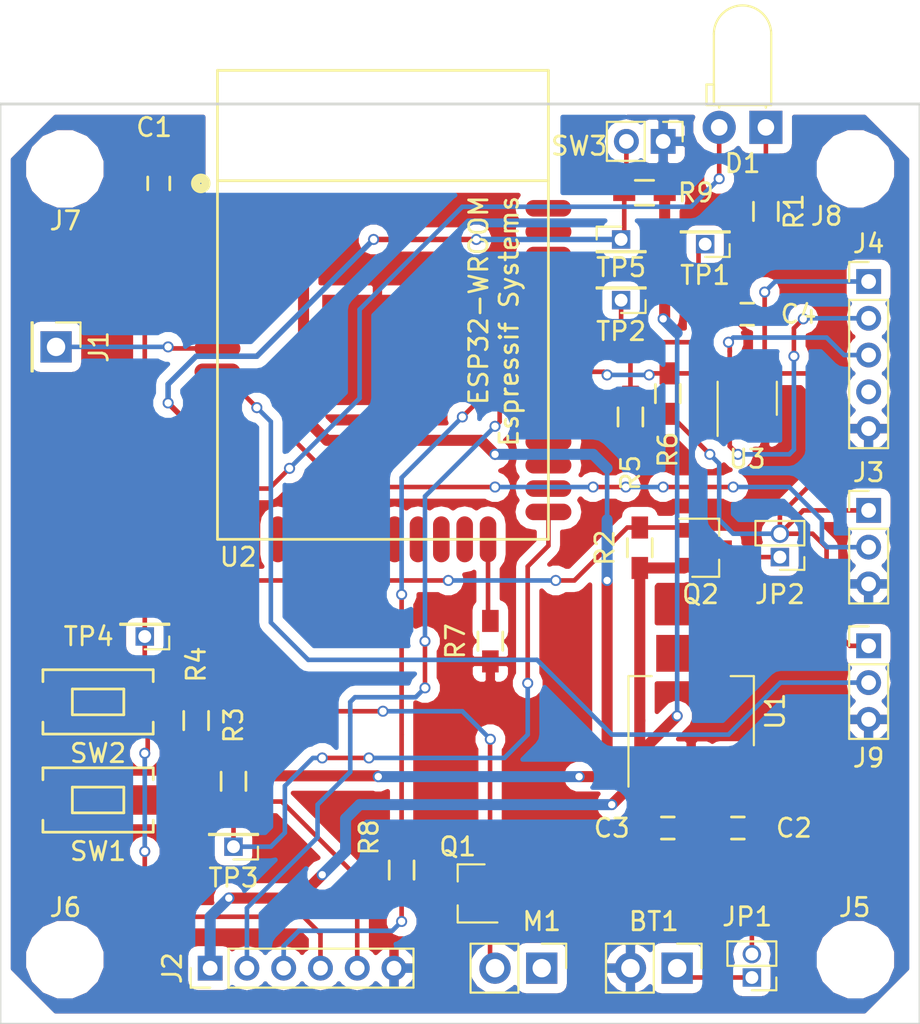
<source format=kicad_pcb>
(kicad_pcb (version 4) (host pcbnew 4.0.7)

  (general
    (links 72)
    (no_connects 0)
    (area 29.896999 29.896999 80.085001 80.085001)
    (thickness 1.6)
    (drawings 4)
    (tracks 320)
    (zones 0)
    (modules 40)
    (nets 52)
  )

  (page A4)
  (layers
    (0 F.Cu signal)
    (31 B.Cu signal hide)
    (32 B.Adhes user hide)
    (33 F.Adhes user hide)
    (34 B.Paste user hide)
    (35 F.Paste user hide)
    (36 B.SilkS user hide)
    (37 F.SilkS user hide)
    (38 B.Mask user hide)
    (39 F.Mask user hide)
    (40 Dwgs.User user hide)
    (41 Cmts.User user hide)
    (42 Eco1.User user hide)
    (43 Eco2.User user hide)
    (44 Edge.Cuts user hide)
    (45 Margin user hide)
    (46 B.CrtYd user hide)
    (47 F.CrtYd user hide)
    (48 B.Fab user hide)
    (49 F.Fab user hide)
  )

  (setup
    (last_trace_width 0.25)
    (user_trace_width 0.3)
    (user_trace_width 0.6)
    (trace_clearance 0.3)
    (zone_clearance 0.508)
    (zone_45_only no)
    (trace_min 0.2)
    (segment_width 0.2)
    (edge_width 0.15)
    (via_size 0.6)
    (via_drill 0.4)
    (via_min_size 0.4)
    (via_min_drill 0.3)
    (uvia_size 0.3)
    (uvia_drill 0.1)
    (uvias_allowed no)
    (uvia_min_size 0.2)
    (uvia_min_drill 0.1)
    (pcb_text_width 0.3)
    (pcb_text_size 1.5 1.5)
    (mod_edge_width 0.15)
    (mod_text_size 1 1)
    (mod_text_width 0.15)
    (pad_size 1.524 1.524)
    (pad_drill 0.762)
    (pad_to_mask_clearance 0.2)
    (aux_axis_origin 0 0)
    (visible_elements 7FFFE201)
    (pcbplotparams
      (layerselection 0x00030_80000001)
      (usegerberextensions false)
      (excludeedgelayer true)
      (linewidth 0.100000)
      (plotframeref false)
      (viasonmask false)
      (mode 1)
      (useauxorigin false)
      (hpglpennumber 1)
      (hpglpenspeed 20)
      (hpglpendiameter 15)
      (hpglpenoverlay 2)
      (psnegative false)
      (psa4output false)
      (plotreference true)
      (plotvalue true)
      (plotinvisibletext false)
      (padsonsilk false)
      (subtractmaskfromsilk false)
      (outputformat 1)
      (mirror false)
      (drillshape 1)
      (scaleselection 1)
      (outputdirectory ""))
  )

  (net 0 "")
  (net 1 "Net-(BT1-Pad1)")
  (net 2 GND)
  (net 3 +3V3)
  (net 4 "Net-(C2-Pad1)")
  (net 5 /3V3_SENSORS)
  (net 6 "Net-(D1-Pad1)")
  (net 7 /UART_RX)
  (net 8 /UART_TX)
  (net 9 /EN)
  (net 10 /GPIO0)
  (net 11 /I2C_SCL)
  (net 12 /I2C_SDA)
  (net 13 "Net-(JP2-Pad1)")
  (net 14 "Net-(M1-Pad2)")
  (net 15 /SENSORS_ENn)
  (net 16 /LED_STATUS)
  (net 17 /V_BAT_SENSE)
  (net 18 /SENS_HUMIDITY)
  (net 19 /SENS_LUMINOSITY)
  (net 20 /PUMP_PWM)
  (net 21 "Net-(R7-Pad2)")
  (net 22 "Net-(R8-Pad1)")
  (net 23 /TOF_GPIO0)
  (net 24 "Net-(J5-Pad1)")
  (net 25 "Net-(J6-Pad1)")
  (net 26 "Net-(J7-Pad1)")
  (net 27 "Net-(J8-Pad1)")
  (net 28 +BATT)
  (net 29 "Net-(U2-Pad38)")
  (net 30 "Net-(U2-Pad37)")
  (net 31 "Net-(U2-Pad36)")
  (net 32 "Net-(U2-Pad33)")
  (net 33 "Net-(U2-Pad32)")
  (net 34 "Net-(U2-Pad29)")
  (net 35 "Net-(U2-Pad28)")
  (net 36 "Net-(U2-Pad27)")
  (net 37 "Net-(U2-Pad26)")
  (net 38 "Net-(U2-Pad23)")
  (net 39 "Net-(U2-Pad22)")
  (net 40 "Net-(U2-Pad21)")
  (net 41 "Net-(U2-Pad20)")
  (net 42 "Net-(U2-Pad19)")
  (net 43 "Net-(U2-Pad18)")
  (net 44 "Net-(U2-Pad17)")
  (net 45 "Net-(U2-Pad16)")
  (net 46 "Net-(U2-Pad15)")
  (net 47 "Net-(U2-Pad11)")
  (net 48 /USER_BTN)
  (net 49 "Net-(U2-Pad6)")
  (net 50 "Net-(U2-Pad5)")
  (net 51 "Net-(U2-Pad4)")

  (net_class Default "This is the default net class."
    (clearance 0.3)
    (trace_width 0.25)
    (via_dia 0.6)
    (via_drill 0.4)
    (uvia_dia 0.3)
    (uvia_drill 0.1)
    (add_net "Net-(J5-Pad1)")
    (add_net "Net-(J6-Pad1)")
    (add_net "Net-(J7-Pad1)")
    (add_net "Net-(J8-Pad1)")
    (add_net "Net-(U2-Pad11)")
    (add_net "Net-(U2-Pad15)")
    (add_net "Net-(U2-Pad16)")
    (add_net "Net-(U2-Pad17)")
    (add_net "Net-(U2-Pad18)")
    (add_net "Net-(U2-Pad19)")
    (add_net "Net-(U2-Pad20)")
    (add_net "Net-(U2-Pad21)")
    (add_net "Net-(U2-Pad22)")
    (add_net "Net-(U2-Pad23)")
    (add_net "Net-(U2-Pad26)")
    (add_net "Net-(U2-Pad27)")
    (add_net "Net-(U2-Pad28)")
    (add_net "Net-(U2-Pad29)")
    (add_net "Net-(U2-Pad32)")
    (add_net "Net-(U2-Pad33)")
    (add_net "Net-(U2-Pad36)")
    (add_net "Net-(U2-Pad37)")
    (add_net "Net-(U2-Pad38)")
    (add_net "Net-(U2-Pad4)")
    (add_net "Net-(U2-Pad5)")
    (add_net "Net-(U2-Pad6)")
  )

  (net_class Power ""
    (clearance 0.3)
    (trace_width 0.6)
    (via_dia 0.6)
    (via_drill 0.4)
    (uvia_dia 0.3)
    (uvia_drill 0.1)
    (add_net +3V3)
    (add_net +BATT)
    (add_net /3V3_SENSORS)
    (add_net GND)
    (add_net "Net-(BT1-Pad1)")
    (add_net "Net-(C2-Pad1)")
    (add_net "Net-(D1-Pad1)")
    (add_net "Net-(JP2-Pad1)")
    (add_net "Net-(M1-Pad2)")
  )

  (net_class Signals ""
    (clearance 0.3)
    (trace_width 0.3)
    (via_dia 0.6)
    (via_drill 0.4)
    (uvia_dia 0.3)
    (uvia_drill 0.1)
    (add_net /EN)
    (add_net /GPIO0)
    (add_net /I2C_SCL)
    (add_net /I2C_SDA)
    (add_net /LED_STATUS)
    (add_net /PUMP_PWM)
    (add_net /SENSORS_ENn)
    (add_net /SENS_HUMIDITY)
    (add_net /SENS_LUMINOSITY)
    (add_net /TOF_GPIO0)
    (add_net /UART_RX)
    (add_net /UART_TX)
    (add_net /USER_BTN)
    (add_net /V_BAT_SENSE)
    (add_net "Net-(R7-Pad2)")
    (add_net "Net-(R8-Pad1)")
  )

  (module Socket_Strips:Socket_Strip_Straight_1x02_Pitch2.54mm (layer F.Cu) (tedit 5A0F3FB9) (tstamp 5A045D0C)
    (at 66.802 76.962 270)
    (descr "Through hole straight socket strip, 1x02, 2.54mm pitch, single row")
    (tags "Through hole socket strip THT 1x02 2.54mm single row")
    (path /59FEEA16)
    (fp_text reference BT1 (at -2.54 1.27 360) (layer F.SilkS)
      (effects (font (size 1 1) (thickness 0.15)))
    )
    (fp_text value Battery (at 0 4.87 270) (layer F.Fab)
      (effects (font (size 1 1) (thickness 0.15)))
    )
    (fp_line (start -1.27 -1.27) (end -1.27 3.81) (layer F.Fab) (width 0.1))
    (fp_line (start -1.27 3.81) (end 1.27 3.81) (layer F.Fab) (width 0.1))
    (fp_line (start 1.27 3.81) (end 1.27 -1.27) (layer F.Fab) (width 0.1))
    (fp_line (start 1.27 -1.27) (end -1.27 -1.27) (layer F.Fab) (width 0.1))
    (fp_line (start -1.33 1.27) (end -1.33 3.87) (layer F.SilkS) (width 0.12))
    (fp_line (start -1.33 3.87) (end 1.33 3.87) (layer F.SilkS) (width 0.12))
    (fp_line (start 1.33 3.87) (end 1.33 1.27) (layer F.SilkS) (width 0.12))
    (fp_line (start 1.33 1.27) (end -1.33 1.27) (layer F.SilkS) (width 0.12))
    (fp_line (start -1.33 0) (end -1.33 -1.33) (layer F.SilkS) (width 0.12))
    (fp_line (start -1.33 -1.33) (end 0 -1.33) (layer F.SilkS) (width 0.12))
    (fp_line (start -1.8 -1.8) (end -1.8 4.35) (layer F.CrtYd) (width 0.05))
    (fp_line (start -1.8 4.35) (end 1.8 4.35) (layer F.CrtYd) (width 0.05))
    (fp_line (start 1.8 4.35) (end 1.8 -1.8) (layer F.CrtYd) (width 0.05))
    (fp_line (start 1.8 -1.8) (end -1.8 -1.8) (layer F.CrtYd) (width 0.05))
    (fp_text user %R (at -2.54 1.27 360) (layer F.Fab)
      (effects (font (size 1 1) (thickness 0.15)))
    )
    (pad 1 thru_hole rect (at 0 0 270) (size 1.7 1.7) (drill 1) (layers *.Cu *.Mask)
      (net 1 "Net-(BT1-Pad1)"))
    (pad 2 thru_hole oval (at 0 2.54 270) (size 1.7 1.7) (drill 1) (layers *.Cu *.Mask)
      (net 2 GND))
    (model ${KISYS3DMOD}/Socket_Strips.3dshapes/Socket_Strip_Straight_1x02_Pitch2.54mm.wrl
      (at (xyz 0 -0.05 0))
      (scale (xyz 1 1 1))
      (rotate (xyz 0 0 270))
    )
  )

  (module Capacitors_SMD:C_0603_HandSoldering (layer F.Cu) (tedit 5A0F3F34) (tstamp 5A045D12)
    (at 38.608 34.29 90)
    (descr "Capacitor SMD 0603, hand soldering")
    (tags "capacitor 0603")
    (path /59FF435E)
    (attr smd)
    (fp_text reference C1 (at 3.048 -0.254 180) (layer F.SilkS)
      (effects (font (size 1 1) (thickness 0.15)))
    )
    (fp_text value 100nF (at 0 1.9 90) (layer F.Fab)
      (effects (font (size 1 1) (thickness 0.15)))
    )
    (fp_line (start -0.8 0.4) (end -0.8 -0.4) (layer F.Fab) (width 0.15))
    (fp_line (start 0.8 0.4) (end -0.8 0.4) (layer F.Fab) (width 0.15))
    (fp_line (start 0.8 -0.4) (end 0.8 0.4) (layer F.Fab) (width 0.15))
    (fp_line (start -0.8 -0.4) (end 0.8 -0.4) (layer F.Fab) (width 0.15))
    (fp_line (start -1.85 -0.75) (end 1.85 -0.75) (layer F.CrtYd) (width 0.05))
    (fp_line (start -1.85 0.75) (end 1.85 0.75) (layer F.CrtYd) (width 0.05))
    (fp_line (start -1.85 -0.75) (end -1.85 0.75) (layer F.CrtYd) (width 0.05))
    (fp_line (start 1.85 -0.75) (end 1.85 0.75) (layer F.CrtYd) (width 0.05))
    (fp_line (start -0.35 -0.6) (end 0.35 -0.6) (layer F.SilkS) (width 0.15))
    (fp_line (start 0.35 0.6) (end -0.35 0.6) (layer F.SilkS) (width 0.15))
    (pad 1 smd rect (at -0.95 0 90) (size 1.2 0.75) (layers F.Cu F.Paste F.Mask)
      (net 3 +3V3))
    (pad 2 smd rect (at 0.95 0 90) (size 1.2 0.75) (layers F.Cu F.Paste F.Mask)
      (net 2 GND))
    (model Capacitors_SMD.3dshapes/C_0603_HandSoldering.wrl
      (at (xyz 0 0 0))
      (scale (xyz 1 1 1))
      (rotate (xyz 0 0 0))
    )
  )

  (module Capacitors_SMD:C_0603_HandSoldering (layer F.Cu) (tedit 5A0F3F7F) (tstamp 5A045D18)
    (at 70.104 69.342 180)
    (descr "Capacitor SMD 0603, hand soldering")
    (tags "capacitor 0603")
    (path /59FEEB1A)
    (attr smd)
    (fp_text reference C2 (at -3.048 0 180) (layer F.SilkS)
      (effects (font (size 1 1) (thickness 0.15)))
    )
    (fp_text value 1uF (at 0 1.9 180) (layer F.Fab)
      (effects (font (size 1 1) (thickness 0.15)))
    )
    (fp_line (start -0.8 0.4) (end -0.8 -0.4) (layer F.Fab) (width 0.15))
    (fp_line (start 0.8 0.4) (end -0.8 0.4) (layer F.Fab) (width 0.15))
    (fp_line (start 0.8 -0.4) (end 0.8 0.4) (layer F.Fab) (width 0.15))
    (fp_line (start -0.8 -0.4) (end 0.8 -0.4) (layer F.Fab) (width 0.15))
    (fp_line (start -1.85 -0.75) (end 1.85 -0.75) (layer F.CrtYd) (width 0.05))
    (fp_line (start -1.85 0.75) (end 1.85 0.75) (layer F.CrtYd) (width 0.05))
    (fp_line (start -1.85 -0.75) (end -1.85 0.75) (layer F.CrtYd) (width 0.05))
    (fp_line (start 1.85 -0.75) (end 1.85 0.75) (layer F.CrtYd) (width 0.05))
    (fp_line (start -0.35 -0.6) (end 0.35 -0.6) (layer F.SilkS) (width 0.15))
    (fp_line (start 0.35 0.6) (end -0.35 0.6) (layer F.SilkS) (width 0.15))
    (pad 1 smd rect (at -0.95 0 180) (size 1.2 0.75) (layers F.Cu F.Paste F.Mask)
      (net 4 "Net-(C2-Pad1)"))
    (pad 2 smd rect (at 0.95 0 180) (size 1.2 0.75) (layers F.Cu F.Paste F.Mask)
      (net 2 GND))
    (model Capacitors_SMD.3dshapes/C_0603_HandSoldering.wrl
      (at (xyz 0 0 0))
      (scale (xyz 1 1 1))
      (rotate (xyz 0 0 0))
    )
  )

  (module Capacitors_SMD:C_0603_HandSoldering (layer F.Cu) (tedit 5A0F3F8B) (tstamp 5A045D1E)
    (at 66.294 69.342)
    (descr "Capacitor SMD 0603, hand soldering")
    (tags "capacitor 0603")
    (path /59FF3CCC)
    (attr smd)
    (fp_text reference C3 (at -3.048 0) (layer F.SilkS)
      (effects (font (size 1 1) (thickness 0.15)))
    )
    (fp_text value 1uF (at 0 1.9) (layer F.Fab)
      (effects (font (size 1 1) (thickness 0.15)))
    )
    (fp_line (start -0.8 0.4) (end -0.8 -0.4) (layer F.Fab) (width 0.15))
    (fp_line (start 0.8 0.4) (end -0.8 0.4) (layer F.Fab) (width 0.15))
    (fp_line (start 0.8 -0.4) (end 0.8 0.4) (layer F.Fab) (width 0.15))
    (fp_line (start -0.8 -0.4) (end 0.8 -0.4) (layer F.Fab) (width 0.15))
    (fp_line (start -1.85 -0.75) (end 1.85 -0.75) (layer F.CrtYd) (width 0.05))
    (fp_line (start -1.85 0.75) (end 1.85 0.75) (layer F.CrtYd) (width 0.05))
    (fp_line (start -1.85 -0.75) (end -1.85 0.75) (layer F.CrtYd) (width 0.05))
    (fp_line (start 1.85 -0.75) (end 1.85 0.75) (layer F.CrtYd) (width 0.05))
    (fp_line (start -0.35 -0.6) (end 0.35 -0.6) (layer F.SilkS) (width 0.15))
    (fp_line (start 0.35 0.6) (end -0.35 0.6) (layer F.SilkS) (width 0.15))
    (pad 1 smd rect (at -0.95 0) (size 1.2 0.75) (layers F.Cu F.Paste F.Mask)
      (net 3 +3V3))
    (pad 2 smd rect (at 0.95 0) (size 1.2 0.75) (layers F.Cu F.Paste F.Mask)
      (net 2 GND))
    (model Capacitors_SMD.3dshapes/C_0603_HandSoldering.wrl
      (at (xyz 0 0 0))
      (scale (xyz 1 1 1))
      (rotate (xyz 0 0 0))
    )
  )

  (module Capacitors_SMD:C_0603_HandSoldering (layer F.Cu) (tedit 5A0F4064) (tstamp 5A045D24)
    (at 70.612 41.402 180)
    (descr "Capacitor SMD 0603, hand soldering")
    (tags "capacitor 0603")
    (path /5A04A99A)
    (attr smd)
    (fp_text reference C4 (at -2.794 0 180) (layer F.SilkS)
      (effects (font (size 1 1) (thickness 0.15)))
    )
    (fp_text value 100nF (at 0 1.9 180) (layer F.Fab)
      (effects (font (size 1 1) (thickness 0.15)))
    )
    (fp_line (start -0.8 0.4) (end -0.8 -0.4) (layer F.Fab) (width 0.15))
    (fp_line (start 0.8 0.4) (end -0.8 0.4) (layer F.Fab) (width 0.15))
    (fp_line (start 0.8 -0.4) (end 0.8 0.4) (layer F.Fab) (width 0.15))
    (fp_line (start -0.8 -0.4) (end 0.8 -0.4) (layer F.Fab) (width 0.15))
    (fp_line (start -1.85 -0.75) (end 1.85 -0.75) (layer F.CrtYd) (width 0.05))
    (fp_line (start -1.85 0.75) (end 1.85 0.75) (layer F.CrtYd) (width 0.05))
    (fp_line (start -1.85 -0.75) (end -1.85 0.75) (layer F.CrtYd) (width 0.05))
    (fp_line (start 1.85 -0.75) (end 1.85 0.75) (layer F.CrtYd) (width 0.05))
    (fp_line (start -0.35 -0.6) (end 0.35 -0.6) (layer F.SilkS) (width 0.15))
    (fp_line (start 0.35 0.6) (end -0.35 0.6) (layer F.SilkS) (width 0.15))
    (pad 1 smd rect (at -0.95 0 180) (size 1.2 0.75) (layers F.Cu F.Paste F.Mask)
      (net 5 /3V3_SENSORS))
    (pad 2 smd rect (at 0.95 0 180) (size 1.2 0.75) (layers F.Cu F.Paste F.Mask)
      (net 2 GND))
    (model Capacitors_SMD.3dshapes/C_0603_HandSoldering.wrl
      (at (xyz 0 0 0))
      (scale (xyz 1 1 1))
      (rotate (xyz 0 0 0))
    )
  )

  (module Socket_Strips:Socket_Strip_Straight_1x02_Pitch2.54mm (layer F.Cu) (tedit 5A0F3FC7) (tstamp 5A045D5C)
    (at 59.436 76.962 270)
    (descr "Through hole straight socket strip, 1x02, 2.54mm pitch, single row")
    (tags "Through hole socket strip THT 1x02 2.54mm single row")
    (path /59FFE87B)
    (fp_text reference M1 (at -2.54 0 360) (layer F.SilkS)
      (effects (font (size 1 1) (thickness 0.15)))
    )
    (fp_text value DC_WATER_PUMP (at 0 4.87 270) (layer F.Fab)
      (effects (font (size 1 1) (thickness 0.15)))
    )
    (fp_line (start -1.27 -1.27) (end -1.27 3.81) (layer F.Fab) (width 0.1))
    (fp_line (start -1.27 3.81) (end 1.27 3.81) (layer F.Fab) (width 0.1))
    (fp_line (start 1.27 3.81) (end 1.27 -1.27) (layer F.Fab) (width 0.1))
    (fp_line (start 1.27 -1.27) (end -1.27 -1.27) (layer F.Fab) (width 0.1))
    (fp_line (start -1.33 1.27) (end -1.33 3.87) (layer F.SilkS) (width 0.12))
    (fp_line (start -1.33 3.87) (end 1.33 3.87) (layer F.SilkS) (width 0.12))
    (fp_line (start 1.33 3.87) (end 1.33 1.27) (layer F.SilkS) (width 0.12))
    (fp_line (start 1.33 1.27) (end -1.33 1.27) (layer F.SilkS) (width 0.12))
    (fp_line (start -1.33 0) (end -1.33 -1.33) (layer F.SilkS) (width 0.12))
    (fp_line (start -1.33 -1.33) (end 0 -1.33) (layer F.SilkS) (width 0.12))
    (fp_line (start -1.8 -1.8) (end -1.8 4.35) (layer F.CrtYd) (width 0.05))
    (fp_line (start -1.8 4.35) (end 1.8 4.35) (layer F.CrtYd) (width 0.05))
    (fp_line (start 1.8 4.35) (end 1.8 -1.8) (layer F.CrtYd) (width 0.05))
    (fp_line (start 1.8 -1.8) (end -1.8 -1.8) (layer F.CrtYd) (width 0.05))
    (fp_text user %R (at -2.54 0 360) (layer F.Fab)
      (effects (font (size 1 1) (thickness 0.15)))
    )
    (pad 1 thru_hole rect (at 0 0 270) (size 1.7 1.7) (drill 1) (layers *.Cu *.Mask)
      (net 28 +BATT))
    (pad 2 thru_hole oval (at 0 2.54 270) (size 1.7 1.7) (drill 1) (layers *.Cu *.Mask)
      (net 14 "Net-(M1-Pad2)"))
    (model ${KISYS3DMOD}/Socket_Strips.3dshapes/Socket_Strip_Straight_1x02_Pitch2.54mm.wrl
      (at (xyz 0 -0.05 0))
      (scale (xyz 1 1 1))
      (rotate (xyz 0 0 270))
    )
  )

  (module TO_SOT_Packages_SMD:SOT-23 (layer F.Cu) (tedit 5A0F3F78) (tstamp 5A045D63)
    (at 55.626 72.898 180)
    (descr "SOT-23, Standard")
    (tags SOT-23)
    (path /5A0000D8)
    (attr smd)
    (fp_text reference Q1 (at 0.762 2.54 180) (layer F.SilkS)
      (effects (font (size 1 1) (thickness 0.15)))
    )
    (fp_text value Q_NMOS_DGS (at 0 2.5 180) (layer F.Fab)
      (effects (font (size 1 1) (thickness 0.15)))
    )
    (fp_line (start 0.76 1.58) (end 0.76 0.65) (layer F.SilkS) (width 0.12))
    (fp_line (start 0.76 -1.58) (end 0.76 -0.65) (layer F.SilkS) (width 0.12))
    (fp_line (start 0.7 -1.52) (end 0.7 1.52) (layer F.Fab) (width 0.15))
    (fp_line (start -0.7 1.52) (end 0.7 1.52) (layer F.Fab) (width 0.15))
    (fp_line (start -1.7 -1.75) (end 1.7 -1.75) (layer F.CrtYd) (width 0.05))
    (fp_line (start 1.7 -1.75) (end 1.7 1.75) (layer F.CrtYd) (width 0.05))
    (fp_line (start 1.7 1.75) (end -1.7 1.75) (layer F.CrtYd) (width 0.05))
    (fp_line (start -1.7 1.75) (end -1.7 -1.75) (layer F.CrtYd) (width 0.05))
    (fp_line (start 0.76 -1.58) (end -1.4 -1.58) (layer F.SilkS) (width 0.12))
    (fp_line (start -0.7 -1.52) (end 0.7 -1.52) (layer F.Fab) (width 0.15))
    (fp_line (start -0.7 -1.52) (end -0.7 1.52) (layer F.Fab) (width 0.15))
    (fp_line (start 0.76 1.58) (end -0.7 1.58) (layer F.SilkS) (width 0.12))
    (pad 1 smd rect (at -1 -0.95 180) (size 0.9 0.8) (layers F.Cu F.Paste F.Mask)
      (net 14 "Net-(M1-Pad2)"))
    (pad 2 smd rect (at -1 0.95 180) (size 0.9 0.8) (layers F.Cu F.Paste F.Mask)
      (net 20 /PUMP_PWM))
    (pad 3 smd rect (at 1 0 180) (size 0.9 0.8) (layers F.Cu F.Paste F.Mask)
      (net 2 GND))
    (model TO_SOT_Packages_SMD.3dshapes/SOT-23.wrl
      (at (xyz 0 0 0))
      (scale (xyz 1 1 1))
      (rotate (xyz 0 0 0))
    )
  )

  (module TO_SOT_Packages_SMD:SOT-23 (layer F.Cu) (tedit 5A0F403A) (tstamp 5A045D6A)
    (at 68.326 54.102)
    (descr "SOT-23, Standard")
    (tags SOT-23)
    (path /59FF9CBF)
    (attr smd)
    (fp_text reference Q2 (at -0.254 2.54) (layer F.SilkS)
      (effects (font (size 1 1) (thickness 0.15)))
    )
    (fp_text value PMV250EPEAR (at 0 2.5) (layer F.Fab)
      (effects (font (size 1 1) (thickness 0.15)))
    )
    (fp_line (start 0.76 1.58) (end 0.76 0.65) (layer F.SilkS) (width 0.12))
    (fp_line (start 0.76 -1.58) (end 0.76 -0.65) (layer F.SilkS) (width 0.12))
    (fp_line (start 0.7 -1.52) (end 0.7 1.52) (layer F.Fab) (width 0.15))
    (fp_line (start -0.7 1.52) (end 0.7 1.52) (layer F.Fab) (width 0.15))
    (fp_line (start -1.7 -1.75) (end 1.7 -1.75) (layer F.CrtYd) (width 0.05))
    (fp_line (start 1.7 -1.75) (end 1.7 1.75) (layer F.CrtYd) (width 0.05))
    (fp_line (start 1.7 1.75) (end -1.7 1.75) (layer F.CrtYd) (width 0.05))
    (fp_line (start -1.7 1.75) (end -1.7 -1.75) (layer F.CrtYd) (width 0.05))
    (fp_line (start 0.76 -1.58) (end -1.4 -1.58) (layer F.SilkS) (width 0.12))
    (fp_line (start -0.7 -1.52) (end 0.7 -1.52) (layer F.Fab) (width 0.15))
    (fp_line (start -0.7 -1.52) (end -0.7 1.52) (layer F.Fab) (width 0.15))
    (fp_line (start 0.76 1.58) (end -0.7 1.58) (layer F.SilkS) (width 0.12))
    (pad 1 smd rect (at -1 -0.95) (size 0.9 0.8) (layers F.Cu F.Paste F.Mask)
      (net 15 /SENSORS_ENn))
    (pad 2 smd rect (at -1 0.95) (size 0.9 0.8) (layers F.Cu F.Paste F.Mask)
      (net 3 +3V3))
    (pad 3 smd rect (at 1 0) (size 0.9 0.8) (layers F.Cu F.Paste F.Mask)
      (net 13 "Net-(JP2-Pad1)"))
    (model TO_SOT_Packages_SMD.3dshapes/SOT-23.wrl
      (at (xyz 0 0 0))
      (scale (xyz 1 1 1))
      (rotate (xyz 0 0 0))
    )
  )

  (module Resistors_SMD:R_0603_HandSoldering (layer F.Cu) (tedit 5A0F40FF) (tstamp 5A045D70)
    (at 71.628 35.814 270)
    (descr "Resistor SMD 0603, hand soldering")
    (tags "resistor 0603")
    (path /59FF3AAD)
    (attr smd)
    (fp_text reference R1 (at 0 -1.524 270) (layer F.SilkS)
      (effects (font (size 1 1) (thickness 0.15)))
    )
    (fp_text value 1k (at 0 1.9 270) (layer F.Fab)
      (effects (font (size 1 1) (thickness 0.15)))
    )
    (fp_line (start -0.8 0.4) (end -0.8 -0.4) (layer F.Fab) (width 0.1))
    (fp_line (start 0.8 0.4) (end -0.8 0.4) (layer F.Fab) (width 0.1))
    (fp_line (start 0.8 -0.4) (end 0.8 0.4) (layer F.Fab) (width 0.1))
    (fp_line (start -0.8 -0.4) (end 0.8 -0.4) (layer F.Fab) (width 0.1))
    (fp_line (start -2 -0.8) (end 2 -0.8) (layer F.CrtYd) (width 0.05))
    (fp_line (start -2 0.8) (end 2 0.8) (layer F.CrtYd) (width 0.05))
    (fp_line (start -2 -0.8) (end -2 0.8) (layer F.CrtYd) (width 0.05))
    (fp_line (start 2 -0.8) (end 2 0.8) (layer F.CrtYd) (width 0.05))
    (fp_line (start 0.5 0.675) (end -0.5 0.675) (layer F.SilkS) (width 0.15))
    (fp_line (start -0.5 -0.675) (end 0.5 -0.675) (layer F.SilkS) (width 0.15))
    (pad 1 smd rect (at -1.1 0 270) (size 1.2 0.9) (layers F.Cu F.Paste F.Mask)
      (net 6 "Net-(D1-Pad1)"))
    (pad 2 smd rect (at 1.1 0 270) (size 1.2 0.9) (layers F.Cu F.Paste F.Mask)
      (net 2 GND))
    (model Resistors_SMD.3dshapes/R_0603_HandSoldering.wrl
      (at (xyz 0 0 0))
      (scale (xyz 1 1 1))
      (rotate (xyz 0 0 0))
    )
  )

  (module Resistors_SMD:R_0603_HandSoldering (layer F.Cu) (tedit 58307AEF) (tstamp 5A045D76)
    (at 64.77 54.102 90)
    (descr "Resistor SMD 0603, hand soldering")
    (tags "resistor 0603")
    (path /59FF9E0A)
    (attr smd)
    (fp_text reference R2 (at 0 -1.9 90) (layer F.SilkS)
      (effects (font (size 1 1) (thickness 0.15)))
    )
    (fp_text value 18k7 (at 0 1.9 90) (layer F.Fab)
      (effects (font (size 1 1) (thickness 0.15)))
    )
    (fp_line (start -0.8 0.4) (end -0.8 -0.4) (layer F.Fab) (width 0.1))
    (fp_line (start 0.8 0.4) (end -0.8 0.4) (layer F.Fab) (width 0.1))
    (fp_line (start 0.8 -0.4) (end 0.8 0.4) (layer F.Fab) (width 0.1))
    (fp_line (start -0.8 -0.4) (end 0.8 -0.4) (layer F.Fab) (width 0.1))
    (fp_line (start -2 -0.8) (end 2 -0.8) (layer F.CrtYd) (width 0.05))
    (fp_line (start -2 0.8) (end 2 0.8) (layer F.CrtYd) (width 0.05))
    (fp_line (start -2 -0.8) (end -2 0.8) (layer F.CrtYd) (width 0.05))
    (fp_line (start 2 -0.8) (end 2 0.8) (layer F.CrtYd) (width 0.05))
    (fp_line (start 0.5 0.675) (end -0.5 0.675) (layer F.SilkS) (width 0.15))
    (fp_line (start -0.5 -0.675) (end 0.5 -0.675) (layer F.SilkS) (width 0.15))
    (pad 1 smd rect (at -1.1 0 90) (size 1.2 0.9) (layers F.Cu F.Paste F.Mask)
      (net 3 +3V3))
    (pad 2 smd rect (at 1.1 0 90) (size 1.2 0.9) (layers F.Cu F.Paste F.Mask)
      (net 15 /SENSORS_ENn))
    (model Resistors_SMD.3dshapes/R_0603_HandSoldering.wrl
      (at (xyz 0 0 0))
      (scale (xyz 1 1 1))
      (rotate (xyz 0 0 0))
    )
  )

  (module Resistors_SMD:R_0603_HandSoldering (layer F.Cu) (tedit 5A0F3F6B) (tstamp 5A045D7C)
    (at 42.672 66.802 270)
    (descr "Resistor SMD 0603, hand soldering")
    (tags "resistor 0603")
    (path /59FFF271)
    (attr smd)
    (fp_text reference R3 (at -3.048 0 270) (layer F.SilkS)
      (effects (font (size 1 1) (thickness 0.15)))
    )
    (fp_text value 10k (at 0 1.9 270) (layer F.Fab)
      (effects (font (size 1 1) (thickness 0.15)))
    )
    (fp_line (start -0.8 0.4) (end -0.8 -0.4) (layer F.Fab) (width 0.1))
    (fp_line (start 0.8 0.4) (end -0.8 0.4) (layer F.Fab) (width 0.1))
    (fp_line (start 0.8 -0.4) (end 0.8 0.4) (layer F.Fab) (width 0.1))
    (fp_line (start -0.8 -0.4) (end 0.8 -0.4) (layer F.Fab) (width 0.1))
    (fp_line (start -2 -0.8) (end 2 -0.8) (layer F.CrtYd) (width 0.05))
    (fp_line (start -2 0.8) (end 2 0.8) (layer F.CrtYd) (width 0.05))
    (fp_line (start -2 -0.8) (end -2 0.8) (layer F.CrtYd) (width 0.05))
    (fp_line (start 2 -0.8) (end 2 0.8) (layer F.CrtYd) (width 0.05))
    (fp_line (start 0.5 0.675) (end -0.5 0.675) (layer F.SilkS) (width 0.15))
    (fp_line (start -0.5 -0.675) (end 0.5 -0.675) (layer F.SilkS) (width 0.15))
    (pad 1 smd rect (at -1.1 0 270) (size 1.2 0.9) (layers F.Cu F.Paste F.Mask)
      (net 3 +3V3))
    (pad 2 smd rect (at 1.1 0 270) (size 1.2 0.9) (layers F.Cu F.Paste F.Mask)
      (net 10 /GPIO0))
    (model Resistors_SMD.3dshapes/R_0603_HandSoldering.wrl
      (at (xyz 0 0 0))
      (scale (xyz 1 1 1))
      (rotate (xyz 0 0 0))
    )
  )

  (module Resistors_SMD:R_0603_HandSoldering (layer F.Cu) (tedit 5A0F3F68) (tstamp 5A045D82)
    (at 40.64 63.5 90)
    (descr "Resistor SMD 0603, hand soldering")
    (tags "resistor 0603")
    (path /59FEEB5A)
    (attr smd)
    (fp_text reference R4 (at 3.048 0 90) (layer F.SilkS)
      (effects (font (size 1 1) (thickness 0.15)))
    )
    (fp_text value 10k (at 0 1.9 90) (layer F.Fab)
      (effects (font (size 1 1) (thickness 0.15)))
    )
    (fp_line (start -0.8 0.4) (end -0.8 -0.4) (layer F.Fab) (width 0.1))
    (fp_line (start 0.8 0.4) (end -0.8 0.4) (layer F.Fab) (width 0.1))
    (fp_line (start 0.8 -0.4) (end 0.8 0.4) (layer F.Fab) (width 0.1))
    (fp_line (start -0.8 -0.4) (end 0.8 -0.4) (layer F.Fab) (width 0.1))
    (fp_line (start -2 -0.8) (end 2 -0.8) (layer F.CrtYd) (width 0.05))
    (fp_line (start -2 0.8) (end 2 0.8) (layer F.CrtYd) (width 0.05))
    (fp_line (start -2 -0.8) (end -2 0.8) (layer F.CrtYd) (width 0.05))
    (fp_line (start 2 -0.8) (end 2 0.8) (layer F.CrtYd) (width 0.05))
    (fp_line (start 0.5 0.675) (end -0.5 0.675) (layer F.SilkS) (width 0.15))
    (fp_line (start -0.5 -0.675) (end 0.5 -0.675) (layer F.SilkS) (width 0.15))
    (pad 1 smd rect (at -1.1 0 90) (size 1.2 0.9) (layers F.Cu F.Paste F.Mask)
      (net 3 +3V3))
    (pad 2 smd rect (at 1.1 0 90) (size 1.2 0.9) (layers F.Cu F.Paste F.Mask)
      (net 9 /EN))
    (model Resistors_SMD.3dshapes/R_0603_HandSoldering.wrl
      (at (xyz 0 0 0))
      (scale (xyz 1 1 1))
      (rotate (xyz 0 0 0))
    )
  )

  (module Resistors_SMD:R_0603_HandSoldering (layer F.Cu) (tedit 5A0F404C) (tstamp 5A045D88)
    (at 64.262 46.99 90)
    (descr "Resistor SMD 0603, hand soldering")
    (tags "resistor 0603")
    (path /59FF9263)
    (attr smd)
    (fp_text reference R5 (at -3.048 0 90) (layer F.SilkS)
      (effects (font (size 1 1) (thickness 0.15)))
    )
    (fp_text value 4.7k (at 0 1.9 90) (layer F.Fab)
      (effects (font (size 1 1) (thickness 0.15)))
    )
    (fp_line (start -0.8 0.4) (end -0.8 -0.4) (layer F.Fab) (width 0.1))
    (fp_line (start 0.8 0.4) (end -0.8 0.4) (layer F.Fab) (width 0.1))
    (fp_line (start 0.8 -0.4) (end 0.8 0.4) (layer F.Fab) (width 0.1))
    (fp_line (start -0.8 -0.4) (end 0.8 -0.4) (layer F.Fab) (width 0.1))
    (fp_line (start -2 -0.8) (end 2 -0.8) (layer F.CrtYd) (width 0.05))
    (fp_line (start -2 0.8) (end 2 0.8) (layer F.CrtYd) (width 0.05))
    (fp_line (start -2 -0.8) (end -2 0.8) (layer F.CrtYd) (width 0.05))
    (fp_line (start 2 -0.8) (end 2 0.8) (layer F.CrtYd) (width 0.05))
    (fp_line (start 0.5 0.675) (end -0.5 0.675) (layer F.SilkS) (width 0.15))
    (fp_line (start -0.5 -0.675) (end 0.5 -0.675) (layer F.SilkS) (width 0.15))
    (pad 1 smd rect (at -1.1 0 90) (size 1.2 0.9) (layers F.Cu F.Paste F.Mask)
      (net 5 /3V3_SENSORS))
    (pad 2 smd rect (at 1.1 0 90) (size 1.2 0.9) (layers F.Cu F.Paste F.Mask)
      (net 12 /I2C_SDA))
    (model Resistors_SMD.3dshapes/R_0603_HandSoldering.wrl
      (at (xyz 0 0 0))
      (scale (xyz 1 1 1))
      (rotate (xyz 0 0 0))
    )
  )

  (module Resistors_SMD:R_0603_HandSoldering (layer F.Cu) (tedit 5A0F4052) (tstamp 5A045D8E)
    (at 66.294 45.72 90)
    (descr "Resistor SMD 0603, hand soldering")
    (tags "resistor 0603")
    (path /59FF9309)
    (attr smd)
    (fp_text reference R6 (at -3.048 0 90) (layer F.SilkS)
      (effects (font (size 1 1) (thickness 0.15)))
    )
    (fp_text value 4.7k (at 0 1.9 90) (layer F.Fab)
      (effects (font (size 1 1) (thickness 0.15)))
    )
    (fp_line (start -0.8 0.4) (end -0.8 -0.4) (layer F.Fab) (width 0.1))
    (fp_line (start 0.8 0.4) (end -0.8 0.4) (layer F.Fab) (width 0.1))
    (fp_line (start 0.8 -0.4) (end 0.8 0.4) (layer F.Fab) (width 0.1))
    (fp_line (start -0.8 -0.4) (end 0.8 -0.4) (layer F.Fab) (width 0.1))
    (fp_line (start -2 -0.8) (end 2 -0.8) (layer F.CrtYd) (width 0.05))
    (fp_line (start -2 0.8) (end 2 0.8) (layer F.CrtYd) (width 0.05))
    (fp_line (start -2 -0.8) (end -2 0.8) (layer F.CrtYd) (width 0.05))
    (fp_line (start 2 -0.8) (end 2 0.8) (layer F.CrtYd) (width 0.05))
    (fp_line (start 0.5 0.675) (end -0.5 0.675) (layer F.SilkS) (width 0.15))
    (fp_line (start -0.5 -0.675) (end 0.5 -0.675) (layer F.SilkS) (width 0.15))
    (pad 1 smd rect (at -1.1 0 90) (size 1.2 0.9) (layers F.Cu F.Paste F.Mask)
      (net 5 /3V3_SENSORS))
    (pad 2 smd rect (at 1.1 0 90) (size 1.2 0.9) (layers F.Cu F.Paste F.Mask)
      (net 11 /I2C_SCL))
    (model Resistors_SMD.3dshapes/R_0603_HandSoldering.wrl
      (at (xyz 0 0 0))
      (scale (xyz 1 1 1))
      (rotate (xyz 0 0 0))
    )
  )

  (module Buttons_Switches_SMD:SW_SPST_EVQPE1 (layer F.Cu) (tedit 5A0F3F42) (tstamp 5A045D94)
    (at 35.306 67.818)
    (descr "Light Touch Switch")
    (path /59FFF00E)
    (attr smd)
    (fp_text reference SW1 (at 0 2.794) (layer F.SilkS)
      (effects (font (size 1 1) (thickness 0.15)))
    )
    (fp_text value PROG (at 0 3) (layer F.Fab)
      (effects (font (size 1 1) (thickness 0.15)))
    )
    (fp_line (start -1.4 -0.7) (end 1.4 -0.7) (layer F.SilkS) (width 0.15))
    (fp_line (start 1.4 -0.7) (end 1.4 0.7) (layer F.SilkS) (width 0.15))
    (fp_line (start 1.4 0.7) (end -1.4 0.7) (layer F.SilkS) (width 0.15))
    (fp_line (start -1.4 0.7) (end -1.4 -0.7) (layer F.SilkS) (width 0.15))
    (fp_line (start -3.95 -2) (end 3.95 -2) (layer F.CrtYd) (width 0.05))
    (fp_line (start 3.95 -2) (end 3.95 2) (layer F.CrtYd) (width 0.05))
    (fp_line (start 3.95 2) (end -3.95 2) (layer F.CrtYd) (width 0.05))
    (fp_line (start -3.95 2) (end -3.95 -2) (layer F.CrtYd) (width 0.05))
    (fp_line (start 3 -1.75) (end 3 -1.1) (layer F.SilkS) (width 0.15))
    (fp_line (start 3 1.75) (end 3 1.1) (layer F.SilkS) (width 0.15))
    (fp_line (start -3 1.1) (end -3 1.75) (layer F.SilkS) (width 0.15))
    (fp_line (start -3 -1.75) (end -3 -1.1) (layer F.SilkS) (width 0.15))
    (fp_line (start 3 -1.75) (end -3 -1.75) (layer F.SilkS) (width 0.15))
    (fp_line (start -3 1.75) (end 3 1.75) (layer F.SilkS) (width 0.15))
    (pad 2 smd rect (at 2.7 0) (size 2 1.6) (layers F.Cu F.Paste F.Mask)
      (net 10 /GPIO0))
    (pad 1 smd rect (at -2.7 0) (size 2 1.6) (layers F.Cu F.Paste F.Mask)
      (net 2 GND))
  )

  (module Buttons_Switches_SMD:SW_SPST_EVQPE1 (layer F.Cu) (tedit 5A0F3F46) (tstamp 5A045D9A)
    (at 35.306 62.484)
    (descr "Light Touch Switch")
    (path /59FFEBE6)
    (attr smd)
    (fp_text reference SW2 (at 0 2.794) (layer F.SilkS)
      (effects (font (size 1 1) (thickness 0.15)))
    )
    (fp_text value RESET (at 0 3) (layer F.Fab)
      (effects (font (size 1 1) (thickness 0.15)))
    )
    (fp_line (start -1.4 -0.7) (end 1.4 -0.7) (layer F.SilkS) (width 0.15))
    (fp_line (start 1.4 -0.7) (end 1.4 0.7) (layer F.SilkS) (width 0.15))
    (fp_line (start 1.4 0.7) (end -1.4 0.7) (layer F.SilkS) (width 0.15))
    (fp_line (start -1.4 0.7) (end -1.4 -0.7) (layer F.SilkS) (width 0.15))
    (fp_line (start -3.95 -2) (end 3.95 -2) (layer F.CrtYd) (width 0.05))
    (fp_line (start 3.95 -2) (end 3.95 2) (layer F.CrtYd) (width 0.05))
    (fp_line (start 3.95 2) (end -3.95 2) (layer F.CrtYd) (width 0.05))
    (fp_line (start -3.95 2) (end -3.95 -2) (layer F.CrtYd) (width 0.05))
    (fp_line (start 3 -1.75) (end 3 -1.1) (layer F.SilkS) (width 0.15))
    (fp_line (start 3 1.75) (end 3 1.1) (layer F.SilkS) (width 0.15))
    (fp_line (start -3 1.1) (end -3 1.75) (layer F.SilkS) (width 0.15))
    (fp_line (start -3 -1.75) (end -3 -1.1) (layer F.SilkS) (width 0.15))
    (fp_line (start 3 -1.75) (end -3 -1.75) (layer F.SilkS) (width 0.15))
    (fp_line (start -3 1.75) (end 3 1.75) (layer F.SilkS) (width 0.15))
    (pad 2 smd rect (at 2.7 0) (size 2 1.6) (layers F.Cu F.Paste F.Mask)
      (net 9 /EN))
    (pad 1 smd rect (at -2.7 0) (size 2 1.6) (layers F.Cu F.Paste F.Mask)
      (net 2 GND))
  )

  (module PolyPot:ESP32-WROOM (layer F.Cu) (tedit 5A0F40AF) (tstamp 5A045DE2)
    (at 50.8 40.894 180)
    (path /59FEE835)
    (fp_text reference U2 (at 7.874 -13.716 180) (layer F.SilkS)
      (effects (font (size 1 1) (thickness 0.15)))
    )
    (fp_text value ESP32-WROOM (at 5.715 14.224 180) (layer F.Fab)
      (effects (font (size 1 1) (thickness 0.15)))
    )
    (fp_text user "Espressif Systems" (at -6.858 -0.889 270) (layer F.SilkS)
      (effects (font (size 1 1) (thickness 0.15)))
    )
    (fp_circle (center 9.906 6.604) (end 10.033 6.858) (layer F.SilkS) (width 0.5))
    (fp_text user ESP32-WROOM (at -5.207 0.254 270) (layer F.SilkS)
      (effects (font (size 1 1) (thickness 0.15)))
    )
    (fp_line (start -9 6.75) (end 9 6.75) (layer F.SilkS) (width 0.15))
    (fp_line (start 9 12.75) (end 9 -12.75) (layer F.SilkS) (width 0.15))
    (fp_line (start -9 12.75) (end -9 -12.75) (layer F.SilkS) (width 0.15))
    (fp_line (start -9 -12.75) (end 9 -12.75) (layer F.SilkS) (width 0.15))
    (fp_line (start -9 12.75) (end 9 12.75) (layer F.SilkS) (width 0.15))
    (pad 38 smd oval (at -9 5.25 180) (size 2.5 0.9) (layers F.Cu F.Paste F.Mask)
      (net 29 "Net-(U2-Pad38)"))
    (pad 37 smd oval (at -9 3.98 180) (size 2.5 0.9) (layers F.Cu F.Paste F.Mask)
      (net 30 "Net-(U2-Pad37)"))
    (pad 36 smd oval (at -9 2.71 180) (size 2.5 0.9) (layers F.Cu F.Paste F.Mask)
      (net 31 "Net-(U2-Pad36)"))
    (pad 35 smd oval (at -9 1.44 180) (size 2.5 0.9) (layers F.Cu F.Paste F.Mask)
      (net 22 "Net-(R8-Pad1)"))
    (pad 34 smd oval (at -9 0.17 180) (size 2.5 0.9) (layers F.Cu F.Paste F.Mask)
      (net 7 /UART_RX))
    (pad 33 smd oval (at -9 -1.1 180) (size 2.5 0.9) (layers F.Cu F.Paste F.Mask)
      (net 32 "Net-(U2-Pad33)"))
    (pad 32 smd oval (at -9 -2.37 180) (size 2.5 0.9) (layers F.Cu F.Paste F.Mask)
      (net 33 "Net-(U2-Pad32)"))
    (pad 31 smd oval (at -9 -3.64 180) (size 2.5 0.9) (layers F.Cu F.Paste F.Mask)
      (net 11 /I2C_SCL))
    (pad 30 smd oval (at -9 -4.91 180) (size 2.5 0.9) (layers F.Cu F.Paste F.Mask)
      (net 12 /I2C_SDA))
    (pad 29 smd oval (at -9 -6.18 180) (size 2.5 0.9) (layers F.Cu F.Paste F.Mask)
      (net 34 "Net-(U2-Pad29)"))
    (pad 28 smd oval (at -9 -7.45 180) (size 2.5 0.9) (layers F.Cu F.Paste F.Mask)
      (net 35 "Net-(U2-Pad28)"))
    (pad 27 smd oval (at -9 -8.72 180) (size 2.5 0.9) (layers F.Cu F.Paste F.Mask)
      (net 36 "Net-(U2-Pad27)"))
    (pad 26 smd oval (at -9 -9.99 180) (size 2.5 0.9) (layers F.Cu F.Paste F.Mask)
      (net 37 "Net-(U2-Pad26)"))
    (pad 25 smd oval (at -9 -11.26 180) (size 2.5 0.9) (layers F.Cu F.Paste F.Mask)
      (net 10 /GPIO0))
    (pad 24 smd oval (at -5.715 -12.75 180) (size 0.9 2.5) (layers F.Cu F.Paste F.Mask)
      (net 21 "Net-(R7-Pad2)"))
    (pad 23 smd oval (at -4.445 -12.75 180) (size 0.9 2.5) (layers F.Cu F.Paste F.Mask)
      (net 38 "Net-(U2-Pad23)"))
    (pad 22 smd oval (at -3.175 -12.75 180) (size 0.9 2.5) (layers F.Cu F.Paste F.Mask)
      (net 39 "Net-(U2-Pad22)"))
    (pad 21 smd oval (at -1.905 -12.75 180) (size 0.9 2.5) (layers F.Cu F.Paste F.Mask)
      (net 40 "Net-(U2-Pad21)"))
    (pad 20 smd oval (at -0.635 -12.75 180) (size 0.9 2.5) (layers F.Cu F.Paste F.Mask)
      (net 41 "Net-(U2-Pad20)"))
    (pad 19 smd oval (at 0.635 -12.75 180) (size 0.9 2.5) (layers F.Cu F.Paste F.Mask)
      (net 42 "Net-(U2-Pad19)"))
    (pad 18 smd oval (at 1.905 -12.75 180) (size 0.9 2.5) (layers F.Cu F.Paste F.Mask)
      (net 43 "Net-(U2-Pad18)"))
    (pad 17 smd oval (at 3.175 -12.75 180) (size 0.9 2.5) (layers F.Cu F.Paste F.Mask)
      (net 44 "Net-(U2-Pad17)"))
    (pad 16 smd oval (at 4.445 -12.75 180) (size 0.9 2.5) (layers F.Cu F.Paste F.Mask)
      (net 45 "Net-(U2-Pad16)"))
    (pad 15 smd oval (at 5.715 -12.75 180) (size 0.9 2.5) (layers F.Cu F.Paste F.Mask)
      (net 46 "Net-(U2-Pad15)"))
    (pad 14 smd oval (at 9 -11.26 180) (size 2.5 0.9) (layers F.Cu F.Paste F.Mask)
      (net 15 /SENSORS_ENn))
    (pad 13 smd oval (at 9 -9.99 180) (size 2.5 0.9) (layers F.Cu F.Paste F.Mask)
      (net 16 /LED_STATUS))
    (pad 12 smd oval (at 9 -8.72 180) (size 2.5 0.9) (layers F.Cu F.Paste F.Mask)
      (net 20 /PUMP_PWM))
    (pad 11 smd oval (at 9 -7.45 180) (size 2.5 0.9) (layers F.Cu F.Paste F.Mask)
      (net 47 "Net-(U2-Pad11)"))
    (pad 10 smd oval (at 9 -6.18 180) (size 2.5 0.9) (layers F.Cu F.Paste F.Mask)
      (net 48 /USER_BTN))
    (pad 9 smd oval (at 9 -4.91 180) (size 2.5 0.9) (layers F.Cu F.Paste F.Mask)
      (net 19 /SENS_LUMINOSITY))
    (pad 8 smd oval (at 9 -3.64 180) (size 2.5 0.9) (layers F.Cu F.Paste F.Mask)
      (net 18 /SENS_HUMIDITY))
    (pad 7 smd oval (at 9 -2.37 180) (size 2.5 0.9) (layers F.Cu F.Paste F.Mask)
      (net 17 /V_BAT_SENSE))
    (pad 6 smd oval (at 9 -1.1 180) (size 2.5 0.9) (layers F.Cu F.Paste F.Mask)
      (net 49 "Net-(U2-Pad6)"))
    (pad 5 smd oval (at 9 0.17 180) (size 2.5 0.9) (layers F.Cu F.Paste F.Mask)
      (net 50 "Net-(U2-Pad5)"))
    (pad 4 smd oval (at 9 1.44 180) (size 2.5 0.9) (layers F.Cu F.Paste F.Mask)
      (net 51 "Net-(U2-Pad4)"))
    (pad 3 smd oval (at 9 2.71 180) (size 2.5 0.9) (layers F.Cu F.Paste F.Mask)
      (net 9 /EN))
    (pad 2 smd oval (at 9 3.98 180) (size 2.5 0.9) (layers F.Cu F.Paste F.Mask)
      (net 3 +3V3))
    (pad 1 smd oval (at 9 5.25 180) (size 2.5 0.9) (layers F.Cu F.Paste F.Mask)
      (net 2 GND))
    (pad 39 smd rect (at 0.3 -2.45 180) (size 6 6) (layers F.Cu F.Paste F.Mask)
      (net 2 GND))
    (model ${KIPRJMOD}/3d_models/KiCAD-ESP-WROOM-32.wrl
      (at (xyz 0 0 0))
      (scale (xyz 1 1 1))
      (rotate (xyz 0 0 0))
    )
  )

  (module TO_SOT_Packages_SMD:SOT-23-6_Handsoldering (layer F.Cu) (tedit 5A0F4059) (tstamp 5A045DEC)
    (at 70.612 45.974 90)
    (descr "6-pin SOT-23 package, Handsoldering")
    (tags "SOT-23-6 Handsoldering")
    (path /5A04710D)
    (attr smd)
    (fp_text reference U3 (at -3.302 0 180) (layer F.SilkS)
      (effects (font (size 1 1) (thickness 0.15)))
    )
    (fp_text value S-5851A_SOT-23-6 (at 0 2.9 90) (layer F.Fab)
      (effects (font (size 1 1) (thickness 0.15)))
    )
    (fp_line (start -0.9 1.61) (end 0.9 1.61) (layer F.SilkS) (width 0.12))
    (fp_line (start 0.9 -1.61) (end -2.05 -1.61) (layer F.SilkS) (width 0.12))
    (fp_line (start -2.4 1.8) (end -2.4 -1.8) (layer F.CrtYd) (width 0.05))
    (fp_line (start 2.4 1.8) (end -2.4 1.8) (layer F.CrtYd) (width 0.05))
    (fp_line (start 2.4 -1.8) (end 2.4 1.8) (layer F.CrtYd) (width 0.05))
    (fp_line (start -2.4 -1.8) (end 2.4 -1.8) (layer F.CrtYd) (width 0.05))
    (fp_line (start 0.9 -1.55) (end -0.9 -1.55) (layer F.Fab) (width 0.15))
    (fp_line (start -0.9 -1.55) (end -0.9 1.55) (layer F.Fab) (width 0.15))
    (fp_line (start 0.9 1.55) (end -0.9 1.55) (layer F.Fab) (width 0.15))
    (fp_line (start 0.9 -1.55) (end 0.9 1.55) (layer F.Fab) (width 0.15))
    (pad 1 smd rect (at -1.35 -0.95 90) (size 1.56 0.65) (layers F.Cu F.Paste F.Mask)
      (net 11 /I2C_SCL))
    (pad 2 smd rect (at -1.35 0 90) (size 1.56 0.65) (layers F.Cu F.Paste F.Mask)
      (net 2 GND))
    (pad 3 smd rect (at -1.35 0.95 90) (size 1.56 0.65) (layers F.Cu F.Paste F.Mask)
      (net 2 GND))
    (pad 4 smd rect (at 1.35 0.95 90) (size 1.56 0.65) (layers F.Cu F.Paste F.Mask)
      (net 5 /3V3_SENSORS))
    (pad 6 smd rect (at 1.35 -0.95 90) (size 1.56 0.65) (layers F.Cu F.Paste F.Mask)
      (net 12 /I2C_SDA))
    (pad 5 smd rect (at 1.35 0 90) (size 1.56 0.65) (layers F.Cu F.Paste F.Mask)
      (net 2 GND))
    (model TO_SOT_Packages_SMD.3dshapes/SOT-23-6.wrl
      (at (xyz 0 0 0))
      (scale (xyz 1 1 1))
      (rotate (xyz 0 0 0))
    )
  )

  (module LEDs:LED_D3.0mm_Horizontal_O1.27mm_Z2.0mm (layer F.Cu) (tedit 5880A862) (tstamp 5A046B6F)
    (at 71.628 31.242 180)
    (descr "LED, diameter 3.0mm z-position of LED center 2.0mm, 2 pins")
    (tags "LED diameter 3.0mm z-position of LED center 2.0mm 2 pins")
    (path /59FEEA64)
    (fp_text reference D1 (at 1.27 -1.96 180) (layer F.SilkS)
      (effects (font (size 1 1) (thickness 0.15)))
    )
    (fp_text value LED (at 1.27 7.63 180) (layer F.Fab)
      (effects (font (size 1 1) (thickness 0.15)))
    )
    (fp_arc (start 1.27 5.07) (end -0.23 5.07) (angle -180) (layer F.Fab) (width 0.1))
    (fp_arc (start 1.27 5.07) (end -0.29 5.07) (angle -180) (layer F.SilkS) (width 0.12))
    (fp_line (start -0.23 1.27) (end -0.23 5.07) (layer F.Fab) (width 0.1))
    (fp_line (start 2.77 1.27) (end 2.77 5.07) (layer F.Fab) (width 0.1))
    (fp_line (start -0.23 1.27) (end 2.77 1.27) (layer F.Fab) (width 0.1))
    (fp_line (start 3.17 1.27) (end 3.17 2.27) (layer F.Fab) (width 0.1))
    (fp_line (start 3.17 2.27) (end 2.77 2.27) (layer F.Fab) (width 0.1))
    (fp_line (start 2.77 2.27) (end 2.77 1.27) (layer F.Fab) (width 0.1))
    (fp_line (start 2.77 1.27) (end 3.17 1.27) (layer F.Fab) (width 0.1))
    (fp_line (start 0 0) (end 0 1.27) (layer F.Fab) (width 0.1))
    (fp_line (start 0 1.27) (end 0 1.27) (layer F.Fab) (width 0.1))
    (fp_line (start 0 1.27) (end 0 0) (layer F.Fab) (width 0.1))
    (fp_line (start 0 0) (end 0 0) (layer F.Fab) (width 0.1))
    (fp_line (start 2.54 0) (end 2.54 1.27) (layer F.Fab) (width 0.1))
    (fp_line (start 2.54 1.27) (end 2.54 1.27) (layer F.Fab) (width 0.1))
    (fp_line (start 2.54 1.27) (end 2.54 0) (layer F.Fab) (width 0.1))
    (fp_line (start 2.54 0) (end 2.54 0) (layer F.Fab) (width 0.1))
    (fp_line (start -0.29 1.21) (end -0.29 5.07) (layer F.SilkS) (width 0.12))
    (fp_line (start 2.83 1.21) (end 2.83 5.07) (layer F.SilkS) (width 0.12))
    (fp_line (start -0.29 1.21) (end 2.83 1.21) (layer F.SilkS) (width 0.12))
    (fp_line (start 3.23 1.21) (end 3.23 2.33) (layer F.SilkS) (width 0.12))
    (fp_line (start 3.23 2.33) (end 2.83 2.33) (layer F.SilkS) (width 0.12))
    (fp_line (start 2.83 2.33) (end 2.83 1.21) (layer F.SilkS) (width 0.12))
    (fp_line (start 2.83 1.21) (end 3.23 1.21) (layer F.SilkS) (width 0.12))
    (fp_line (start 0 1.08) (end 0 1.21) (layer F.SilkS) (width 0.12))
    (fp_line (start 0 1.21) (end 0 1.21) (layer F.SilkS) (width 0.12))
    (fp_line (start 0 1.21) (end 0 1.08) (layer F.SilkS) (width 0.12))
    (fp_line (start 0 1.08) (end 0 1.08) (layer F.SilkS) (width 0.12))
    (fp_line (start 2.54 1.08) (end 2.54 1.21) (layer F.SilkS) (width 0.12))
    (fp_line (start 2.54 1.21) (end 2.54 1.21) (layer F.SilkS) (width 0.12))
    (fp_line (start 2.54 1.21) (end 2.54 1.08) (layer F.SilkS) (width 0.12))
    (fp_line (start 2.54 1.08) (end 2.54 1.08) (layer F.SilkS) (width 0.12))
    (fp_line (start -1.25 -1.25) (end -1.25 6.9) (layer F.CrtYd) (width 0.05))
    (fp_line (start -1.25 6.9) (end 3.75 6.9) (layer F.CrtYd) (width 0.05))
    (fp_line (start 3.75 6.9) (end 3.75 -1.25) (layer F.CrtYd) (width 0.05))
    (fp_line (start 3.75 -1.25) (end -1.25 -1.25) (layer F.CrtYd) (width 0.05))
    (pad 1 thru_hole rect (at 0 0 180) (size 1.8 1.8) (drill 0.9) (layers *.Cu *.Mask)
      (net 6 "Net-(D1-Pad1)"))
    (pad 2 thru_hole circle (at 2.54 0 180) (size 1.8 1.8) (drill 0.9) (layers *.Cu *.Mask)
      (net 16 /LED_STATUS))
    (model ${KISYS3DMOD}/LEDs.3dshapes/LED_D3.0mm_Horizontal_O1.27mm_Z2.0mm.wrl
      (at (xyz 0 0 0))
      (scale (xyz 0.393701 0.393701 0.393701))
      (rotate (xyz 0 0 0))
    )
  )

  (module Socket_Strips:Socket_Strip_Straight_1x06_Pitch2.00mm (layer F.Cu) (tedit 58CD544D) (tstamp 5A046B79)
    (at 41.402 76.962 90)
    (descr "Through hole straight socket strip, 1x06, 2.00mm pitch, single row")
    (tags "Through hole socket strip THT 1x06 2.00mm single row")
    (path /5A0498AC)
    (fp_text reference J2 (at 0 -2.06 90) (layer F.SilkS)
      (effects (font (size 1 1) (thickness 0.15)))
    )
    (fp_text value PROG/DEBUG (at 0 12.06 90) (layer F.Fab)
      (effects (font (size 1 1) (thickness 0.15)))
    )
    (fp_line (start -1 -1) (end -1 11) (layer F.Fab) (width 0.1))
    (fp_line (start -1 11) (end 1 11) (layer F.Fab) (width 0.1))
    (fp_line (start 1 11) (end 1 -1) (layer F.Fab) (width 0.1))
    (fp_line (start 1 -1) (end -1 -1) (layer F.Fab) (width 0.1))
    (fp_line (start -1.06 1) (end -1.06 11.06) (layer F.SilkS) (width 0.12))
    (fp_line (start -1.06 11.06) (end 1.06 11.06) (layer F.SilkS) (width 0.12))
    (fp_line (start 1.06 11.06) (end 1.06 1) (layer F.SilkS) (width 0.12))
    (fp_line (start 1.06 1) (end -1.06 1) (layer F.SilkS) (width 0.12))
    (fp_line (start -1.06 0) (end -1.06 -1.06) (layer F.SilkS) (width 0.12))
    (fp_line (start -1.06 -1.06) (end 0 -1.06) (layer F.SilkS) (width 0.12))
    (fp_line (start -1.5 -1.5) (end -1.5 11.5) (layer F.CrtYd) (width 0.05))
    (fp_line (start -1.5 11.5) (end 1.5 11.5) (layer F.CrtYd) (width 0.05))
    (fp_line (start 1.5 11.5) (end 1.5 -1.5) (layer F.CrtYd) (width 0.05))
    (fp_line (start 1.5 -1.5) (end -1.5 -1.5) (layer F.CrtYd) (width 0.05))
    (fp_text user %R (at 0 -2.06 90) (layer F.Fab)
      (effects (font (size 1 1) (thickness 0.15)))
    )
    (pad 1 thru_hole rect (at 0 0 90) (size 1.35 1.35) (drill 0.8) (layers *.Cu *.Mask)
      (net 3 +3V3))
    (pad 2 thru_hole oval (at 0 2 90) (size 1.35 1.35) (drill 0.8) (layers *.Cu *.Mask)
      (net 7 /UART_RX))
    (pad 3 thru_hole oval (at 0 4 90) (size 1.35 1.35) (drill 0.8) (layers *.Cu *.Mask)
      (net 8 /UART_TX))
    (pad 4 thru_hole oval (at 0 6 90) (size 1.35 1.35) (drill 0.8) (layers *.Cu *.Mask)
      (net 9 /EN))
    (pad 5 thru_hole oval (at 0 8 90) (size 1.35 1.35) (drill 0.8) (layers *.Cu *.Mask)
      (net 10 /GPIO0))
    (pad 6 thru_hole oval (at 0 10 90) (size 1.35 1.35) (drill 0.8) (layers *.Cu *.Mask)
      (net 2 GND))
    (model ${KISYS3DMOD}/Socket_Strips.3dshapes/Socket_Strip_Straight_1x06_Pitch2.00mm.wrl
      (at (xyz 0 0 0))
      (scale (xyz 1 1 1))
      (rotate (xyz 0 0 0))
    )
  )

  (module Socket_Strips:Socket_Strip_Straight_1x03_Pitch2.00mm (layer F.Cu) (tedit 58CD544C) (tstamp 5A046B82)
    (at 77.216 52.07)
    (descr "Through hole straight socket strip, 1x03, 2.00mm pitch, single row")
    (tags "Through hole socket strip THT 1x03 2.00mm single row")
    (path /5A044983)
    (fp_text reference J3 (at 0 -2.06) (layer F.SilkS)
      (effects (font (size 1 1) (thickness 0.15)))
    )
    (fp_text value HUMIDITY_CONN (at 0 6.06) (layer F.Fab)
      (effects (font (size 1 1) (thickness 0.15)))
    )
    (fp_line (start -1 -1) (end -1 5) (layer F.Fab) (width 0.1))
    (fp_line (start -1 5) (end 1 5) (layer F.Fab) (width 0.1))
    (fp_line (start 1 5) (end 1 -1) (layer F.Fab) (width 0.1))
    (fp_line (start 1 -1) (end -1 -1) (layer F.Fab) (width 0.1))
    (fp_line (start -1.06 1) (end -1.06 5.06) (layer F.SilkS) (width 0.12))
    (fp_line (start -1.06 5.06) (end 1.06 5.06) (layer F.SilkS) (width 0.12))
    (fp_line (start 1.06 5.06) (end 1.06 1) (layer F.SilkS) (width 0.12))
    (fp_line (start 1.06 1) (end -1.06 1) (layer F.SilkS) (width 0.12))
    (fp_line (start -1.06 0) (end -1.06 -1.06) (layer F.SilkS) (width 0.12))
    (fp_line (start -1.06 -1.06) (end 0 -1.06) (layer F.SilkS) (width 0.12))
    (fp_line (start -1.5 -1.5) (end -1.5 5.5) (layer F.CrtYd) (width 0.05))
    (fp_line (start -1.5 5.5) (end 1.5 5.5) (layer F.CrtYd) (width 0.05))
    (fp_line (start 1.5 5.5) (end 1.5 -1.5) (layer F.CrtYd) (width 0.05))
    (fp_line (start 1.5 -1.5) (end -1.5 -1.5) (layer F.CrtYd) (width 0.05))
    (fp_text user %R (at 0 -2.06) (layer F.Fab)
      (effects (font (size 1 1) (thickness 0.15)))
    )
    (pad 1 thru_hole rect (at 0 0) (size 1.35 1.35) (drill 0.8) (layers *.Cu *.Mask)
      (net 5 /3V3_SENSORS))
    (pad 2 thru_hole oval (at 0 2) (size 1.35 1.35) (drill 0.8) (layers *.Cu *.Mask)
      (net 18 /SENS_HUMIDITY))
    (pad 3 thru_hole oval (at 0 4) (size 1.35 1.35) (drill 0.8) (layers *.Cu *.Mask)
      (net 2 GND))
    (model ${KISYS3DMOD}/Socket_Strips.3dshapes/Socket_Strip_Straight_1x03_Pitch2.00mm.wrl
      (at (xyz 0 0 0))
      (scale (xyz 1 1 1))
      (rotate (xyz 0 0 0))
    )
  )

  (module Socket_Strips:Socket_Strip_Straight_1x05_Pitch2.00mm (layer F.Cu) (tedit 58CD544D) (tstamp 5A046B88)
    (at 77.216 39.624)
    (descr "Through hole straight socket strip, 1x05, 2.00mm pitch, single row")
    (tags "Through hole socket strip THT 1x05 2.00mm single row")
    (path /59FFCFC3)
    (fp_text reference J4 (at 0 -2.06) (layer F.SilkS)
      (effects (font (size 1 1) (thickness 0.15)))
    )
    (fp_text value TOF_DIST_SENS (at 0 10.06) (layer F.Fab)
      (effects (font (size 1 1) (thickness 0.15)))
    )
    (fp_line (start -1 -1) (end -1 9) (layer F.Fab) (width 0.1))
    (fp_line (start -1 9) (end 1 9) (layer F.Fab) (width 0.1))
    (fp_line (start 1 9) (end 1 -1) (layer F.Fab) (width 0.1))
    (fp_line (start 1 -1) (end -1 -1) (layer F.Fab) (width 0.1))
    (fp_line (start -1.06 1) (end -1.06 9.06) (layer F.SilkS) (width 0.12))
    (fp_line (start -1.06 9.06) (end 1.06 9.06) (layer F.SilkS) (width 0.12))
    (fp_line (start 1.06 9.06) (end 1.06 1) (layer F.SilkS) (width 0.12))
    (fp_line (start 1.06 1) (end -1.06 1) (layer F.SilkS) (width 0.12))
    (fp_line (start -1.06 0) (end -1.06 -1.06) (layer F.SilkS) (width 0.12))
    (fp_line (start -1.06 -1.06) (end 0 -1.06) (layer F.SilkS) (width 0.12))
    (fp_line (start -1.5 -1.5) (end -1.5 9.5) (layer F.CrtYd) (width 0.05))
    (fp_line (start -1.5 9.5) (end 1.5 9.5) (layer F.CrtYd) (width 0.05))
    (fp_line (start 1.5 9.5) (end 1.5 -1.5) (layer F.CrtYd) (width 0.05))
    (fp_line (start 1.5 -1.5) (end -1.5 -1.5) (layer F.CrtYd) (width 0.05))
    (fp_text user %R (at 0 -2.06) (layer F.Fab)
      (effects (font (size 1 1) (thickness 0.15)))
    )
    (pad 1 thru_hole rect (at 0 0) (size 1.35 1.35) (drill 0.8) (layers *.Cu *.Mask)
      (net 5 /3V3_SENSORS))
    (pad 2 thru_hole oval (at 0 2) (size 1.35 1.35) (drill 0.8) (layers *.Cu *.Mask)
      (net 11 /I2C_SCL))
    (pad 3 thru_hole oval (at 0 4) (size 1.35 1.35) (drill 0.8) (layers *.Cu *.Mask)
      (net 12 /I2C_SDA))
    (pad 4 thru_hole oval (at 0 6) (size 1.35 1.35) (drill 0.8) (layers *.Cu *.Mask)
      (net 23 /TOF_GPIO0))
    (pad 5 thru_hole oval (at 0 8) (size 1.35 1.35) (drill 0.8) (layers *.Cu *.Mask)
      (net 2 GND))
    (model ${KISYS3DMOD}/Socket_Strips.3dshapes/Socket_Strip_Straight_1x05_Pitch2.00mm.wrl
      (at (xyz 0 0 0))
      (scale (xyz 1 1 1))
      (rotate (xyz 0 0 0))
    )
  )

  (module Socket_Strips:Socket_Strip_Straight_1x02_Pitch1.27mm (layer F.Cu) (tedit 5A0F4018) (tstamp 5A046BA4)
    (at 70.866 77.47 180)
    (descr "Through hole straight socket strip, 1x02, 1.27mm pitch, single row")
    (tags "Through hole socket strip THT 1x02 1.27mm single row")
    (path /59FF5D46)
    (fp_text reference JP1 (at 0.254 3.302 180) (layer F.SilkS)
      (effects (font (size 1 1) (thickness 0.15)))
    )
    (fp_text value I_SENSE (at 0 2.965 180) (layer F.Fab)
      (effects (font (size 1 1) (thickness 0.15)))
    )
    (fp_line (start -1.27 -0.635) (end -1.27 1.905) (layer F.Fab) (width 0.1))
    (fp_line (start -1.27 1.905) (end 1.27 1.905) (layer F.Fab) (width 0.1))
    (fp_line (start 1.27 1.905) (end 1.27 -0.635) (layer F.Fab) (width 0.1))
    (fp_line (start 1.27 -0.635) (end -1.27 -0.635) (layer F.Fab) (width 0.1))
    (fp_line (start -1.33 0.635) (end -1.33 1.965) (layer F.SilkS) (width 0.12))
    (fp_line (start -1.33 1.965) (end 1.33 1.965) (layer F.SilkS) (width 0.12))
    (fp_line (start 1.33 1.965) (end 1.33 0.635) (layer F.SilkS) (width 0.12))
    (fp_line (start 1.33 0.635) (end -1.33 0.635) (layer F.SilkS) (width 0.12))
    (fp_line (start -1.33 0) (end -1.33 -0.695) (layer F.SilkS) (width 0.12))
    (fp_line (start -1.33 -0.695) (end 0 -0.695) (layer F.SilkS) (width 0.12))
    (fp_line (start -1.8 -1.15) (end -1.8 2.45) (layer F.CrtYd) (width 0.05))
    (fp_line (start -1.8 2.45) (end 1.8 2.45) (layer F.CrtYd) (width 0.05))
    (fp_line (start 1.8 2.45) (end 1.8 -1.15) (layer F.CrtYd) (width 0.05))
    (fp_line (start 1.8 -1.15) (end -1.8 -1.15) (layer F.CrtYd) (width 0.05))
    (fp_text user %R (at 0.254 3.302 180) (layer F.Fab)
      (effects (font (size 1 1) (thickness 0.15)))
    )
    (pad 1 thru_hole rect (at 0 0 180) (size 1 1) (drill 0.7) (layers *.Cu *.Mask)
      (net 1 "Net-(BT1-Pad1)"))
    (pad 2 thru_hole oval (at 0 1.27 180) (size 1 1) (drill 0.7) (layers *.Cu *.Mask)
      (net 4 "Net-(C2-Pad1)"))
    (model ${KISYS3DMOD}/Socket_Strips.3dshapes/Socket_Strip_Straight_1x02_Pitch1.27mm.wrl
      (at (xyz 0 0 0))
      (scale (xyz 1 1 1))
      (rotate (xyz 0 0 0))
    )
  )

  (module Socket_Strips:Socket_Strip_Straight_1x02_Pitch1.27mm (layer F.Cu) (tedit 5A0F4041) (tstamp 5A046BA9)
    (at 72.39 54.61 180)
    (descr "Through hole straight socket strip, 1x02, 1.27mm pitch, single row")
    (tags "Through hole socket strip THT 1x02 1.27mm single row")
    (path /59FFBC93)
    (fp_text reference JP2 (at 0 -2.032 180) (layer F.SilkS)
      (effects (font (size 1 1) (thickness 0.15)))
    )
    (fp_text value I_SENSE (at 0 2.965 180) (layer F.Fab)
      (effects (font (size 1 1) (thickness 0.15)))
    )
    (fp_line (start -1.27 -0.635) (end -1.27 1.905) (layer F.Fab) (width 0.1))
    (fp_line (start -1.27 1.905) (end 1.27 1.905) (layer F.Fab) (width 0.1))
    (fp_line (start 1.27 1.905) (end 1.27 -0.635) (layer F.Fab) (width 0.1))
    (fp_line (start 1.27 -0.635) (end -1.27 -0.635) (layer F.Fab) (width 0.1))
    (fp_line (start -1.33 0.635) (end -1.33 1.965) (layer F.SilkS) (width 0.12))
    (fp_line (start -1.33 1.965) (end 1.33 1.965) (layer F.SilkS) (width 0.12))
    (fp_line (start 1.33 1.965) (end 1.33 0.635) (layer F.SilkS) (width 0.12))
    (fp_line (start 1.33 0.635) (end -1.33 0.635) (layer F.SilkS) (width 0.12))
    (fp_line (start -1.33 0) (end -1.33 -0.695) (layer F.SilkS) (width 0.12))
    (fp_line (start -1.33 -0.695) (end 0 -0.695) (layer F.SilkS) (width 0.12))
    (fp_line (start -1.8 -1.15) (end -1.8 2.45) (layer F.CrtYd) (width 0.05))
    (fp_line (start -1.8 2.45) (end 1.8 2.45) (layer F.CrtYd) (width 0.05))
    (fp_line (start 1.8 2.45) (end 1.8 -1.15) (layer F.CrtYd) (width 0.05))
    (fp_line (start 1.8 -1.15) (end -1.8 -1.15) (layer F.CrtYd) (width 0.05))
    (fp_text user %R (at 0 -1.695 180) (layer F.Fab)
      (effects (font (size 1 1) (thickness 0.15)))
    )
    (pad 1 thru_hole rect (at 0 0 180) (size 1 1) (drill 0.7) (layers *.Cu *.Mask)
      (net 13 "Net-(JP2-Pad1)"))
    (pad 2 thru_hole oval (at 0 1.27 180) (size 1 1) (drill 0.7) (layers *.Cu *.Mask)
      (net 5 /3V3_SENSORS))
    (model ${KISYS3DMOD}/Socket_Strips.3dshapes/Socket_Strip_Straight_1x02_Pitch1.27mm.wrl
      (at (xyz 0 0 0))
      (scale (xyz 1 1 1))
      (rotate (xyz 0 0 0))
    )
  )

  (module Socket_Strips:Socket_Strip_Straight_1x01_Pitch1.27mm (layer F.Cu) (tedit 58CD5453) (tstamp 5A046C14)
    (at 68.326 37.592 180)
    (descr "Through hole straight socket strip, 1x01, 1.27mm pitch, single row")
    (tags "Through hole socket strip THT 1x01 1.27mm single row")
    (path /59FFB782)
    (fp_text reference TP1 (at 0 -1.695 180) (layer F.SilkS)
      (effects (font (size 1 1) (thickness 0.15)))
    )
    (fp_text value TEST (at 0 1.695 180) (layer F.Fab)
      (effects (font (size 1 1) (thickness 0.15)))
    )
    (fp_line (start -1.27 -0.635) (end -1.27 0.635) (layer F.Fab) (width 0.1))
    (fp_line (start -1.27 0.635) (end 1.27 0.635) (layer F.Fab) (width 0.1))
    (fp_line (start 1.27 0.635) (end 1.27 -0.635) (layer F.Fab) (width 0.1))
    (fp_line (start 1.27 -0.635) (end -1.27 -0.635) (layer F.Fab) (width 0.1))
    (fp_line (start -1.33 0.635) (end -1.33 0.695) (layer F.SilkS) (width 0.12))
    (fp_line (start -1.33 0.695) (end 1.33 0.695) (layer F.SilkS) (width 0.12))
    (fp_line (start 1.33 0.695) (end 1.33 0.635) (layer F.SilkS) (width 0.12))
    (fp_line (start 1.33 0.635) (end -1.33 0.635) (layer F.SilkS) (width 0.12))
    (fp_line (start -1.33 0) (end -1.33 -0.695) (layer F.SilkS) (width 0.12))
    (fp_line (start -1.33 -0.695) (end 0 -0.695) (layer F.SilkS) (width 0.12))
    (fp_line (start -1.8 -1.15) (end -1.8 1.15) (layer F.CrtYd) (width 0.05))
    (fp_line (start -1.8 1.15) (end 1.8 1.15) (layer F.CrtYd) (width 0.05))
    (fp_line (start 1.8 1.15) (end 1.8 -1.15) (layer F.CrtYd) (width 0.05))
    (fp_line (start 1.8 -1.15) (end -1.8 -1.15) (layer F.CrtYd) (width 0.05))
    (fp_text user %R (at 0 -1.695 180) (layer F.Fab)
      (effects (font (size 1 1) (thickness 0.15)))
    )
    (pad 1 thru_hole rect (at 0 0 180) (size 1 1) (drill 0.7) (layers *.Cu *.Mask)
      (net 12 /I2C_SDA))
    (model ${KISYS3DMOD}/Socket_Strips.3dshapes/Socket_Strip_Straight_1x01_Pitch1.27mm.wrl
      (at (xyz 0 0 0))
      (scale (xyz 1 1 1))
      (rotate (xyz 0 0 0))
    )
  )

  (module Socket_Strips:Socket_Strip_Straight_1x01_Pitch1.27mm (layer F.Cu) (tedit 58CD5453) (tstamp 5A046C18)
    (at 63.754 40.64 180)
    (descr "Through hole straight socket strip, 1x01, 1.27mm pitch, single row")
    (tags "Through hole socket strip THT 1x01 1.27mm single row")
    (path /59FFB685)
    (fp_text reference TP2 (at 0 -1.695 180) (layer F.SilkS)
      (effects (font (size 1 1) (thickness 0.15)))
    )
    (fp_text value TEST (at 0 1.695 180) (layer F.Fab)
      (effects (font (size 1 1) (thickness 0.15)))
    )
    (fp_line (start -1.27 -0.635) (end -1.27 0.635) (layer F.Fab) (width 0.1))
    (fp_line (start -1.27 0.635) (end 1.27 0.635) (layer F.Fab) (width 0.1))
    (fp_line (start 1.27 0.635) (end 1.27 -0.635) (layer F.Fab) (width 0.1))
    (fp_line (start 1.27 -0.635) (end -1.27 -0.635) (layer F.Fab) (width 0.1))
    (fp_line (start -1.33 0.635) (end -1.33 0.695) (layer F.SilkS) (width 0.12))
    (fp_line (start -1.33 0.695) (end 1.33 0.695) (layer F.SilkS) (width 0.12))
    (fp_line (start 1.33 0.695) (end 1.33 0.635) (layer F.SilkS) (width 0.12))
    (fp_line (start 1.33 0.635) (end -1.33 0.635) (layer F.SilkS) (width 0.12))
    (fp_line (start -1.33 0) (end -1.33 -0.695) (layer F.SilkS) (width 0.12))
    (fp_line (start -1.33 -0.695) (end 0 -0.695) (layer F.SilkS) (width 0.12))
    (fp_line (start -1.8 -1.15) (end -1.8 1.15) (layer F.CrtYd) (width 0.05))
    (fp_line (start -1.8 1.15) (end 1.8 1.15) (layer F.CrtYd) (width 0.05))
    (fp_line (start 1.8 1.15) (end 1.8 -1.15) (layer F.CrtYd) (width 0.05))
    (fp_line (start 1.8 -1.15) (end -1.8 -1.15) (layer F.CrtYd) (width 0.05))
    (fp_text user %R (at 0 -1.695 180) (layer F.Fab)
      (effects (font (size 1 1) (thickness 0.15)))
    )
    (pad 1 thru_hole rect (at 0 0 180) (size 1 1) (drill 0.7) (layers *.Cu *.Mask)
      (net 11 /I2C_SCL))
    (model ${KISYS3DMOD}/Socket_Strips.3dshapes/Socket_Strip_Straight_1x01_Pitch1.27mm.wrl
      (at (xyz 0 0 0))
      (scale (xyz 1 1 1))
      (rotate (xyz 0 0 0))
    )
  )

  (module Socket_Strips:Socket_Strip_Straight_1x01_Pitch1.27mm (layer F.Cu) (tedit 58CD5453) (tstamp 5A046C1C)
    (at 42.672 70.358 180)
    (descr "Through hole straight socket strip, 1x01, 1.27mm pitch, single row")
    (tags "Through hole socket strip THT 1x01 1.27mm single row")
    (path /5A0459F4)
    (fp_text reference TP3 (at 0 -1.695 180) (layer F.SilkS)
      (effects (font (size 1 1) (thickness 0.15)))
    )
    (fp_text value TEST (at 0 1.695 180) (layer F.Fab)
      (effects (font (size 1 1) (thickness 0.15)))
    )
    (fp_line (start -1.27 -0.635) (end -1.27 0.635) (layer F.Fab) (width 0.1))
    (fp_line (start -1.27 0.635) (end 1.27 0.635) (layer F.Fab) (width 0.1))
    (fp_line (start 1.27 0.635) (end 1.27 -0.635) (layer F.Fab) (width 0.1))
    (fp_line (start 1.27 -0.635) (end -1.27 -0.635) (layer F.Fab) (width 0.1))
    (fp_line (start -1.33 0.635) (end -1.33 0.695) (layer F.SilkS) (width 0.12))
    (fp_line (start -1.33 0.695) (end 1.33 0.695) (layer F.SilkS) (width 0.12))
    (fp_line (start 1.33 0.695) (end 1.33 0.635) (layer F.SilkS) (width 0.12))
    (fp_line (start 1.33 0.635) (end -1.33 0.635) (layer F.SilkS) (width 0.12))
    (fp_line (start -1.33 0) (end -1.33 -0.695) (layer F.SilkS) (width 0.12))
    (fp_line (start -1.33 -0.695) (end 0 -0.695) (layer F.SilkS) (width 0.12))
    (fp_line (start -1.8 -1.15) (end -1.8 1.15) (layer F.CrtYd) (width 0.05))
    (fp_line (start -1.8 1.15) (end 1.8 1.15) (layer F.CrtYd) (width 0.05))
    (fp_line (start 1.8 1.15) (end 1.8 -1.15) (layer F.CrtYd) (width 0.05))
    (fp_line (start 1.8 -1.15) (end -1.8 -1.15) (layer F.CrtYd) (width 0.05))
    (fp_text user %R (at 0 -1.695 180) (layer F.Fab)
      (effects (font (size 1 1) (thickness 0.15)))
    )
    (pad 1 thru_hole rect (at 0 0 180) (size 1 1) (drill 0.7) (layers *.Cu *.Mask)
      (net 10 /GPIO0))
    (model ${KISYS3DMOD}/Socket_Strips.3dshapes/Socket_Strip_Straight_1x01_Pitch1.27mm.wrl
      (at (xyz 0 0 0))
      (scale (xyz 1 1 1))
      (rotate (xyz 0 0 0))
    )
  )

  (module Socket_Strips:Socket_Strip_Straight_1x01_Pitch1.27mm (layer F.Cu) (tedit 5A0F3F53) (tstamp 5A046C20)
    (at 37.846 58.928 180)
    (descr "Through hole straight socket strip, 1x01, 1.27mm pitch, single row")
    (tags "Through hole socket strip THT 1x01 1.27mm single row")
    (path /5A045AFD)
    (fp_text reference TP4 (at 3.048 0 180) (layer F.SilkS)
      (effects (font (size 1 1) (thickness 0.15)))
    )
    (fp_text value TEST (at 0 1.695 180) (layer F.Fab)
      (effects (font (size 1 1) (thickness 0.15)))
    )
    (fp_line (start -1.27 -0.635) (end -1.27 0.635) (layer F.Fab) (width 0.1))
    (fp_line (start -1.27 0.635) (end 1.27 0.635) (layer F.Fab) (width 0.1))
    (fp_line (start 1.27 0.635) (end 1.27 -0.635) (layer F.Fab) (width 0.1))
    (fp_line (start 1.27 -0.635) (end -1.27 -0.635) (layer F.Fab) (width 0.1))
    (fp_line (start -1.33 0.635) (end -1.33 0.695) (layer F.SilkS) (width 0.12))
    (fp_line (start -1.33 0.695) (end 1.33 0.695) (layer F.SilkS) (width 0.12))
    (fp_line (start 1.33 0.695) (end 1.33 0.635) (layer F.SilkS) (width 0.12))
    (fp_line (start 1.33 0.635) (end -1.33 0.635) (layer F.SilkS) (width 0.12))
    (fp_line (start -1.33 0) (end -1.33 -0.695) (layer F.SilkS) (width 0.12))
    (fp_line (start -1.33 -0.695) (end 0 -0.695) (layer F.SilkS) (width 0.12))
    (fp_line (start -1.8 -1.15) (end -1.8 1.15) (layer F.CrtYd) (width 0.05))
    (fp_line (start -1.8 1.15) (end 1.8 1.15) (layer F.CrtYd) (width 0.05))
    (fp_line (start 1.8 1.15) (end 1.8 -1.15) (layer F.CrtYd) (width 0.05))
    (fp_line (start 1.8 -1.15) (end -1.8 -1.15) (layer F.CrtYd) (width 0.05))
    (fp_text user %R (at 3.048 0 180) (layer F.Fab)
      (effects (font (size 1 1) (thickness 0.15)))
    )
    (pad 1 thru_hole rect (at 0 0 180) (size 1 1) (drill 0.7) (layers *.Cu *.Mask)
      (net 9 /EN))
    (model ${KISYS3DMOD}/Socket_Strips.3dshapes/Socket_Strip_Straight_1x01_Pitch1.27mm.wrl
      (at (xyz 0 0 0))
      (scale (xyz 1 1 1))
      (rotate (xyz 0 0 0))
    )
  )

  (module Socket_Strips:Socket_Strip_Straight_1x01_Pitch2.54mm (layer F.Cu) (tedit 58CD5446) (tstamp 5A046E86)
    (at 33.02 43.18 270)
    (descr "Through hole straight socket strip, 1x01, 2.54mm pitch, single row")
    (tags "Through hole socket strip THT 1x01 2.54mm single row")
    (path /5A049A8A)
    (fp_text reference J1 (at 0 -2.33 270) (layer F.SilkS)
      (effects (font (size 1 1) (thickness 0.15)))
    )
    (fp_text value V_BAT_1S (at 0 2.33 270) (layer F.Fab)
      (effects (font (size 1 1) (thickness 0.15)))
    )
    (fp_line (start -1.27 -1.27) (end -1.27 1.27) (layer F.Fab) (width 0.1))
    (fp_line (start -1.27 1.27) (end 1.27 1.27) (layer F.Fab) (width 0.1))
    (fp_line (start 1.27 1.27) (end 1.27 -1.27) (layer F.Fab) (width 0.1))
    (fp_line (start 1.27 -1.27) (end -1.27 -1.27) (layer F.Fab) (width 0.1))
    (fp_line (start -1.33 1.27) (end -1.33 1.33) (layer F.SilkS) (width 0.12))
    (fp_line (start -1.33 1.33) (end 1.33 1.33) (layer F.SilkS) (width 0.12))
    (fp_line (start 1.33 1.33) (end 1.33 1.27) (layer F.SilkS) (width 0.12))
    (fp_line (start 1.33 1.27) (end -1.33 1.27) (layer F.SilkS) (width 0.12))
    (fp_line (start -1.33 0) (end -1.33 -1.33) (layer F.SilkS) (width 0.12))
    (fp_line (start -1.33 -1.33) (end 0 -1.33) (layer F.SilkS) (width 0.12))
    (fp_line (start -1.8 -1.8) (end -1.8 1.8) (layer F.CrtYd) (width 0.05))
    (fp_line (start -1.8 1.8) (end 1.8 1.8) (layer F.CrtYd) (width 0.05))
    (fp_line (start 1.8 1.8) (end 1.8 -1.8) (layer F.CrtYd) (width 0.05))
    (fp_line (start 1.8 -1.8) (end -1.8 -1.8) (layer F.CrtYd) (width 0.05))
    (fp_text user %R (at 0 -2.33 270) (layer F.Fab)
      (effects (font (size 1 1) (thickness 0.15)))
    )
    (pad 1 thru_hole rect (at 0 0 270) (size 1.7 1.7) (drill 1) (layers *.Cu *.Mask)
      (net 17 /V_BAT_SENSE))
    (model ${KISYS3DMOD}/Socket_Strips.3dshapes/Socket_Strip_Straight_1x01_Pitch2.54mm.wrl
      (at (xyz 0 0 0))
      (scale (xyz 1 1 1))
      (rotate (xyz 0 0 270))
    )
  )

  (module Mounting_Holes:MountingHole_3.2mm_M3 (layer F.Cu) (tedit 5A0F40EB) (tstamp 5A046ED3)
    (at 76.5 76.5)
    (descr "Mounting Hole 3.2mm, no annular, M3")
    (tags "mounting hole 3.2mm no annular m3")
    (path /5A046BA2)
    (fp_text reference J5 (at -0.046 -2.84) (layer F.SilkS)
      (effects (font (size 1 1) (thickness 0.15)))
    )
    (fp_text value M3 (at 0 4.2) (layer F.Fab)
      (effects (font (size 1 1) (thickness 0.15)))
    )
    (fp_circle (center 0 0) (end 3.2 0) (layer Cmts.User) (width 0.15))
    (fp_circle (center 0 0) (end 3.45 0) (layer F.CrtYd) (width 0.05))
    (pad 1 np_thru_hole circle (at 0 0) (size 3.2 3.2) (drill 3.2) (layers *.Cu *.Mask)
      (net 24 "Net-(J5-Pad1)"))
  )

  (module Mounting_Holes:MountingHole_3.2mm_M3 (layer F.Cu) (tedit 5A0F40F1) (tstamp 5A046ED7)
    (at 33.5 76.5)
    (descr "Mounting Hole 3.2mm, no annular, M3")
    (tags "mounting hole 3.2mm no annular m3")
    (path /5A046B30)
    (fp_text reference J6 (at 0.028 -2.84) (layer F.SilkS)
      (effects (font (size 1 1) (thickness 0.15)))
    )
    (fp_text value M3 (at 0 4.2) (layer F.Fab)
      (effects (font (size 1 1) (thickness 0.15)))
    )
    (fp_circle (center 0 0) (end 3.2 0) (layer Cmts.User) (width 0.15))
    (fp_circle (center 0 0) (end 3.45 0) (layer F.CrtYd) (width 0.05))
    (pad 1 np_thru_hole circle (at 0 0) (size 3.2 3.2) (drill 3.2) (layers *.Cu *.Mask)
      (net 25 "Net-(J6-Pad1)"))
  )

  (module Mounting_Holes:MountingHole_3.2mm_M3 (layer F.Cu) (tedit 5A0F40F6) (tstamp 5A046EDB)
    (at 33.5 33.5)
    (descr "Mounting Hole 3.2mm, no annular, M3")
    (tags "mounting hole 3.2mm no annular m3")
    (path /5A046ABF)
    (fp_text reference J7 (at 0.028 2.822) (layer F.SilkS)
      (effects (font (size 1 1) (thickness 0.15)))
    )
    (fp_text value M3 (at 0 4.2) (layer F.Fab)
      (effects (font (size 1 1) (thickness 0.15)))
    )
    (fp_circle (center 0 0) (end 3.2 0) (layer Cmts.User) (width 0.15))
    (fp_circle (center 0 0) (end 3.45 0) (layer F.CrtYd) (width 0.05))
    (pad 1 np_thru_hole circle (at 0 0) (size 3.2 3.2) (drill 3.2) (layers *.Cu *.Mask)
      (net 26 "Net-(J7-Pad1)"))
  )

  (module Mounting_Holes:MountingHole_3.2mm_M3 (layer F.Cu) (tedit 5A0F40E4) (tstamp 5A046EDF)
    (at 76.5 33.5)
    (descr "Mounting Hole 3.2mm, no annular, M3")
    (tags "mounting hole 3.2mm no annular m3")
    (path /5A0469DA)
    (fp_text reference J8 (at -1.57 2.568) (layer F.SilkS)
      (effects (font (size 1 1) (thickness 0.15)))
    )
    (fp_text value M3 (at 0 4.2) (layer F.Fab)
      (effects (font (size 1 1) (thickness 0.15)))
    )
    (fp_circle (center 0 0) (end 3.2 0) (layer Cmts.User) (width 0.15))
    (fp_circle (center 0 0) (end 3.45 0) (layer F.CrtYd) (width 0.05))
    (pad 1 np_thru_hole circle (at 0 0) (size 3.2 3.2) (drill 3.2) (layers *.Cu *.Mask)
      (net 27 "Net-(J8-Pad1)"))
  )

  (module Socket_Strips:Socket_Strip_Straight_1x03_Pitch2.00mm (layer F.Cu) (tedit 5A0F3FA1) (tstamp 5A0B51E8)
    (at 77.216 59.436)
    (descr "Through hole straight socket strip, 1x03, 2.00mm pitch, single row")
    (tags "Through hole socket strip THT 1x03 2.00mm single row")
    (path /5A0B929C)
    (fp_text reference J9 (at 0 6.096) (layer F.SilkS)
      (effects (font (size 1 1) (thickness 0.15)))
    )
    (fp_text value LUMINOSITY_CONN (at 0 6.06) (layer F.Fab)
      (effects (font (size 1 1) (thickness 0.15)))
    )
    (fp_line (start -1 -1) (end -1 5) (layer F.Fab) (width 0.1))
    (fp_line (start -1 5) (end 1 5) (layer F.Fab) (width 0.1))
    (fp_line (start 1 5) (end 1 -1) (layer F.Fab) (width 0.1))
    (fp_line (start 1 -1) (end -1 -1) (layer F.Fab) (width 0.1))
    (fp_line (start -1.06 1) (end -1.06 5.06) (layer F.SilkS) (width 0.12))
    (fp_line (start -1.06 5.06) (end 1.06 5.06) (layer F.SilkS) (width 0.12))
    (fp_line (start 1.06 5.06) (end 1.06 1) (layer F.SilkS) (width 0.12))
    (fp_line (start 1.06 1) (end -1.06 1) (layer F.SilkS) (width 0.12))
    (fp_line (start -1.06 0) (end -1.06 -1.06) (layer F.SilkS) (width 0.12))
    (fp_line (start -1.06 -1.06) (end 0 -1.06) (layer F.SilkS) (width 0.12))
    (fp_line (start -1.5 -1.5) (end -1.5 5.5) (layer F.CrtYd) (width 0.05))
    (fp_line (start -1.5 5.5) (end 1.5 5.5) (layer F.CrtYd) (width 0.05))
    (fp_line (start 1.5 5.5) (end 1.5 -1.5) (layer F.CrtYd) (width 0.05))
    (fp_line (start 1.5 -1.5) (end -1.5 -1.5) (layer F.CrtYd) (width 0.05))
    (fp_text user %R (at 0 6.096) (layer F.Fab)
      (effects (font (size 1 1) (thickness 0.15)))
    )
    (pad 1 thru_hole rect (at 0 0) (size 1.35 1.35) (drill 0.8) (layers *.Cu *.Mask)
      (net 5 /3V3_SENSORS))
    (pad 2 thru_hole oval (at 0 2) (size 1.35 1.35) (drill 0.8) (layers *.Cu *.Mask)
      (net 19 /SENS_LUMINOSITY))
    (pad 3 thru_hole oval (at 0 4) (size 1.35 1.35) (drill 0.8) (layers *.Cu *.Mask)
      (net 2 GND))
    (model ${KISYS3DMOD}/Socket_Strips.3dshapes/Socket_Strip_Straight_1x03_Pitch2.00mm.wrl
      (at (xyz 0 0 0))
      (scale (xyz 1 1 1))
      (rotate (xyz 0 0 0))
    )
  )

  (module Resistors_SMD:R_0603_HandSoldering (layer F.Cu) (tedit 58307AEF) (tstamp 5A0B51EE)
    (at 56.642 59.182 90)
    (descr "Resistor SMD 0603, hand soldering")
    (tags "resistor 0603")
    (path /5A0B2274)
    (attr smd)
    (fp_text reference R7 (at 0 -1.9 90) (layer F.SilkS)
      (effects (font (size 1 1) (thickness 0.15)))
    )
    (fp_text value 10k (at 0 1.9 90) (layer F.Fab)
      (effects (font (size 1 1) (thickness 0.15)))
    )
    (fp_line (start -0.8 0.4) (end -0.8 -0.4) (layer F.Fab) (width 0.1))
    (fp_line (start 0.8 0.4) (end -0.8 0.4) (layer F.Fab) (width 0.1))
    (fp_line (start 0.8 -0.4) (end 0.8 0.4) (layer F.Fab) (width 0.1))
    (fp_line (start -0.8 -0.4) (end 0.8 -0.4) (layer F.Fab) (width 0.1))
    (fp_line (start -2 -0.8) (end 2 -0.8) (layer F.CrtYd) (width 0.05))
    (fp_line (start -2 0.8) (end 2 0.8) (layer F.CrtYd) (width 0.05))
    (fp_line (start -2 -0.8) (end -2 0.8) (layer F.CrtYd) (width 0.05))
    (fp_line (start 2 -0.8) (end 2 0.8) (layer F.CrtYd) (width 0.05))
    (fp_line (start 0.5 0.675) (end -0.5 0.675) (layer F.SilkS) (width 0.15))
    (fp_line (start -0.5 -0.675) (end 0.5 -0.675) (layer F.SilkS) (width 0.15))
    (pad 1 smd rect (at -1.1 0 90) (size 1.2 0.9) (layers F.Cu F.Paste F.Mask)
      (net 2 GND))
    (pad 2 smd rect (at 1.1 0 90) (size 1.2 0.9) (layers F.Cu F.Paste F.Mask)
      (net 21 "Net-(R7-Pad2)"))
    (model Resistors_SMD.3dshapes/R_0603_HandSoldering.wrl
      (at (xyz 0 0 0))
      (scale (xyz 1 1 1))
      (rotate (xyz 0 0 0))
    )
  )

  (module Resistors_SMD:R_0603_HandSoldering (layer F.Cu) (tedit 5A0F3F75) (tstamp 5A0B51F4)
    (at 51.816 71.628 270)
    (descr "Resistor SMD 0603, hand soldering")
    (tags "resistor 0603")
    (path /5A0B332E)
    (attr smd)
    (fp_text reference R8 (at -1.778 1.778 270) (layer F.SilkS)
      (effects (font (size 1 1) (thickness 0.15)))
    )
    (fp_text value 470 (at 0 1.9 270) (layer F.Fab)
      (effects (font (size 1 1) (thickness 0.15)))
    )
    (fp_line (start -0.8 0.4) (end -0.8 -0.4) (layer F.Fab) (width 0.1))
    (fp_line (start 0.8 0.4) (end -0.8 0.4) (layer F.Fab) (width 0.1))
    (fp_line (start 0.8 -0.4) (end 0.8 0.4) (layer F.Fab) (width 0.1))
    (fp_line (start -0.8 -0.4) (end 0.8 -0.4) (layer F.Fab) (width 0.1))
    (fp_line (start -2 -0.8) (end 2 -0.8) (layer F.CrtYd) (width 0.05))
    (fp_line (start -2 0.8) (end 2 0.8) (layer F.CrtYd) (width 0.05))
    (fp_line (start -2 -0.8) (end -2 0.8) (layer F.CrtYd) (width 0.05))
    (fp_line (start 2 -0.8) (end 2 0.8) (layer F.CrtYd) (width 0.05))
    (fp_line (start 0.5 0.675) (end -0.5 0.675) (layer F.SilkS) (width 0.15))
    (fp_line (start -0.5 -0.675) (end 0.5 -0.675) (layer F.SilkS) (width 0.15))
    (pad 1 smd rect (at -1.1 0 270) (size 1.2 0.9) (layers F.Cu F.Paste F.Mask)
      (net 22 "Net-(R8-Pad1)"))
    (pad 2 smd rect (at 1.1 0 270) (size 1.2 0.9) (layers F.Cu F.Paste F.Mask)
      (net 8 /UART_TX))
    (model Resistors_SMD.3dshapes/R_0603_HandSoldering.wrl
      (at (xyz 0 0 0))
      (scale (xyz 1 1 1))
      (rotate (xyz 0 0 0))
    )
  )

  (module Resistors_SMD:R_0603_HandSoldering (layer F.Cu) (tedit 5A0F4096) (tstamp 5A0B51FA)
    (at 65.024 34.798 180)
    (descr "Resistor SMD 0603, hand soldering")
    (tags "resistor 0603")
    (path /5A0B64BA)
    (attr smd)
    (fp_text reference R9 (at -2.794 0 180) (layer F.SilkS)
      (effects (font (size 1 1) (thickness 0.15)))
    )
    (fp_text value 10k (at 0 1.9 180) (layer F.Fab)
      (effects (font (size 1 1) (thickness 0.15)))
    )
    (fp_line (start -0.8 0.4) (end -0.8 -0.4) (layer F.Fab) (width 0.1))
    (fp_line (start 0.8 0.4) (end -0.8 0.4) (layer F.Fab) (width 0.1))
    (fp_line (start 0.8 -0.4) (end 0.8 0.4) (layer F.Fab) (width 0.1))
    (fp_line (start -0.8 -0.4) (end 0.8 -0.4) (layer F.Fab) (width 0.1))
    (fp_line (start -2 -0.8) (end 2 -0.8) (layer F.CrtYd) (width 0.05))
    (fp_line (start -2 0.8) (end 2 0.8) (layer F.CrtYd) (width 0.05))
    (fp_line (start -2 -0.8) (end -2 0.8) (layer F.CrtYd) (width 0.05))
    (fp_line (start 2 -0.8) (end 2 0.8) (layer F.CrtYd) (width 0.05))
    (fp_line (start 0.5 0.675) (end -0.5 0.675) (layer F.SilkS) (width 0.15))
    (fp_line (start -0.5 -0.675) (end 0.5 -0.675) (layer F.SilkS) (width 0.15))
    (pad 1 smd rect (at -1.1 0 180) (size 1.2 0.9) (layers F.Cu F.Paste F.Mask)
      (net 3 +3V3))
    (pad 2 smd rect (at 1.1 0 180) (size 1.2 0.9) (layers F.Cu F.Paste F.Mask)
      (net 48 /USER_BTN))
    (model Resistors_SMD.3dshapes/R_0603_HandSoldering.wrl
      (at (xyz 0 0 0))
      (scale (xyz 1 1 1))
      (rotate (xyz 0 0 0))
    )
  )

  (module Socket_Strips:Socket_Strip_Straight_1x01_Pitch1.27mm (layer F.Cu) (tedit 5A0F4080) (tstamp 5A0B5205)
    (at 63.754 37.338)
    (descr "Through hole straight socket strip, 1x01, 1.27mm pitch, single row")
    (tags "Through hole socket strip THT 1x01 1.27mm single row")
    (path /5A0B64C6)
    (fp_text reference TP5 (at 0 1.524) (layer F.SilkS)
      (effects (font (size 1 1) (thickness 0.15)))
    )
    (fp_text value TEST (at 0 1.695) (layer F.Fab)
      (effects (font (size 1 1) (thickness 0.15)))
    )
    (fp_line (start -1.27 -0.635) (end -1.27 0.635) (layer F.Fab) (width 0.1))
    (fp_line (start -1.27 0.635) (end 1.27 0.635) (layer F.Fab) (width 0.1))
    (fp_line (start 1.27 0.635) (end 1.27 -0.635) (layer F.Fab) (width 0.1))
    (fp_line (start 1.27 -0.635) (end -1.27 -0.635) (layer F.Fab) (width 0.1))
    (fp_line (start -1.33 0.635) (end -1.33 0.695) (layer F.SilkS) (width 0.12))
    (fp_line (start -1.33 0.695) (end 1.33 0.695) (layer F.SilkS) (width 0.12))
    (fp_line (start 1.33 0.695) (end 1.33 0.635) (layer F.SilkS) (width 0.12))
    (fp_line (start 1.33 0.635) (end -1.33 0.635) (layer F.SilkS) (width 0.12))
    (fp_line (start -1.33 0) (end -1.33 -0.695) (layer F.SilkS) (width 0.12))
    (fp_line (start -1.33 -0.695) (end 0 -0.695) (layer F.SilkS) (width 0.12))
    (fp_line (start -1.8 -1.15) (end -1.8 1.15) (layer F.CrtYd) (width 0.05))
    (fp_line (start -1.8 1.15) (end 1.8 1.15) (layer F.CrtYd) (width 0.05))
    (fp_line (start 1.8 1.15) (end 1.8 -1.15) (layer F.CrtYd) (width 0.05))
    (fp_line (start 1.8 -1.15) (end -1.8 -1.15) (layer F.CrtYd) (width 0.05))
    (fp_text user %R (at 0 -1.695) (layer F.Fab)
      (effects (font (size 1 1) (thickness 0.15)))
    )
    (pad 1 thru_hole rect (at 0 0) (size 1 1) (drill 0.7) (layers *.Cu *.Mask)
      (net 48 /USER_BTN))
    (model ${KISYS3DMOD}/Socket_Strips.3dshapes/Socket_Strip_Straight_1x01_Pitch1.27mm.wrl
      (at (xyz 0 0 0))
      (scale (xyz 1 1 1))
      (rotate (xyz 0 0 0))
    )
  )

  (module Socket_Strips:Socket_Strip_Straight_1x02_Pitch2.00mm (layer F.Cu) (tedit 5A0F40BD) (tstamp 5A0B5314)
    (at 66.04 32.004 270)
    (descr "Through hole straight socket strip, 1x02, 2.00mm pitch, single row")
    (tags "Through hole socket strip THT 1x02 2.00mm single row")
    (path /5A0B61BC)
    (fp_text reference SW3 (at 0.254 4.572 360) (layer F.SilkS)
      (effects (font (size 1 1) (thickness 0.15)))
    )
    (fp_text value USR_BTN (at 0 4.06 270) (layer F.Fab)
      (effects (font (size 1 1) (thickness 0.15)))
    )
    (fp_line (start -1 -1) (end -1 3) (layer F.Fab) (width 0.1))
    (fp_line (start -1 3) (end 1 3) (layer F.Fab) (width 0.1))
    (fp_line (start 1 3) (end 1 -1) (layer F.Fab) (width 0.1))
    (fp_line (start 1 -1) (end -1 -1) (layer F.Fab) (width 0.1))
    (fp_line (start -1.06 1) (end -1.06 3.06) (layer F.SilkS) (width 0.12))
    (fp_line (start -1.06 3.06) (end 1.06 3.06) (layer F.SilkS) (width 0.12))
    (fp_line (start 1.06 3.06) (end 1.06 1) (layer F.SilkS) (width 0.12))
    (fp_line (start 1.06 1) (end -1.06 1) (layer F.SilkS) (width 0.12))
    (fp_line (start -1.06 0) (end -1.06 -1.06) (layer F.SilkS) (width 0.12))
    (fp_line (start -1.06 -1.06) (end 0 -1.06) (layer F.SilkS) (width 0.12))
    (fp_line (start -1.5 -1.5) (end -1.5 3.5) (layer F.CrtYd) (width 0.05))
    (fp_line (start -1.5 3.5) (end 1.5 3.5) (layer F.CrtYd) (width 0.05))
    (fp_line (start 1.5 3.5) (end 1.5 -1.5) (layer F.CrtYd) (width 0.05))
    (fp_line (start 1.5 -1.5) (end -1.5 -1.5) (layer F.CrtYd) (width 0.05))
    (fp_text user %R (at 0 -2.06 270) (layer F.Fab)
      (effects (font (size 1 1) (thickness 0.15)))
    )
    (pad 1 thru_hole rect (at 0 0 270) (size 1.35 1.35) (drill 0.8) (layers *.Cu *.Mask)
      (net 2 GND))
    (pad 2 thru_hole oval (at 0 2 270) (size 1.35 1.35) (drill 0.8) (layers *.Cu *.Mask)
      (net 48 /USER_BTN))
    (model ${KISYS3DMOD}/Socket_Strips.3dshapes/Socket_Strip_Straight_1x02_Pitch2.00mm.wrl
      (at (xyz 0 0 0))
      (scale (xyz 1 1 1))
      (rotate (xyz 0 0 0))
    )
  )

  (module TO_SOT_Packages_SMD:SOT-223 (layer F.Cu) (tedit 5A0F3F90) (tstamp 5A0DAB90)
    (at 67.564 62.992 90)
    (descr "module CMS SOT223 4 pins")
    (tags "CMS SOT")
    (path /5A0DAEAA)
    (attr smd)
    (fp_text reference U1 (at 0 4.572 90) (layer F.SilkS)
      (effects (font (size 1 1) (thickness 0.15)))
    )
    (fp_text value AP7365-XXEG_SOT223 (at 0 4.5 90) (layer F.Fab)
      (effects (font (size 1 1) (thickness 0.15)))
    )
    (fp_line (start 1.91 3.41) (end 1.91 2.15) (layer F.SilkS) (width 0.12))
    (fp_line (start 1.91 -3.41) (end 1.91 -2.15) (layer F.SilkS) (width 0.12))
    (fp_line (start 4.4 -3.6) (end -4.4 -3.6) (layer F.CrtYd) (width 0.05))
    (fp_line (start 4.4 3.6) (end 4.4 -3.6) (layer F.CrtYd) (width 0.05))
    (fp_line (start -4.4 3.6) (end 4.4 3.6) (layer F.CrtYd) (width 0.05))
    (fp_line (start -4.4 -3.6) (end -4.4 3.6) (layer F.CrtYd) (width 0.05))
    (fp_line (start -1.85 -3.35) (end -1.85 3.35) (layer F.Fab) (width 0.15))
    (fp_line (start -1.85 3.41) (end 1.91 3.41) (layer F.SilkS) (width 0.12))
    (fp_line (start -1.85 -3.35) (end 1.85 -3.35) (layer F.Fab) (width 0.15))
    (fp_line (start -4.1 -3.41) (end 1.91 -3.41) (layer F.SilkS) (width 0.12))
    (fp_line (start -1.85 3.35) (end 1.85 3.35) (layer F.Fab) (width 0.15))
    (fp_line (start 1.85 -3.35) (end 1.85 3.35) (layer F.Fab) (width 0.15))
    (pad 4 smd rect (at 3.15 0 90) (size 2 3.8) (layers F.Cu F.Paste F.Mask))
    (pad 2 smd rect (at -3.15 0 90) (size 2 1.5) (layers F.Cu F.Paste F.Mask)
      (net 2 GND))
    (pad 3 smd rect (at -3.15 2.3 90) (size 2 1.5) (layers F.Cu F.Paste F.Mask)
      (net 4 "Net-(C2-Pad1)"))
    (pad 1 smd rect (at -3.15 -2.3 90) (size 2 1.5) (layers F.Cu F.Paste F.Mask)
      (net 3 +3V3))
    (model TO_SOT_Packages_SMD.3dshapes/SOT-223.wrl
      (at (xyz 0 0 0))
      (scale (xyz 1 1 1))
      (rotate (xyz 0 0 0))
    )
  )

  (gr_line (start 80.01 29.972) (end 29.972 29.972) (angle 90) (layer Edge.Cuts) (width 0.15))
  (gr_line (start 80.01 80.01) (end 80.01 29.972) (layer Edge.Cuts) (width 0.15))
  (gr_line (start 29.972 80.01) (end 80.01 80.01) (layer Edge.Cuts) (width 0.15))
  (gr_line (start 29.972 29.972) (end 29.972 80.01) (layer Edge.Cuts) (width 0.15))

  (segment (start 70.866 77.47) (end 67.31 77.47) (width 0.25) (layer F.Cu) (net 1) (status 30))
  (segment (start 67.31 77.47) (end 66.802 76.962) (width 0.25) (layer F.Cu) (net 1) (tstamp 5A0F2528) (status 30))
  (segment (start 70.612 44.624) (end 70.612 42.352) (width 0.25) (layer F.Cu) (net 2))
  (segment (start 70.612 42.352) (end 69.662 41.402) (width 0.25) (layer F.Cu) (net 2) (tstamp 5A0F3A79))
  (segment (start 70.612 44.624) (end 70.612 47.324) (width 0.25) (layer F.Cu) (net 2))
  (segment (start 70.612 47.324) (end 71.562 47.324) (width 0.25) (layer F.Cu) (net 2) (tstamp 5A0F3A2A))
  (segment (start 43.476 66.506) (end 50.504 66.506) (width 0.6) (layer F.Cu) (net 3))
  (segment (start 50.504 66.506) (end 50.546 66.548) (width 0.6) (layer F.Cu) (net 3) (tstamp 5A0F3B7B))
  (via (at 50.546 66.548) (size 0.6) (drill 0.4) (layers F.Cu B.Cu) (net 3))
  (segment (start 50.546 66.548) (end 61.468 66.548) (width 0.6) (layer B.Cu) (net 3) (tstamp 5A0F3B7E))
  (via (at 61.468 66.548) (size 0.6) (drill 0.4) (layers F.Cu B.Cu) (net 3))
  (segment (start 61.468 66.548) (end 64.262 66.548) (width 0.6) (layer F.Cu) (net 3) (tstamp 5A0F3B85))
  (segment (start 64.262 66.548) (end 64.668 66.142) (width 0.6) (layer F.Cu) (net 3) (tstamp 5A0F3553))
  (segment (start 48.768 68.834) (end 49.53 68.072) (width 0.6) (layer B.Cu) (net 3))
  (segment (start 48.768 70.612) (end 48.768 68.834) (width 0.6) (layer B.Cu) (net 3) (tstamp 5A0F3516))
  (segment (start 47.498 71.882) (end 48.768 70.612) (width 0.6) (layer B.Cu) (net 3) (tstamp 5A0F3515))
  (via (at 47.498 71.882) (size 0.6) (drill 0.4) (layers F.Cu B.Cu) (net 3))
  (segment (start 46.228 73.152) (end 47.498 71.882) (width 0.6) (layer F.Cu) (net 3) (tstamp 5A0F350D))
  (segment (start 42.418 73.152) (end 46.228 73.152) (width 0.6) (layer F.Cu) (net 3) (tstamp 5A0F350C))
  (via (at 42.418 73.152) (size 0.6) (drill 0.4) (layers F.Cu B.Cu) (net 3))
  (segment (start 41.402 74.168) (end 42.418 73.152) (width 0.6) (layer B.Cu) (net 3) (tstamp 5A0F3504))
  (segment (start 41.402 76.962) (end 41.402 74.168) (width 0.6) (layer B.Cu) (net 3))
  (segment (start 63.246 68.072) (end 65.176 66.142) (width 0.6) (layer F.Cu) (net 3) (tstamp 5A0F3B6D))
  (via (at 63.246 68.072) (size 0.6) (drill 0.4) (layers F.Cu B.Cu) (net 3))
  (segment (start 49.53 68.072) (end 63.246 68.072) (width 0.6) (layer B.Cu) (net 3) (tstamp 5A0F3B64))
  (segment (start 65.176 66.142) (end 65.264 66.142) (width 0.6) (layer F.Cu) (net 3) (tstamp 5A0F3B6E))
  (segment (start 65.264 66.142) (end 64.668 66.142) (width 0.6) (layer F.Cu) (net 3))
  (segment (start 43.518 66.548) (end 43.476 66.506) (width 0.6) (layer F.Cu) (net 3) (tstamp 5A0F355D))
  (segment (start 43.476 66.506) (end 42.672 65.702) (width 0.6) (layer F.Cu) (net 3) (tstamp 5A0F3B79))
  (segment (start 40.64 64.6) (end 41.826 64.6) (width 0.6) (layer F.Cu) (net 3))
  (segment (start 41.826 64.6) (end 42.672 65.446) (width 0.6) (layer F.Cu) (net 3) (tstamp 5A0F3401))
  (segment (start 42.672 65.446) (end 42.672 65.702) (width 0.6) (layer F.Cu) (net 3) (tstamp 5A0F3402))
  (segment (start 66.124 34.798) (end 66.124 41.572) (width 0.6) (layer F.Cu) (net 3))
  (segment (start 66.124 41.572) (end 66.04 41.656) (width 0.6) (layer F.Cu) (net 3) (tstamp 5A0F322E))
  (via (at 66.04 41.656) (size 0.6) (drill 0.4) (layers F.Cu B.Cu) (net 3))
  (segment (start 66.04 41.656) (end 66.802 42.418) (width 0.6) (layer B.Cu) (net 3) (tstamp 5A0F3232))
  (segment (start 66.802 42.418) (end 66.802 63.246) (width 0.25) (layer B.Cu) (net 3) (tstamp 5A0F3233))
  (via (at 66.802 63.246) (size 0.6) (drill 0.4) (layers F.Cu B.Cu) (net 3))
  (segment (start 66.802 63.246) (end 65.264 64.784) (width 0.6) (layer F.Cu) (net 3) (tstamp 5A0F323F))
  (segment (start 65.264 64.784) (end 65.264 66.142) (width 0.6) (layer F.Cu) (net 3) (tstamp 5A0F3240))
  (segment (start 62.992 49.784) (end 62.992 52.578) (width 0.25) (layer B.Cu) (net 3))
  (segment (start 63.348 66.142) (end 65.264 66.142) (width 0.6) (layer F.Cu) (net 3))
  (segment (start 41.8 36.914) (end 45.042 36.914) (width 0.6) (layer F.Cu) (net 3) (tstamp 5A0F30BC))
  (segment (start 46.482 38.354) (end 45.042 36.914) (width 0.6) (layer F.Cu) (net 3) (tstamp 5A0F30B9))
  (segment (start 46.482 46.99) (end 46.482 38.354) (width 0.6) (layer F.Cu) (net 3) (tstamp 5A0F30B0))
  (segment (start 47.752 48.26) (end 46.482 46.99) (width 0.6) (layer F.Cu) (net 3) (tstamp 5A0F30AB))
  (segment (start 56.134 48.26) (end 47.752 48.26) (width 0.6) (layer F.Cu) (net 3) (tstamp 5A0F30A9))
  (segment (start 56.896 49.022) (end 56.134 48.26) (width 0.6) (layer F.Cu) (net 3) (tstamp 5A0F30A8))
  (via (at 56.896 49.022) (size 0.6) (drill 0.4) (layers F.Cu B.Cu) (net 3))
  (segment (start 62.23 49.022) (end 56.896 49.022) (width 0.6) (layer B.Cu) (net 3) (tstamp 5A0F309D))
  (segment (start 62.992 49.784) (end 62.23 49.022) (width 0.6) (layer B.Cu) (net 3) (tstamp 5A0F309C))
  (segment (start 62.992 55.88) (end 62.992 52.578) (width 0.6) (layer B.Cu) (net 3) (tstamp 5A0F3075))
  (via (at 62.992 55.88) (size 0.6) (drill 0.4) (layers F.Cu B.Cu) (net 3))
  (segment (start 62.992 65.786) (end 62.992 55.88) (width 0.6) (layer F.Cu) (net 3) (tstamp 5A0F306C))
  (segment (start 63.348 66.142) (end 62.992 65.786) (width 0.6) (layer F.Cu) (net 3) (tstamp 5A0F3068))
  (segment (start 64.77 65.648) (end 64.77 63.5) (width 0.6) (layer F.Cu) (net 3))
  (segment (start 64.77 63.5) (end 64.77 55.202) (width 0.6) (layer F.Cu) (net 3) (tstamp 5A0F2FAF))
  (segment (start 64.77 65.648) (end 65.264 66.142) (width 0.6) (layer F.Cu) (net 3) (tstamp 5A0F31AC))
  (segment (start 38.608 35.24) (end 38.608 36.322) (width 0.6) (layer F.Cu) (net 3))
  (segment (start 38.608 36.322) (end 39.2 36.914) (width 0.6) (layer F.Cu) (net 3) (tstamp 5A0F3036))
  (segment (start 39.2 36.914) (end 41.8 36.914) (width 0.6) (layer F.Cu) (net 3) (tstamp 5A0F3037))
  (segment (start 64.77 55.202) (end 67.176 55.202) (width 0.6) (layer F.Cu) (net 3) (status 30))
  (segment (start 67.176 55.202) (end 67.326 55.052) (width 0.6) (layer F.Cu) (net 3) (tstamp 5A0F269D) (status 30))
  (segment (start 65.344 69.342) (end 65.344 66.222) (width 0.6) (layer F.Cu) (net 3) (status 30))
  (segment (start 65.344 66.222) (end 65.264 66.142) (width 0.6) (layer F.Cu) (net 3) (tstamp 5A0F253A) (status 30))
  (segment (start 71.054 69.342) (end 71.054 67.332) (width 0.25) (layer F.Cu) (net 4) (status 10))
  (segment (start 71.054 67.332) (end 69.864 66.142) (width 0.25) (layer F.Cu) (net 4) (tstamp 5A0F2534) (status 20))
  (segment (start 70.866 76.2) (end 70.866 69.53) (width 0.25) (layer F.Cu) (net 4) (status 30))
  (segment (start 70.866 69.53) (end 71.054 69.342) (width 0.25) (layer F.Cu) (net 4) (tstamp 5A0F252C) (status 30))
  (via (at 71.562 40.198) (size 0.6) (drill 0.4) (layers F.Cu B.Cu) (net 5))
  (segment (start 71.562 41.402) (end 71.562 40.198) (width 0.25) (layer F.Cu) (net 5))
  (segment (start 72.136 39.624) (end 77.216 39.624) (width 0.25) (layer B.Cu) (net 5) (tstamp 5A0F3DE8))
  (segment (start 71.562 40.198) (end 72.136 39.624) (width 0.25) (layer B.Cu) (net 5) (tstamp 5A0F3DE7))
  (segment (start 77.216 59.436) (end 76.2 59.436) (width 0.25) (layer F.Cu) (net 5))
  (segment (start 74.168 53.34) (end 72.39 53.34) (width 0.25) (layer F.Cu) (net 5) (tstamp 5A0F395C))
  (segment (start 74.93 54.102) (end 74.168 53.34) (width 0.25) (layer F.Cu) (net 5) (tstamp 5A0F3959))
  (segment (start 74.93 58.166) (end 74.93 54.102) (width 0.25) (layer F.Cu) (net 5) (tstamp 5A0F3957))
  (segment (start 76.2 59.436) (end 74.93 58.166) (width 0.25) (layer F.Cu) (net 5) (tstamp 5A0F3952))
  (segment (start 66.294 46.82) (end 66.378 46.82) (width 0.25) (layer F.Cu) (net 5))
  (segment (start 66.378 46.82) (end 68.58 49.022) (width 0.25) (layer F.Cu) (net 5) (tstamp 5A0F3256))
  (segment (start 69.85 53.34) (end 72.39 53.34) (width 0.25) (layer B.Cu) (net 5) (tstamp 5A0F326B))
  (segment (start 69.088 52.578) (end 69.85 53.34) (width 0.25) (layer B.Cu) (net 5) (tstamp 5A0F3264))
  (segment (start 69.088 49.53) (end 69.088 52.578) (width 0.25) (layer B.Cu) (net 5) (tstamp 5A0F3262))
  (segment (start 68.58 49.022) (end 69.088 49.53) (width 0.25) (layer B.Cu) (net 5) (tstamp 5A0F3261))
  (via (at 68.58 49.022) (size 0.6) (drill 0.4) (layers F.Cu B.Cu) (net 5))
  (segment (start 72.39 53.34) (end 72.39 52.324) (width 0.25) (layer F.Cu) (net 5))
  (segment (start 73.834 44.624) (end 71.562 44.624) (width 0.25) (layer F.Cu) (net 5) (tstamp 5A0F2F79))
  (segment (start 74.422 45.212) (end 73.834 44.624) (width 0.25) (layer F.Cu) (net 5) (tstamp 5A0F2F71))
  (segment (start 74.422 50.292) (end 74.422 45.212) (width 0.25) (layer F.Cu) (net 5) (tstamp 5A0F2F6E))
  (segment (start 72.39 52.324) (end 74.422 50.292) (width 0.25) (layer F.Cu) (net 5) (tstamp 5A0F2F6B))
  (segment (start 71.562 41.402) (end 71.562 44.624) (width 0.25) (layer F.Cu) (net 5))
  (segment (start 64.262 48.09) (end 65.024 48.09) (width 0.25) (layer F.Cu) (net 5) (status 10))
  (segment (start 65.024 48.09) (end 66.294 46.82) (width 0.25) (layer F.Cu) (net 5) (tstamp 5A0F2BB7) (status 20))
  (segment (start 72.39 53.34) (end 72.324 53.34) (width 0.25) (layer F.Cu) (net 5) (status 30))
  (segment (start 72.39 53.34) (end 73.66 52.07) (width 0.25) (layer F.Cu) (net 5) (status 10))
  (segment (start 73.66 52.07) (end 77.216 52.07) (width 0.25) (layer F.Cu) (net 5) (tstamp 5A0F2688) (status 20))
  (segment (start 71.628 31.242) (end 71.628 34.714) (width 0.25) (layer F.Cu) (net 6) (status 30))
  (via (at 53.086 61.722) (size 0.6) (drill 0.4) (layers F.Cu B.Cu) (net 7))
  (segment (start 49.022 62.484) (end 49.276 62.23) (width 0.25) (layer B.Cu) (net 7) (tstamp 5A0F3889))
  (segment (start 49.276 62.23) (end 52.578 62.23) (width 0.25) (layer B.Cu) (net 7) (tstamp 5A0F388D))
  (segment (start 52.578 62.23) (end 53.086 61.722) (width 0.25) (layer B.Cu) (net 7) (tstamp 5A0F388F))
  (segment (start 43.402 76.962) (end 43.402 73.692) (width 0.25) (layer B.Cu) (net 7))
  (segment (start 57.828 40.724) (end 59.8 40.724) (width 0.25) (layer F.Cu) (net 7) (tstamp 5A0F37CD))
  (segment (start 57.15 41.402) (end 57.828 40.724) (width 0.25) (layer F.Cu) (net 7) (tstamp 5A0F37CB))
  (segment (start 57.15 47.244) (end 57.15 41.402) (width 0.25) (layer F.Cu) (net 7) (tstamp 5A0F37CA))
  (segment (start 56.896 47.498) (end 57.15 47.244) (width 0.25) (layer F.Cu) (net 7) (tstamp 5A0F37C9))
  (via (at 56.896 47.498) (size 0.6) (drill 0.4) (layers F.Cu B.Cu) (net 7))
  (segment (start 53.086 51.308) (end 56.896 47.498) (width 0.25) (layer B.Cu) (net 7) (tstamp 5A0F37BE))
  (segment (start 53.086 59.182) (end 53.086 51.308) (width 0.25) (layer B.Cu) (net 7) (tstamp 5A0F37B8))
  (segment (start 49.022 66.294) (end 49.022 63.246) (width 0.25) (layer B.Cu) (net 7) (tstamp 5A0F37AC))
  (segment (start 47.244 68.072) (end 49.022 66.294) (width 0.25) (layer B.Cu) (net 7) (tstamp 5A0F37AA))
  (segment (start 47.244 69.85) (end 47.244 68.072) (width 0.25) (layer B.Cu) (net 7) (tstamp 5A0F37A8))
  (segment (start 43.402 73.692) (end 47.244 69.85) (width 0.25) (layer B.Cu) (net 7) (tstamp 5A0F37A2))
  (segment (start 49.022 63.246) (end 49.022 62.484) (width 0.25) (layer B.Cu) (net 7))
  (via (at 53.086 59.182) (size 0.6) (drill 0.4) (layers F.Cu B.Cu) (net 7))
  (segment (start 53.086 61.722) (end 53.086 59.182) (width 0.25) (layer F.Cu) (net 7) (tstamp 5A0F38AB))
  (segment (start 45.402 76.962) (end 45.402 75.756) (width 0.25) (layer B.Cu) (net 8))
  (segment (start 51.816 74.422) (end 51.816 72.728) (width 0.25) (layer F.Cu) (net 8) (tstamp 5A0F36B6))
  (via (at 51.816 74.422) (size 0.6) (drill 0.4) (layers F.Cu B.Cu) (net 8))
  (segment (start 51.308 74.93) (end 51.816 74.422) (width 0.25) (layer B.Cu) (net 8) (tstamp 5A0F36B4))
  (segment (start 46.228 74.93) (end 51.308 74.93) (width 0.25) (layer B.Cu) (net 8) (tstamp 5A0F36B3))
  (segment (start 45.402 75.756) (end 46.228 74.93) (width 0.25) (layer B.Cu) (net 8) (tstamp 5A0F36B2))
  (segment (start 45.466 76.898) (end 45.402 76.962) (width 0.25) (layer F.Cu) (net 8) (tstamp 5A0F265A) (status 30))
  (segment (start 41.8 38.184) (end 38.524 38.184) (width 0.25) (layer F.Cu) (net 9))
  (segment (start 37.846 38.862) (end 37.846 58.928) (width 0.25) (layer F.Cu) (net 9) (tstamp 5A0F3648))
  (segment (start 38.524 38.184) (end 37.846 38.862) (width 0.25) (layer F.Cu) (net 9) (tstamp 5A0F3647))
  (segment (start 37.846 58.928) (end 37.846 62.324) (width 0.25) (layer F.Cu) (net 9))
  (segment (start 37.846 62.324) (end 38.006 62.484) (width 0.25) (layer F.Cu) (net 9) (tstamp 5A0F3640))
  (segment (start 47.402 76.962) (end 47.402 75.088) (width 0.25) (layer F.Cu) (net 9))
  (segment (start 38.006 65.118) (end 38.006 62.484) (width 0.25) (layer F.Cu) (net 9) (tstamp 5A0F34E9))
  (segment (start 37.846 65.278) (end 38.006 65.118) (width 0.25) (layer F.Cu) (net 9) (tstamp 5A0F34E8))
  (via (at 37.846 65.278) (size 0.6) (drill 0.4) (layers F.Cu B.Cu) (net 9))
  (segment (start 37.846 70.612) (end 37.846 65.278) (width 0.25) (layer B.Cu) (net 9) (tstamp 5A0F34E5))
  (via (at 37.846 70.612) (size 0.6) (drill 0.4) (layers F.Cu B.Cu) (net 9))
  (segment (start 37.846 72.39) (end 37.846 70.612) (width 0.25) (layer F.Cu) (net 9) (tstamp 5A0F34E2))
  (segment (start 39.624 74.168) (end 37.846 72.39) (width 0.25) (layer F.Cu) (net 9) (tstamp 5A0F34DA))
  (segment (start 46.482 74.168) (end 39.624 74.168) (width 0.25) (layer F.Cu) (net 9) (tstamp 5A0F34D6))
  (segment (start 47.402 75.088) (end 46.482 74.168) (width 0.25) (layer F.Cu) (net 9) (tstamp 5A0F34D3))
  (segment (start 40.724 62.484) (end 40.64 62.4) (width 0.25) (layer F.Cu) (net 9) (tstamp 5A0F34AE))
  (segment (start 38.006 62.484) (end 40.556 62.484) (width 0.25) (layer F.Cu) (net 9))
  (segment (start 40.556 62.484) (end 40.64 62.4) (width 0.25) (layer F.Cu) (net 9) (tstamp 5A0F33FE))
  (segment (start 58.674 62.992) (end 58.674 61.468) (width 0.25) (layer B.Cu) (net 10))
  (segment (start 59.8 52.154) (end 59.8 53.992) (width 0.25) (layer F.Cu) (net 10))
  (segment (start 59.8 53.992) (end 58.674 55.118) (width 0.25) (layer F.Cu) (net 10) (tstamp 5A0F3708))
  (segment (start 50.038 65.532) (end 57.404 65.532) (width 0.25) (layer B.Cu) (net 10) (tstamp 5A0F3BB3))
  (segment (start 57.404 65.532) (end 58.674 64.262) (width 0.25) (layer B.Cu) (net 10) (tstamp 5A0F3BB4))
  (segment (start 58.674 64.262) (end 58.674 62.992) (width 0.25) (layer B.Cu) (net 10) (tstamp 5A0F3BB8))
  (segment (start 46.99 65.532) (end 47.498 65.532) (width 0.25) (layer B.Cu) (net 10))
  (segment (start 46.99 65.532) (end 45.466 67.056) (width 0.25) (layer B.Cu) (net 10) (tstamp 5A0F377D))
  (segment (start 45.466 67.056) (end 45.466 69.596) (width 0.25) (layer B.Cu) (net 10) (tstamp 5A0F377E))
  (segment (start 45.466 69.596) (end 44.704 70.358) (width 0.25) (layer B.Cu) (net 10) (tstamp 5A0F3782))
  (segment (start 44.704 70.358) (end 42.672 70.358) (width 0.25) (layer B.Cu) (net 10) (tstamp 5A0F3783))
  (segment (start 47.498 65.532) (end 50.038 65.532) (width 0.25) (layer F.Cu) (net 10) (tstamp 5A0F3B9E))
  (via (at 47.498 65.532) (size 0.6) (drill 0.4) (layers F.Cu B.Cu) (net 10))
  (via (at 50.038 65.532) (size 0.6) (drill 0.4) (layers F.Cu B.Cu) (net 10))
  (segment (start 58.674 61.468) (end 58.674 55.118) (width 0.25) (layer F.Cu) (net 10) (tstamp 5A0F3BD0))
  (via (at 58.674 61.468) (size 0.6) (drill 0.4) (layers F.Cu B.Cu) (net 10))
  (segment (start 42.672 67.902) (end 42.672 70.358) (width 0.25) (layer F.Cu) (net 10))
  (segment (start 49.402 76.962) (end 49.402 72.008) (width 0.25) (layer F.Cu) (net 10))
  (segment (start 45.296 67.902) (end 42.672 67.902) (width 0.25) (layer F.Cu) (net 10) (tstamp 5A0F349F))
  (segment (start 49.402 72.008) (end 45.296 67.902) (width 0.25) (layer F.Cu) (net 10) (tstamp 5A0F349D))
  (segment (start 38.006 67.818) (end 42.588 67.818) (width 0.25) (layer F.Cu) (net 10))
  (segment (start 42.588 67.818) (end 42.672 67.902) (width 0.25) (layer F.Cu) (net 10) (tstamp 5A0F3405))
  (segment (start 42.588 67.818) (end 42.672 67.734) (width 0.25) (layer F.Cu) (net 10) (tstamp 5A0F3348))
  (segment (start 77.216 41.624) (end 73.692 41.624) (width 0.25) (layer B.Cu) (net 11))
  (segment (start 73.152 48.768) (end 72.898 49.022) (width 0.25) (layer B.Cu) (net 11) (tstamp 5A0F39B6))
  (segment (start 72.898 49.022) (end 70.104 49.022) (width 0.25) (layer B.Cu) (net 11) (tstamp 5A0F39B9))
  (via (at 70.104 49.022) (size 0.6) (drill 0.4) (layers F.Cu B.Cu) (net 11))
  (segment (start 70.104 49.022) (end 69.662 48.58) (width 0.25) (layer F.Cu) (net 11) (tstamp 5A0F39C2))
  (segment (start 69.662 48.58) (end 69.662 47.324) (width 0.25) (layer F.Cu) (net 11) (tstamp 5A0F39C3))
  (segment (start 73.152 43.688) (end 73.152 42.418) (width 0.25) (layer F.Cu) (net 11) (tstamp 5A0F2F8B))
  (via (at 73.152 43.688) (size 0.6) (drill 0.4) (layers F.Cu B.Cu) (net 11))
  (segment (start 73.152 45.466) (end 73.152 43.688) (width 0.25) (layer B.Cu) (net 11) (tstamp 5A0F2F86))
  (segment (start 73.152 45.466) (end 73.152 48.768) (width 0.25) (layer B.Cu) (net 11))
  (segment (start 73.152 42.164) (end 73.152 42.418) (width 0.25) (layer F.Cu) (net 11) (tstamp 5A0F3DFF))
  (segment (start 73.66 41.656) (end 73.152 42.164) (width 0.25) (layer F.Cu) (net 11) (tstamp 5A0F3DFE))
  (via (at 73.66 41.656) (size 0.6) (drill 0.4) (layers F.Cu B.Cu) (net 11))
  (segment (start 73.692 41.624) (end 73.66 41.656) (width 0.25) (layer B.Cu) (net 11) (tstamp 5A0F3DF7))
  (segment (start 59.8 44.534) (end 61.044 44.534) (width 0.25) (layer F.Cu) (net 11))
  (segment (start 61.044 44.534) (end 63.754 41.824) (width 0.25) (layer F.Cu) (net 11) (tstamp 5A0F3917))
  (segment (start 63.754 41.824) (end 63.754 40.64) (width 0.25) (layer F.Cu) (net 11) (tstamp 5A0F3918))
  (segment (start 69.662 47.324) (end 68.406 47.324) (width 0.25) (layer F.Cu) (net 11))
  (segment (start 67.48 44.62) (end 66.294 44.62) (width 0.25) (layer F.Cu) (net 11) (tstamp 5A0F2DF6))
  (segment (start 67.818 44.958) (end 67.48 44.62) (width 0.25) (layer F.Cu) (net 11) (tstamp 5A0F2DF3))
  (segment (start 67.818 46.736) (end 67.818 44.958) (width 0.25) (layer F.Cu) (net 11) (tstamp 5A0F2DF0))
  (segment (start 68.406 47.324) (end 67.818 46.736) (width 0.25) (layer F.Cu) (net 11) (tstamp 5A0F2DEF))
  (segment (start 66.294 44.62) (end 65.362 44.62) (width 0.25) (layer F.Cu) (net 11) (status 10))
  (segment (start 62.822 44.534) (end 59.8 44.534) (width 0.25) (layer F.Cu) (net 11) (tstamp 5A0F2C0C) (status 20))
  (segment (start 62.992 44.704) (end 62.822 44.534) (width 0.25) (layer F.Cu) (net 11) (tstamp 5A0F2C0B))
  (via (at 62.992 44.704) (size 0.6) (drill 0.4) (layers F.Cu B.Cu) (net 11))
  (segment (start 65.278 44.704) (end 62.992 44.704) (width 0.25) (layer B.Cu) (net 11) (tstamp 5A0F2C06))
  (via (at 65.278 44.704) (size 0.6) (drill 0.4) (layers F.Cu B.Cu) (net 11))
  (segment (start 65.362 44.62) (end 65.278 44.704) (width 0.25) (layer F.Cu) (net 11) (tstamp 5A0F2BFE))
  (segment (start 66.208 44.534) (end 66.294 44.62) (width 0.25) (layer F.Cu) (net 11) (tstamp 5A0F28C7) (status 30))
  (segment (start 69.662 43.434) (end 69.662 42.992) (width 0.25) (layer F.Cu) (net 12))
  (segment (start 70.612 42.672) (end 74.93 42.672) (width 0.25) (layer B.Cu) (net 12) (tstamp 5A0F2E4D))
  (segment (start 74.93 42.672) (end 75.882 43.624) (width 0.25) (layer B.Cu) (net 12) (tstamp 5A0F2E4E))
  (segment (start 75.882 43.624) (end 77.216 43.624) (width 0.25) (layer B.Cu) (net 12) (tstamp 5A0F2E4F))
  (segment (start 69.85 42.672) (end 70.612 42.672) (width 0.25) (layer B.Cu) (net 12) (tstamp 5A0F3A70))
  (segment (start 69.596 42.926) (end 69.85 42.672) (width 0.25) (layer B.Cu) (net 12) (tstamp 5A0F3A6F))
  (via (at 69.596 42.926) (size 0.6) (drill 0.4) (layers F.Cu B.Cu) (net 12))
  (segment (start 69.662 42.992) (end 69.596 42.926) (width 0.25) (layer F.Cu) (net 12) (tstamp 5A0F3A6A))
  (segment (start 67.964 42.926) (end 67.964 37.954) (width 0.25) (layer F.Cu) (net 12))
  (segment (start 67.964 37.954) (end 68.326 37.592) (width 0.25) (layer F.Cu) (net 12) (tstamp 5A0F394D))
  (segment (start 69.662 44.624) (end 69.662 43.434) (width 0.25) (layer F.Cu) (net 12))
  (segment (start 69.662 43.434) (end 69.662 43.368) (width 0.25) (layer F.Cu) (net 12) (tstamp 5A0F3A68))
  (segment (start 64.262 45.89) (end 64.262 43.434) (width 0.25) (layer F.Cu) (net 12) (status 10))
  (segment (start 67.964 42.926) (end 69.662 44.624) (width 0.25) (layer F.Cu) (net 12) (tstamp 5A0F2CEA) (status 20))
  (segment (start 64.77 42.926) (end 67.964 42.926) (width 0.25) (layer F.Cu) (net 12) (tstamp 5A0F2CE9))
  (segment (start 64.262 43.434) (end 64.77 42.926) (width 0.25) (layer F.Cu) (net 12) (tstamp 5A0F2CE8))
  (segment (start 59.8 45.804) (end 64.176 45.804) (width 0.25) (layer F.Cu) (net 12) (status 30))
  (segment (start 64.176 45.804) (end 64.262 45.89) (width 0.25) (layer F.Cu) (net 12) (tstamp 5A0F2A78) (status 30))
  (segment (start 64.176 45.804) (end 64.262 45.89) (width 0.25) (layer F.Cu) (net 12) (tstamp 5A0F28B4) (status 30))
  (segment (start 72.39 54.61) (end 69.834 54.61) (width 0.25) (layer F.Cu) (net 13) (status 10))
  (segment (start 69.834 54.61) (end 69.326 54.102) (width 0.25) (layer F.Cu) (net 13) (tstamp 5A0F268F) (status 20))
  (segment (start 56.626 73.848) (end 56.626 76.692) (width 0.25) (layer F.Cu) (net 14))
  (segment (start 56.626 76.692) (end 56.896 76.962) (width 0.25) (layer F.Cu) (net 14) (tstamp 5A0F36E0))
  (segment (start 64.77 53.002) (end 64.092 53.002) (width 0.25) (layer F.Cu) (net 15) (status 10))
  (segment (start 41.91 54.356) (end 41.91 52.264) (width 0.25) (layer F.Cu) (net 15) (tstamp 5A0F2784) (status 20))
  (segment (start 43.434 55.88) (end 41.91 54.356) (width 0.25) (layer F.Cu) (net 15) (tstamp 5A0F2783))
  (segment (start 54.356 55.88) (end 43.434 55.88) (width 0.25) (layer F.Cu) (net 15) (tstamp 5A0F2782))
  (via (at 54.356 55.88) (size 0.6) (drill 0.4) (layers F.Cu B.Cu) (net 15))
  (segment (start 60.198 55.88) (end 54.356 55.88) (width 0.25) (layer B.Cu) (net 15) (tstamp 5A0F277F))
  (via (at 60.198 55.88) (size 0.6) (drill 0.4) (layers F.Cu B.Cu) (net 15))
  (segment (start 61.214 55.88) (end 60.198 55.88) (width 0.25) (layer F.Cu) (net 15) (tstamp 5A0F277C))
  (segment (start 64.092 53.002) (end 61.214 55.88) (width 0.25) (layer F.Cu) (net 15) (tstamp 5A0F277B))
  (segment (start 41.91 52.264) (end 41.8 52.154) (width 0.25) (layer F.Cu) (net 15) (tstamp 5A0F2785) (status 30))
  (segment (start 64.77 53.002) (end 67.176 53.002) (width 0.25) (layer F.Cu) (net 15) (status 30))
  (segment (start 67.176 53.002) (end 67.326 53.152) (width 0.25) (layer F.Cu) (net 15) (tstamp 5A0F26A1) (status 30))
  (segment (start 41.8 50.884) (end 44.62 50.884) (width 0.25) (layer F.Cu) (net 16))
  (segment (start 44.62 50.884) (end 45.72 49.784) (width 0.25) (layer F.Cu) (net 16) (tstamp 5A0F384D))
  (segment (start 69.088 34.036) (end 69.088 31.242) (width 0.25) (layer F.Cu) (net 16) (tstamp 5A0F3802))
  (via (at 69.088 34.036) (size 0.6) (drill 0.4) (layers F.Cu B.Cu) (net 16))
  (segment (start 67.564 35.56) (end 69.088 34.036) (width 0.25) (layer B.Cu) (net 16) (tstamp 5A0F37FD))
  (segment (start 55.118 35.56) (end 67.564 35.56) (width 0.25) (layer B.Cu) (net 16) (tstamp 5A0F37F1))
  (segment (start 49.53 41.148) (end 55.118 35.56) (width 0.25) (layer B.Cu) (net 16) (tstamp 5A0F37EF))
  (segment (start 49.53 45.974) (end 49.53 41.148) (width 0.25) (layer B.Cu) (net 16) (tstamp 5A0F37E9))
  (segment (start 45.72 49.784) (end 49.53 45.974) (width 0.25) (layer B.Cu) (net 16) (tstamp 5A0F37E8))
  (via (at 45.72 49.784) (size 0.6) (drill 0.4) (layers F.Cu B.Cu) (net 16))
  (segment (start 45.636 49.868) (end 45.72 49.784) (width 0.25) (layer F.Cu) (net 16) (tstamp 5A0F37E5))
  (segment (start 33.02 43.18) (end 39.116 43.18) (width 0.25) (layer B.Cu) (net 17))
  (segment (start 39.2 43.264) (end 41.8 43.264) (width 0.25) (layer F.Cu) (net 17) (tstamp 5A0F368C))
  (segment (start 39.116 43.18) (end 39.2 43.264) (width 0.25) (layer F.Cu) (net 17) (tstamp 5A0F368B))
  (via (at 39.116 43.18) (size 0.6) (drill 0.4) (layers F.Cu B.Cu) (net 17))
  (segment (start 62.23 50.8) (end 64.008 50.8) (width 0.25) (layer F.Cu) (net 18))
  (segment (start 56.896 50.8) (end 62.23 50.8) (width 0.25) (layer B.Cu) (net 18) (tstamp 5A0F3208))
  (via (at 62.23 50.8) (size 0.6) (drill 0.4) (layers F.Cu B.Cu) (net 18))
  (segment (start 71.628 50.8) (end 72.898 50.8) (width 0.25) (layer B.Cu) (net 18) (tstamp 5A0F3223))
  (segment (start 77.216 54.07) (end 74.962 54.07) (width 0.25) (layer B.Cu) (net 18))
  (segment (start 44.534 44.534) (end 41.8 44.534) (width 0.25) (layer F.Cu) (net 18) (tstamp 5A0F2F41))
  (segment (start 45.72 45.72) (end 44.534 44.534) (width 0.25) (layer F.Cu) (net 18) (tstamp 5A0F2F3D))
  (segment (start 45.72 48.006) (end 45.72 45.72) (width 0.25) (layer F.Cu) (net 18) (tstamp 5A0F2F39))
  (segment (start 48.514 50.8) (end 45.72 48.006) (width 0.25) (layer F.Cu) (net 18) (tstamp 5A0F2F37))
  (segment (start 56.896 50.8) (end 48.514 50.8) (width 0.25) (layer F.Cu) (net 18) (tstamp 5A0F2F36))
  (segment (start 74.676 52.578) (end 72.898 50.8) (width 0.25) (layer B.Cu) (net 18) (tstamp 5A0F2F23))
  (segment (start 74.676 53.784) (end 74.676 52.578) (width 0.25) (layer B.Cu) (net 18) (tstamp 5A0F2F21))
  (segment (start 74.962 54.07) (end 74.676 53.784) (width 0.25) (layer B.Cu) (net 18) (tstamp 5A0F2F1A))
  (via (at 56.896 50.8) (size 0.6) (drill 0.4) (layers F.Cu B.Cu) (net 18))
  (segment (start 69.85 50.8) (end 71.628 50.8) (width 0.25) (layer B.Cu) (net 18) (tstamp 5A0F39F3))
  (via (at 69.85 50.8) (size 0.6) (drill 0.4) (layers F.Cu B.Cu) (net 18))
  (segment (start 66.04 50.8) (end 69.85 50.8) (width 0.25) (layer F.Cu) (net 18) (tstamp 5A0F39EC))
  (via (at 66.04 50.8) (size 0.6) (drill 0.4) (layers F.Cu B.Cu) (net 18))
  (segment (start 64.008 50.8) (end 66.04 50.8) (width 0.25) (layer B.Cu) (net 18) (tstamp 5A0F39E9))
  (via (at 64.008 50.8) (size 0.6) (drill 0.4) (layers F.Cu B.Cu) (net 18))
  (segment (start 41.8 45.804) (end 43.264 45.804) (width 0.25) (layer F.Cu) (net 19))
  (segment (start 72.422 61.436) (end 77.216 61.436) (width 0.25) (layer B.Cu) (net 19) (tstamp 5A0F38D6))
  (segment (start 69.596 64.262) (end 72.422 61.436) (width 0.25) (layer B.Cu) (net 19) (tstamp 5A0F38D4))
  (segment (start 63.246 64.262) (end 69.596 64.262) (width 0.25) (layer B.Cu) (net 19) (tstamp 5A0F38D2))
  (segment (start 59.182 60.198) (end 63.246 64.262) (width 0.25) (layer B.Cu) (net 19) (tstamp 5A0F38CF))
  (segment (start 46.736 60.198) (end 59.182 60.198) (width 0.25) (layer B.Cu) (net 19) (tstamp 5A0F38C9))
  (segment (start 44.704 58.166) (end 46.736 60.198) (width 0.25) (layer B.Cu) (net 19) (tstamp 5A0F38C6))
  (segment (start 44.704 47.244) (end 44.704 58.166) (width 0.25) (layer B.Cu) (net 19) (tstamp 5A0F38C5))
  (segment (start 43.942 46.482) (end 44.704 47.244) (width 0.25) (layer B.Cu) (net 19) (tstamp 5A0F38C4))
  (via (at 43.942 46.482) (size 0.6) (drill 0.4) (layers F.Cu B.Cu) (net 19))
  (segment (start 43.264 45.804) (end 43.942 46.482) (width 0.25) (layer F.Cu) (net 19) (tstamp 5A0F38BF))
  (via (at 56.642 64.516) (size 0.6) (drill 0.4) (layers F.Cu B.Cu) (net 20))
  (segment (start 55.118 62.992) (end 56.642 64.516) (width 0.25) (layer B.Cu) (net 20) (tstamp 5A0F3BE2))
  (segment (start 53.594 62.992) (end 50.8 62.992) (width 0.25) (layer B.Cu) (net 20) (tstamp 5A0F373C))
  (segment (start 41.8 49.614) (end 39.794 49.614) (width 0.25) (layer F.Cu) (net 20) (tstamp 5A0F36F1))
  (segment (start 38.862 50.546) (end 39.794 49.614) (width 0.25) (layer F.Cu) (net 20) (tstamp 5A0F36F0))
  (segment (start 38.862 56.388) (end 38.862 50.546) (width 0.25) (layer F.Cu) (net 20) (tstamp 5A0F36EE))
  (segment (start 46.228 62.992) (end 38.862 56.388) (width 0.25) (layer F.Cu) (net 20) (tstamp 5A0F36EC))
  (segment (start 50.546 62.992) (end 46.228 62.992) (width 0.25) (layer F.Cu) (net 20) (tstamp 5A0F36EB))
  (segment (start 50.8 62.992) (end 50.546 62.992) (width 0.25) (layer F.Cu) (net 20) (tstamp 5A0F36EA))
  (via (at 50.8 62.992) (size 0.6) (drill 0.4) (layers F.Cu B.Cu) (net 20))
  (segment (start 54.61 62.992) (end 53.594 62.992) (width 0.25) (layer B.Cu) (net 20) (tstamp 5A0F3751))
  (segment (start 54.61 62.992) (end 55.118 62.992) (width 0.25) (layer B.Cu) (net 20))
  (segment (start 56.626 64.532) (end 56.626 69.358) (width 0.25) (layer F.Cu) (net 20) (tstamp 5A0F3BF7))
  (segment (start 56.642 64.516) (end 56.626 64.532) (width 0.25) (layer F.Cu) (net 20) (tstamp 5A0F3BF6))
  (segment (start 56.626 71.948) (end 56.626 69.358) (width 0.25) (layer F.Cu) (net 20))
  (segment (start 56.626 69.358) (end 56.642 69.342) (width 0.25) (layer F.Cu) (net 20) (tstamp 5A0F36E3))
  (segment (start 56.896 71.832) (end 56.626 71.562) (width 0.25) (layer F.Cu) (net 20) (tstamp 5A0F2585) (status 30))
  (segment (start 56.515 53.644) (end 56.515 57.955) (width 0.25) (layer F.Cu) (net 21) (status 30))
  (segment (start 56.515 57.955) (end 56.642 58.082) (width 0.25) (layer F.Cu) (net 21) (tstamp 5A0F2777) (status 30))
  (segment (start 51.816 64.262) (end 51.816 69.088) (width 0.25) (layer F.Cu) (net 22))
  (segment (start 51.816 64.262) (end 51.816 56.642) (width 0.25) (layer F.Cu) (net 22) (tstamp 5A0F36BE))
  (via (at 51.816 56.642) (size 0.6) (drill 0.4) (layers F.Cu B.Cu) (net 22))
  (segment (start 51.816 56.642) (end 51.816 50.292) (width 0.25) (layer B.Cu) (net 22) (tstamp 5A0F36C1))
  (segment (start 51.816 50.292) (end 55.118 46.99) (width 0.25) (layer B.Cu) (net 22) (tstamp 5A0F36C2))
  (via (at 55.118 46.99) (size 0.6) (drill 0.4) (layers F.Cu B.Cu) (net 22))
  (segment (start 55.118 46.99) (end 56.134 45.974) (width 0.25) (layer F.Cu) (net 22) (tstamp 5A0F36C5))
  (segment (start 56.134 45.974) (end 56.134 40.132) (width 0.25) (layer F.Cu) (net 22) (tstamp 5A0F36C6))
  (segment (start 56.134 40.132) (end 56.812 39.454) (width 0.25) (layer F.Cu) (net 22) (tstamp 5A0F36C8))
  (segment (start 59.8 39.454) (end 56.812 39.454) (width 0.25) (layer F.Cu) (net 22) (tstamp 5A0F36C9))
  (segment (start 51.816 69.088) (end 51.816 70.528) (width 0.25) (layer F.Cu) (net 22))
  (segment (start 63.754 37.338) (end 55.88 37.338) (width 0.3) (layer B.Cu) (net 48))
  (segment (start 39.962 47.074) (end 41.8 47.074) (width 0.3) (layer F.Cu) (net 48) (tstamp 5A12D2BF))
  (segment (start 39.116 46.228) (end 39.962 47.074) (width 0.3) (layer F.Cu) (net 48) (tstamp 5A12D2BE))
  (via (at 39.116 46.228) (size 0.6) (drill 0.4) (layers F.Cu B.Cu) (net 48))
  (segment (start 39.116 45.212) (end 39.116 46.228) (width 0.3) (layer B.Cu) (net 48) (tstamp 5A12D2BA))
  (segment (start 40.64 43.688) (end 39.116 45.212) (width 0.3) (layer B.Cu) (net 48) (tstamp 5A12D2AD))
  (segment (start 43.942 43.688) (end 40.64 43.688) (width 0.3) (layer B.Cu) (net 48) (tstamp 5A12D294))
  (segment (start 50.292 37.338) (end 43.942 43.688) (width 0.3) (layer B.Cu) (net 48) (tstamp 5A12D293))
  (via (at 50.292 37.338) (size 0.6) (drill 0.4) (layers F.Cu B.Cu) (net 48))
  (segment (start 55.88 37.338) (end 50.292 37.338) (width 0.3) (layer F.Cu) (net 48) (tstamp 5A12D281))
  (via (at 55.88 37.338) (size 0.6) (drill 0.4) (layers F.Cu B.Cu) (net 48))
  (segment (start 63.924 34.798) (end 63.924 37.168) (width 0.25) (layer F.Cu) (net 48))
  (segment (start 63.924 37.168) (end 63.754 37.338) (width 0.25) (layer F.Cu) (net 48) (tstamp 5A0F35FC))
  (segment (start 64.04 32.004) (end 64.04 34.682) (width 0.25) (layer F.Cu) (net 48))
  (segment (start 64.04 34.682) (end 63.924 34.798) (width 0.25) (layer F.Cu) (net 48) (tstamp 5A0F3111))

  (zone (net 2) (net_name GND) (layer F.Cu) (tstamp 5A0F3D44) (hatch edge 0.508)
    (connect_pads (clearance 0.508))
    (min_thickness 0.254)
    (fill yes (arc_segments 16) (thermal_gap 0.508) (thermal_bridge_width 0.508))
    (polygon
      (pts
        (xy 76.454 80.01) (xy 80.01 76.454) (xy 80.01 33.528) (xy 76.454 29.972) (xy 60.452 29.972)
        (xy 60.452 34.798) (xy 41.148 34.798) (xy 41.148 29.972) (xy 33.528 29.972) (xy 29.972 33.528)
        (xy 29.972 76.454) (xy 33.528 80.01)
      )
    )
    (filled_polygon
      (pts
        (xy 41.021 34.559) (xy 40.873 34.559) (xy 40.467456 34.690192) (xy 40.142987 34.966592) (xy 39.955592 35.349999)
        (xy 40.082498 35.517) (xy 41.673 35.517) (xy 41.673 35.497) (xy 41.927 35.497) (xy 41.927 35.517)
        (xy 43.517502 35.517) (xy 43.644408 35.349999) (xy 43.457013 34.966592) (xy 43.408188 34.925) (xy 58.163646 34.925)
        (xy 57.960662 35.228788) (xy 57.878071 35.644) (xy 57.960662 36.059212) (xy 58.10752 36.279) (xy 57.960662 36.498788)
        (xy 57.878071 36.914) (xy 57.960662 37.329212) (xy 58.10752 37.549) (xy 57.960662 37.768788) (xy 57.878071 38.184)
        (xy 57.960662 38.599212) (xy 58.023997 38.694) (xy 56.812 38.694) (xy 56.521161 38.751852) (xy 56.274599 38.916599)
        (xy 55.596599 39.594599) (xy 55.431852 39.841161) (xy 55.374 40.132) (xy 55.374 45.659198) (xy 54.97832 46.054878)
        (xy 54.932833 46.054838) (xy 54.589057 46.196883) (xy 54.325808 46.459673) (xy 54.183162 46.803201) (xy 54.182838 47.175167)
        (xy 54.244748 47.325) (xy 48.13929 47.325) (xy 47.79329 46.979) (xy 50.21425 46.979) (xy 50.373 46.82025)
        (xy 50.373 43.471) (xy 50.627 43.471) (xy 50.627 46.82025) (xy 50.78575 46.979) (xy 53.626309 46.979)
        (xy 53.859698 46.882327) (xy 54.038327 46.703699) (xy 54.135 46.47031) (xy 54.135 43.62975) (xy 53.97625 43.471)
        (xy 50.627 43.471) (xy 50.373 43.471) (xy 50.353 43.471) (xy 50.353 43.217) (xy 50.373 43.217)
        (xy 50.373 39.86775) (xy 50.627 39.86775) (xy 50.627 43.217) (xy 53.97625 43.217) (xy 54.135 43.05825)
        (xy 54.135 40.21769) (xy 54.038327 39.984301) (xy 53.859698 39.805673) (xy 53.626309 39.709) (xy 50.78575 39.709)
        (xy 50.627 39.86775) (xy 50.373 39.86775) (xy 50.21425 39.709) (xy 47.417 39.709) (xy 47.417 38.354005)
        (xy 47.417001 38.354) (xy 47.345827 37.996192) (xy 47.345827 37.996191) (xy 47.143145 37.692855) (xy 46.973457 37.523167)
        (xy 49.356838 37.523167) (xy 49.498883 37.866943) (xy 49.761673 38.130192) (xy 50.105201 38.272838) (xy 50.477167 38.273162)
        (xy 50.820943 38.131117) (xy 50.829074 38.123) (xy 55.342494 38.123) (xy 55.349673 38.130192) (xy 55.693201 38.272838)
        (xy 56.065167 38.273162) (xy 56.408943 38.131117) (xy 56.672192 37.868327) (xy 56.814838 37.524799) (xy 56.815162 37.152833)
        (xy 56.673117 36.809057) (xy 56.410327 36.545808) (xy 56.066799 36.403162) (xy 55.694833 36.402838) (xy 55.351057 36.544883)
        (xy 55.342926 36.553) (xy 50.829506 36.553) (xy 50.822327 36.545808) (xy 50.478799 36.403162) (xy 50.106833 36.402838)
        (xy 49.763057 36.544883) (xy 49.499808 36.807673) (xy 49.357162 37.151201) (xy 49.356838 37.523167) (xy 46.973457 37.523167)
        (xy 45.703145 36.252855) (xy 45.399809 36.050173) (xy 45.042 35.979) (xy 43.624369 35.979) (xy 43.644408 35.938001)
        (xy 43.517502 35.771) (xy 41.927 35.771) (xy 41.927 35.791) (xy 41.673 35.791) (xy 41.673 35.771)
        (xy 40.082498 35.771) (xy 39.955592 35.938001) (xy 39.975631 35.979) (xy 39.602292 35.979) (xy 39.63044 35.84)
        (xy 39.63044 34.64) (xy 39.586162 34.404683) (xy 39.519671 34.301354) (xy 39.521327 34.299698) (xy 39.618 34.066309)
        (xy 39.618 33.62575) (xy 39.45925 33.467) (xy 38.735 33.467) (xy 38.735 33.487) (xy 38.481 33.487)
        (xy 38.481 33.467) (xy 37.75675 33.467) (xy 37.598 33.62575) (xy 37.598 34.066309) (xy 37.694673 34.299698)
        (xy 37.696043 34.301068) (xy 37.636569 34.38811) (xy 37.58556 34.64) (xy 37.58556 35.84) (xy 37.629838 36.075317)
        (xy 37.673 36.142393) (xy 37.673 36.322) (xy 37.744173 36.679809) (xy 37.946855 36.983145) (xy 38.410322 37.446612)
        (xy 38.233161 37.481852) (xy 37.986599 37.646599) (xy 37.308599 38.324599) (xy 37.143852 38.571161) (xy 37.086 38.862)
        (xy 37.086 57.840721) (xy 36.894559 57.96391) (xy 36.749569 58.17611) (xy 36.69856 58.428) (xy 36.69856 59.428)
        (xy 36.742838 59.663317) (xy 36.88191 59.879441) (xy 37.086 60.01889) (xy 37.086 61.03656) (xy 37.006 61.03656)
        (xy 36.770683 61.080838) (xy 36.554559 61.21991) (xy 36.409569 61.43211) (xy 36.35856 61.684) (xy 36.35856 63.284)
        (xy 36.402838 63.519317) (xy 36.54191 63.735441) (xy 36.75411 63.880431) (xy 37.006 63.93144) (xy 37.246 63.93144)
        (xy 37.246 64.555816) (xy 37.053808 64.747673) (xy 36.911162 65.091201) (xy 36.910838 65.463167) (xy 37.052883 65.806943)
        (xy 37.315673 66.070192) (xy 37.659201 66.212838) (xy 38.031167 66.213162) (xy 38.374943 66.071117) (xy 38.638192 65.808327)
        (xy 38.780838 65.464799) (xy 38.781162 65.092833) (xy 38.766 65.056138) (xy 38.766 63.93144) (xy 39.006 63.93144)
        (xy 39.241317 63.887162) (xy 39.457441 63.74809) (xy 39.602431 63.53589) (xy 39.644996 63.325697) (xy 39.72591 63.451441)
        (xy 39.795711 63.499134) (xy 39.738559 63.53591) (xy 39.593569 63.74811) (xy 39.54256 64) (xy 39.54256 65.2)
        (xy 39.586838 65.435317) (xy 39.72591 65.651441) (xy 39.93811 65.796431) (xy 40.19 65.84744) (xy 41.09 65.84744)
        (xy 41.325317 65.803162) (xy 41.541441 65.66409) (xy 41.552141 65.648431) (xy 41.57456 65.67085) (xy 41.57456 66.302)
        (xy 41.618838 66.537317) (xy 41.75791 66.753441) (xy 41.827711 66.801134) (xy 41.770559 66.83791) (xy 41.625569 67.05011)
        (xy 41.623971 67.058) (xy 39.65344 67.058) (xy 39.65344 67.018) (xy 39.609162 66.782683) (xy 39.47009 66.566559)
        (xy 39.25789 66.421569) (xy 39.006 66.37056) (xy 37.006 66.37056) (xy 36.770683 66.414838) (xy 36.554559 66.55391)
        (xy 36.409569 66.76611) (xy 36.35856 67.018) (xy 36.35856 68.618) (xy 36.402838 68.853317) (xy 36.54191 69.069441)
        (xy 36.75411 69.214431) (xy 37.006 69.26544) (xy 39.006 69.26544) (xy 39.241317 69.221162) (xy 39.457441 69.08209)
        (xy 39.602431 68.86989) (xy 39.65344 68.618) (xy 39.65344 68.578) (xy 41.58886 68.578) (xy 41.618838 68.737317)
        (xy 41.75791 68.953441) (xy 41.912 69.058726) (xy 41.912 69.270721) (xy 41.720559 69.39391) (xy 41.575569 69.60611)
        (xy 41.52456 69.858) (xy 41.52456 70.858) (xy 41.568838 71.093317) (xy 41.70791 71.309441) (xy 41.92011 71.454431)
        (xy 42.172 71.50544) (xy 43.172 71.50544) (xy 43.407317 71.461162) (xy 43.623441 71.32209) (xy 43.768431 71.10989)
        (xy 43.81944 70.858) (xy 43.81944 69.858) (xy 43.775162 69.622683) (xy 43.63609 69.406559) (xy 43.432 69.26711)
        (xy 43.432 69.057105) (xy 43.573441 68.96609) (xy 43.718431 68.75389) (xy 43.737039 68.662) (xy 44.981198 68.662)
        (xy 47.279719 70.960521) (xy 46.969057 71.088883) (xy 46.705808 71.351673) (xy 46.705645 71.352065) (xy 45.84071 72.217)
        (xy 42.418816 72.217) (xy 42.232833 72.216838) (xy 41.889057 72.358883) (xy 41.625808 72.621673) (xy 41.483162 72.965201)
        (xy 41.482838 73.337167) (xy 41.512106 73.408) (xy 39.938802 73.408) (xy 38.606 72.075198) (xy 38.606 71.174463)
        (xy 38.638192 71.142327) (xy 38.780838 70.798799) (xy 38.781162 70.426833) (xy 38.639117 70.083057) (xy 38.376327 69.819808)
        (xy 38.032799 69.677162) (xy 37.660833 69.676838) (xy 37.317057 69.818883) (xy 37.053808 70.081673) (xy 36.911162 70.425201)
        (xy 36.910838 70.797167) (xy 37.052883 71.140943) (xy 37.086 71.174118) (xy 37.086 72.39) (xy 37.143852 72.680839)
        (xy 37.308599 72.927401) (xy 39.086599 74.705401) (xy 39.333161 74.870148) (xy 39.624 74.928) (xy 46.167198 74.928)
        (xy 46.642 75.402802) (xy 46.642 75.898901) (xy 46.47569 76.010026) (xy 46.402 76.120311) (xy 46.32831 76.010026)
        (xy 45.903315 75.726054) (xy 45.402 75.626336) (xy 44.900685 75.726054) (xy 44.47569 76.010026) (xy 44.402 76.120311)
        (xy 44.32831 76.010026) (xy 43.903315 75.726054) (xy 43.402 75.626336) (xy 42.900685 75.726054) (xy 42.599936 75.927008)
        (xy 42.54109 75.835559) (xy 42.32889 75.690569) (xy 42.077 75.63956) (xy 40.727 75.63956) (xy 40.491683 75.683838)
        (xy 40.275559 75.82291) (xy 40.130569 76.03511) (xy 40.07956 76.287) (xy 40.07956 77.637) (xy 40.123838 77.872317)
        (xy 40.26291 78.088441) (xy 40.47511 78.233431) (xy 40.727 78.28444) (xy 42.077 78.28444) (xy 42.312317 78.240162)
        (xy 42.528441 78.10109) (xy 42.599683 77.996823) (xy 42.900685 78.197946) (xy 43.402 78.297664) (xy 43.903315 78.197946)
        (xy 44.32831 77.913974) (xy 44.402 77.803689) (xy 44.47569 77.913974) (xy 44.900685 78.197946) (xy 45.402 78.297664)
        (xy 45.903315 78.197946) (xy 46.32831 77.913974) (xy 46.402 77.803689) (xy 46.47569 77.913974) (xy 46.900685 78.197946)
        (xy 47.402 78.297664) (xy 47.903315 78.197946) (xy 48.32831 77.913974) (xy 48.402 77.803689) (xy 48.47569 77.913974)
        (xy 48.900685 78.197946) (xy 49.402 78.297664) (xy 49.903315 78.197946) (xy 50.32831 77.913974) (xy 50.406928 77.796314)
        (xy 50.738367 78.091478) (xy 51.0726 78.22991) (xy 51.275 78.106224) (xy 51.275 77.089) (xy 51.529 77.089)
        (xy 51.529 78.106224) (xy 51.7314 78.22991) (xy 52.065633 78.091478) (xy 52.447349 77.75154) (xy 52.66992 77.291402)
        (xy 52.54709 77.089) (xy 51.529 77.089) (xy 51.275 77.089) (xy 51.255 77.089) (xy 51.255 76.835)
        (xy 51.275 76.835) (xy 51.275 75.817776) (xy 51.529 75.817776) (xy 51.529 76.835) (xy 52.54709 76.835)
        (xy 52.66992 76.632598) (xy 52.447349 76.17246) (xy 52.065633 75.832522) (xy 51.7314 75.69409) (xy 51.529 75.817776)
        (xy 51.275 75.817776) (xy 51.0726 75.69409) (xy 50.738367 75.832522) (xy 50.406928 76.127686) (xy 50.32831 76.010026)
        (xy 50.162 75.898901) (xy 50.162 72.008) (xy 50.104148 71.717161) (xy 49.939401 71.470599) (xy 45.909802 67.441)
        (xy 50.258444 67.441) (xy 50.359201 67.482838) (xy 50.731167 67.483162) (xy 51.056 67.348944) (xy 51.056 69.372895)
        (xy 50.914559 69.46391) (xy 50.769569 69.67611) (xy 50.71856 69.928) (xy 50.71856 71.128) (xy 50.762838 71.363317)
        (xy 50.90191 71.579441) (xy 50.971711 71.627134) (xy 50.914559 71.66391) (xy 50.769569 71.87611) (xy 50.71856 72.128)
        (xy 50.71856 73.328) (xy 50.762838 73.563317) (xy 50.90191 73.779441) (xy 51.04102 73.874491) (xy 51.023808 73.891673)
        (xy 50.881162 74.235201) (xy 50.880838 74.607167) (xy 51.022883 74.950943) (xy 51.285673 75.214192) (xy 51.629201 75.356838)
        (xy 52.001167 75.357162) (xy 52.344943 75.215117) (xy 52.608192 74.952327) (xy 52.750838 74.608799) (xy 52.751162 74.236833)
        (xy 52.609117 73.893057) (xy 52.590115 73.874022) (xy 52.717441 73.79209) (xy 52.862431 73.57989) (xy 52.91344 73.328)
        (xy 52.91344 73.18375) (xy 53.541 73.18375) (xy 53.541 73.42431) (xy 53.637673 73.657699) (xy 53.816302 73.836327)
        (xy 54.049691 73.933) (xy 54.34025 73.933) (xy 54.499 73.77425) (xy 54.499 73.025) (xy 53.69975 73.025)
        (xy 53.541 73.18375) (xy 52.91344 73.18375) (xy 52.91344 72.37169) (xy 53.541 72.37169) (xy 53.541 72.61225)
        (xy 53.69975 72.771) (xy 54.499 72.771) (xy 54.499 72.02175) (xy 54.753 72.02175) (xy 54.753 72.771)
        (xy 55.55225 72.771) (xy 55.638262 72.684988) (xy 55.71191 72.799441) (xy 55.857083 72.898633) (xy 55.724559 72.98391)
        (xy 55.637936 73.110686) (xy 55.55225 73.025) (xy 54.753 73.025) (xy 54.753 73.77425) (xy 54.91175 73.933)
        (xy 55.202309 73.933) (xy 55.435698 73.836327) (xy 55.52856 73.743466) (xy 55.52856 74.248) (xy 55.572838 74.483317)
        (xy 55.71191 74.699441) (xy 55.866 74.804726) (xy 55.866 75.869453) (xy 55.845946 75.882853) (xy 55.524039 76.364622)
        (xy 55.411 76.932907) (xy 55.411 76.991093) (xy 55.524039 77.559378) (xy 55.845946 78.041147) (xy 56.327715 78.363054)
        (xy 56.896 78.476093) (xy 57.464285 78.363054) (xy 57.946054 78.041147) (xy 57.97385 77.999548) (xy 57.982838 78.047317)
        (xy 58.12191 78.263441) (xy 58.33411 78.408431) (xy 58.586 78.45944) (xy 60.286 78.45944) (xy 60.521317 78.415162)
        (xy 60.737441 78.27609) (xy 60.882431 78.06389) (xy 60.93344 77.812) (xy 60.93344 77.318892) (xy 62.820514 77.318892)
        (xy 63.066817 77.843358) (xy 63.495076 78.233645) (xy 63.90511 78.403476) (xy 64.135 78.282155) (xy 64.135 77.089)
        (xy 62.941181 77.089) (xy 62.820514 77.318892) (xy 60.93344 77.318892) (xy 60.93344 76.605108) (xy 62.820514 76.605108)
        (xy 62.941181 76.835) (xy 64.135 76.835) (xy 64.135 75.641845) (xy 64.389 75.641845) (xy 64.389 76.835)
        (xy 64.409 76.835) (xy 64.409 77.089) (xy 64.389 77.089) (xy 64.389 78.282155) (xy 64.61889 78.403476)
        (xy 65.028924 78.233645) (xy 65.331937 77.957499) (xy 65.348838 78.047317) (xy 65.48791 78.263441) (xy 65.70011 78.408431)
        (xy 65.952 78.45944) (xy 67.652 78.45944) (xy 67.887317 78.415162) (xy 68.103441 78.27609) (xy 68.134933 78.23)
        (xy 69.778721 78.23) (xy 69.90191 78.421441) (xy 70.11411 78.566431) (xy 70.366 78.61744) (xy 71.366 78.61744)
        (xy 71.601317 78.573162) (xy 71.817441 78.43409) (xy 71.962431 78.22189) (xy 72.01344 77.97) (xy 72.01344 76.97)
        (xy 72.008288 76.942619) (xy 74.264613 76.942619) (xy 74.604155 77.764372) (xy 75.232321 78.393636) (xy 76.053481 78.734611)
        (xy 76.942619 78.735387) (xy 77.764372 78.395845) (xy 78.393636 77.767679) (xy 78.734611 76.946519) (xy 78.735387 76.057381)
        (xy 78.395845 75.235628) (xy 77.767679 74.606364) (xy 76.946519 74.265389) (xy 76.057381 74.264613) (xy 75.235628 74.604155)
        (xy 74.606364 75.232321) (xy 74.265389 76.053481) (xy 74.264613 76.942619) (xy 72.008288 76.942619) (xy 71.969162 76.734683)
        (xy 71.920414 76.658927) (xy 71.936839 76.634346) (xy 72.023236 76.2) (xy 71.936839 75.765654) (xy 71.690802 75.397434)
        (xy 71.626 75.354135) (xy 71.626 70.36444) (xy 71.654 70.36444) (xy 71.889317 70.320162) (xy 72.105441 70.18109)
        (xy 72.250431 69.96889) (xy 72.30144 69.717) (xy 72.30144 68.967) (xy 72.257162 68.731683) (xy 72.11809 68.515559)
        (xy 71.90589 68.370569) (xy 71.814 68.351961) (xy 71.814 67.332) (xy 71.756148 67.041161) (xy 71.591401 66.794599)
        (xy 71.26144 66.464638) (xy 71.26144 65.142) (xy 71.217162 64.906683) (xy 71.07809 64.690559) (xy 70.86589 64.545569)
        (xy 70.614 64.49456) (xy 69.114 64.49456) (xy 68.878683 64.538838) (xy 68.714508 64.644482) (xy 68.673699 64.603673)
        (xy 68.44031 64.507) (xy 67.84975 64.507) (xy 67.691 64.66575) (xy 67.691 66.015) (xy 67.711 66.015)
        (xy 67.711 66.269) (xy 67.691 66.269) (xy 67.691 67.61825) (xy 67.84975 67.777) (xy 68.44031 67.777)
        (xy 68.673699 67.680327) (xy 68.71566 67.638366) (xy 68.86211 67.738431) (xy 69.114 67.78944) (xy 70.294 67.78944)
        (xy 70.294 68.349666) (xy 70.218683 68.363838) (xy 70.115354 68.430329) (xy 70.113698 68.428673) (xy 69.880309 68.332)
        (xy 69.43975 68.332) (xy 69.281 68.49075) (xy 69.281 69.215) (xy 69.301 69.215) (xy 69.301 69.469)
        (xy 69.281 69.469) (xy 69.281 70.19325) (xy 69.43975 70.352) (xy 69.880309 70.352) (xy 70.106 70.258516)
        (xy 70.106 75.354135) (xy 70.041198 75.397434) (xy 69.795161 75.765654) (xy 69.708764 76.2) (xy 69.795161 76.634346)
        (xy 69.810805 76.657759) (xy 69.77511 76.71) (xy 68.29944 76.71) (xy 68.29944 76.112) (xy 68.255162 75.876683)
        (xy 68.11609 75.660559) (xy 67.90389 75.515569) (xy 67.652 75.46456) (xy 65.952 75.46456) (xy 65.716683 75.508838)
        (xy 65.500559 75.64791) (xy 65.355569 75.86011) (xy 65.333699 75.968107) (xy 65.028924 75.690355) (xy 64.61889 75.520524)
        (xy 64.389 75.641845) (xy 64.135 75.641845) (xy 63.90511 75.520524) (xy 63.495076 75.690355) (xy 63.066817 76.080642)
        (xy 62.820514 76.605108) (xy 60.93344 76.605108) (xy 60.93344 76.112) (xy 60.889162 75.876683) (xy 60.75009 75.660559)
        (xy 60.53789 75.515569) (xy 60.286 75.46456) (xy 58.586 75.46456) (xy 58.350683 75.508838) (xy 58.134559 75.64791)
        (xy 57.989569 75.86011) (xy 57.975914 75.927541) (xy 57.946054 75.882853) (xy 57.464285 75.560946) (xy 57.386 75.545374)
        (xy 57.386 74.803105) (xy 57.527441 74.71209) (xy 57.672431 74.49989) (xy 57.72344 74.248) (xy 57.72344 73.448)
        (xy 57.679162 73.212683) (xy 57.54009 72.996559) (xy 57.394917 72.897367) (xy 57.527441 72.81209) (xy 57.672431 72.59989)
        (xy 57.72344 72.348) (xy 57.72344 71.548) (xy 57.679162 71.312683) (xy 57.54009 71.096559) (xy 57.386 70.991274)
        (xy 57.386 69.422433) (xy 57.401999 69.342) (xy 57.386 69.261567) (xy 57.386 65.094435) (xy 57.434192 65.046327)
        (xy 57.576838 64.702799) (xy 57.577162 64.330833) (xy 57.435117 63.987057) (xy 57.172327 63.723808) (xy 56.828799 63.581162)
        (xy 56.456833 63.580838) (xy 56.113057 63.722883) (xy 55.849808 63.985673) (xy 55.707162 64.329201) (xy 55.706838 64.701167)
        (xy 55.848883 65.044943) (xy 55.866 65.06209) (xy 55.866 70.992895) (xy 55.724559 71.08391) (xy 55.579569 71.29611)
        (xy 55.52856 71.548) (xy 55.52856 72.052534) (xy 55.435698 71.959673) (xy 55.202309 71.863) (xy 54.91175 71.863)
        (xy 54.753 72.02175) (xy 54.499 72.02175) (xy 54.34025 71.863) (xy 54.049691 71.863) (xy 53.816302 71.959673)
        (xy 53.637673 72.138301) (xy 53.541 72.37169) (xy 52.91344 72.37169) (xy 52.91344 72.128) (xy 52.869162 71.892683)
        (xy 52.73009 71.676559) (xy 52.660289 71.628866) (xy 52.717441 71.59209) (xy 52.862431 71.37989) (xy 52.91344 71.128)
        (xy 52.91344 69.928) (xy 52.869162 69.692683) (xy 52.73009 69.476559) (xy 52.576 69.371274) (xy 52.576 62.522633)
        (xy 52.899201 62.656838) (xy 53.271167 62.657162) (xy 53.614943 62.515117) (xy 53.878192 62.252327) (xy 54.020838 61.908799)
        (xy 54.021162 61.536833) (xy 53.879117 61.193057) (xy 53.846 61.159882) (xy 53.846 60.56775) (xy 55.557 60.56775)
        (xy 55.557 61.008309) (xy 55.653673 61.241698) (xy 55.832301 61.420327) (xy 56.06569 61.517) (xy 56.35625 61.517)
        (xy 56.515 61.35825) (xy 56.515 60.409) (xy 56.769 60.409) (xy 56.769 61.35825) (xy 56.92775 61.517)
        (xy 57.21831 61.517) (xy 57.451699 61.420327) (xy 57.630327 61.241698) (xy 57.727 61.008309) (xy 57.727 60.56775)
        (xy 57.56825 60.409) (xy 56.769 60.409) (xy 56.515 60.409) (xy 55.71575 60.409) (xy 55.557 60.56775)
        (xy 53.846 60.56775) (xy 53.846 59.744463) (xy 53.878192 59.712327) (xy 54.020838 59.368799) (xy 54.021162 58.996833)
        (xy 53.879117 58.653057) (xy 53.616327 58.389808) (xy 53.272799 58.247162) (xy 52.900833 58.246838) (xy 52.576 58.381056)
        (xy 52.576 57.204463) (xy 52.608192 57.172327) (xy 52.750838 56.828799) (xy 52.751002 56.64) (xy 53.793537 56.64)
        (xy 53.825673 56.672192) (xy 54.169201 56.814838) (xy 54.541167 56.815162) (xy 54.884943 56.673117) (xy 55.148192 56.410327)
        (xy 55.290838 56.066799) (xy 55.291162 55.694833) (xy 55.237264 55.56439) (xy 55.245 55.565929) (xy 55.660212 55.483338)
        (xy 55.755 55.420003) (xy 55.755 57.008617) (xy 55.740559 57.01791) (xy 55.595569 57.23011) (xy 55.54456 57.482)
        (xy 55.54456 58.682) (xy 55.588838 58.917317) (xy 55.72791 59.133441) (xy 55.796006 59.179969) (xy 55.653673 59.322302)
        (xy 55.557 59.555691) (xy 55.557 59.99625) (xy 55.71575 60.155) (xy 56.515 60.155) (xy 56.515 60.135)
        (xy 56.769 60.135) (xy 56.769 60.155) (xy 57.56825 60.155) (xy 57.727 59.99625) (xy 57.727 59.555691)
        (xy 57.630327 59.322302) (xy 57.48909 59.181064) (xy 57.543441 59.14609) (xy 57.688431 58.93389) (xy 57.73944 58.682)
        (xy 57.73944 57.482) (xy 57.695162 57.246683) (xy 57.55609 57.030559) (xy 57.34389 56.885569) (xy 57.275 56.871618)
        (xy 57.275 55.252958) (xy 57.282211 55.24814) (xy 57.517409 54.896141) (xy 57.6 54.480929) (xy 57.6 52.807071)
        (xy 57.517409 52.391859) (xy 57.282211 52.03986) (xy 56.930212 51.804662) (xy 56.515 51.722071) (xy 56.099788 51.804662)
        (xy 55.88 51.95152) (xy 55.660212 51.804662) (xy 55.245 51.722071) (xy 54.829788 51.804662) (xy 54.61 51.95152)
        (xy 54.390212 51.804662) (xy 53.975 51.722071) (xy 53.559788 51.804662) (xy 53.34 51.95152) (xy 53.120212 51.804662)
        (xy 52.705 51.722071) (xy 52.289788 51.804662) (xy 52.07 51.95152) (xy 51.850212 51.804662) (xy 51.435 51.722071)
        (xy 51.019788 51.804662) (xy 50.8 51.95152) (xy 50.580212 51.804662) (xy 50.165 51.722071) (xy 49.749788 51.804662)
        (xy 49.53 51.95152) (xy 49.310212 51.804662) (xy 48.895 51.722071) (xy 48.479788 51.804662) (xy 48.26 51.95152)
        (xy 48.040212 51.804662) (xy 47.625 51.722071) (xy 47.209788 51.804662) (xy 46.99 51.95152) (xy 46.770212 51.804662)
        (xy 46.355 51.722071) (xy 45.939788 51.804662) (xy 45.72 51.95152) (xy 45.500212 51.804662) (xy 45.085 51.722071)
        (xy 44.669788 51.804662) (xy 44.317789 52.03986) (xy 44.082591 52.391859) (xy 44 52.807071) (xy 44 54.480929)
        (xy 44.082591 54.896141) (xy 44.232169 55.12) (xy 43.748802 55.12) (xy 42.67 54.041198) (xy 42.67 53.232422)
        (xy 43.052141 53.156409) (xy 43.40414 52.921211) (xy 43.639338 52.569212) (xy 43.721929 52.154) (xy 43.639338 51.738788)
        (xy 43.576003 51.644) (xy 44.62 51.644) (xy 44.910839 51.586148) (xy 45.157401 51.421401) (xy 45.85968 50.719122)
        (xy 45.905167 50.719162) (xy 46.248943 50.577117) (xy 46.512192 50.314327) (xy 46.641681 50.002483) (xy 47.976599 51.337401)
        (xy 48.223161 51.502148) (xy 48.514 51.56) (xy 56.333537 51.56) (xy 56.365673 51.592192) (xy 56.709201 51.734838)
        (xy 57.081167 51.735162) (xy 57.424943 51.593117) (xy 57.688192 51.330327) (xy 57.830838 50.986799) (xy 57.831162 50.614833)
        (xy 57.689117 50.271057) (xy 57.426327 50.007808) (xy 57.193039 49.910938) (xy 57.424943 49.815117) (xy 57.688192 49.552327)
        (xy 57.830838 49.208799) (xy 57.831162 48.836833) (xy 57.689117 48.493057) (xy 57.456291 48.259824) (xy 57.688192 48.028327)
        (xy 57.830838 47.684799) (xy 57.830941 47.566579) (xy 57.852148 47.53484) (xy 57.91 47.244) (xy 57.91 47.234518)
        (xy 57.960662 47.489212) (xy 58.10752 47.709) (xy 57.960662 47.928788) (xy 57.878071 48.344) (xy 57.960662 48.759212)
        (xy 58.10752 48.979) (xy 57.960662 49.198788) (xy 57.878071 49.614) (xy 57.960662 50.029212) (xy 58.10752 50.249)
        (xy 57.960662 50.468788) (xy 57.878071 50.884) (xy 57.960662 51.299212) (xy 58.10752 51.519) (xy 57.960662 51.738788)
        (xy 57.878071 52.154) (xy 57.960662 52.569212) (xy 58.19586 52.921211) (xy 58.547859 53.156409) (xy 58.963071 53.239)
        (xy 59.04 53.239) (xy 59.04 53.677198) (xy 58.136599 54.580599) (xy 57.971852 54.827161) (xy 57.914 55.118)
        (xy 57.914 60.905537) (xy 57.881808 60.937673) (xy 57.739162 61.281201) (xy 57.738838 61.653167) (xy 57.880883 61.996943)
        (xy 58.143673 62.260192) (xy 58.487201 62.402838) (xy 58.859167 62.403162) (xy 59.202943 62.261117) (xy 59.466192 61.998327)
        (xy 59.608838 61.654799) (xy 59.609162 61.282833) (xy 59.467117 60.939057) (xy 59.434 60.905882) (xy 59.434 56.438111)
        (xy 59.667673 56.672192) (xy 60.011201 56.814838) (xy 60.383167 56.815162) (xy 60.726943 56.673117) (xy 60.760118 56.64)
        (xy 61.214 56.64) (xy 61.504839 56.582148) (xy 61.751401 56.417401) (xy 62.057 56.111802) (xy 62.057 65.613)
        (xy 61.468816 65.613) (xy 61.282833 65.612838) (xy 60.939057 65.754883) (xy 60.675808 66.017673) (xy 60.533162 66.361201)
        (xy 60.532838 66.733167) (xy 60.674883 67.076943) (xy 60.937673 67.340192) (xy 61.281201 67.482838) (xy 61.653167 67.483162)
        (xy 61.653559 67.483) (xy 62.512583 67.483) (xy 62.453808 67.541673) (xy 62.311162 67.885201) (xy 62.310838 68.257167)
        (xy 62.452883 68.600943) (xy 62.715673 68.864192) (xy 63.059201 69.006838) (xy 63.431167 69.007162) (xy 63.774943 68.865117)
        (xy 64.038192 68.602327) (xy 64.038355 68.601935) (xy 64.409 68.23129) (xy 64.409 68.427982) (xy 64.292559 68.50291)
        (xy 64.147569 68.71511) (xy 64.09656 68.967) (xy 64.09656 69.717) (xy 64.140838 69.952317) (xy 64.27991 70.168441)
        (xy 64.49211 70.313431) (xy 64.744 70.36444) (xy 65.944 70.36444) (xy 66.179317 70.320162) (xy 66.282646 70.253671)
        (xy 66.284302 70.255327) (xy 66.517691 70.352) (xy 66.95825 70.352) (xy 67.117 70.19325) (xy 67.117 69.469)
        (xy 67.371 69.469) (xy 67.371 70.19325) (xy 67.52975 70.352) (xy 67.970309 70.352) (xy 68.199 70.257273)
        (xy 68.427691 70.352) (xy 68.86825 70.352) (xy 69.027 70.19325) (xy 69.027 69.469) (xy 67.371 69.469)
        (xy 67.117 69.469) (xy 67.097 69.469) (xy 67.097 69.215) (xy 67.117 69.215) (xy 67.117 68.49075)
        (xy 67.371 68.49075) (xy 67.371 69.215) (xy 69.027 69.215) (xy 69.027 68.49075) (xy 68.86825 68.332)
        (xy 68.427691 68.332) (xy 68.199 68.426727) (xy 67.970309 68.332) (xy 67.52975 68.332) (xy 67.371 68.49075)
        (xy 67.117 68.49075) (xy 66.95825 68.332) (xy 66.517691 68.332) (xy 66.284302 68.428673) (xy 66.282932 68.430043)
        (xy 66.279 68.427356) (xy 66.279 67.726062) (xy 66.413492 67.639518) (xy 66.454301 67.680327) (xy 66.68769 67.777)
        (xy 67.27825 67.777) (xy 67.437 67.61825) (xy 67.437 66.269) (xy 67.417 66.269) (xy 67.417 66.015)
        (xy 67.437 66.015) (xy 67.437 64.66575) (xy 67.27825 64.507) (xy 66.86329 64.507) (xy 67.462854 63.907436)
        (xy 67.594192 63.776327) (xy 67.598729 63.7654) (xy 75.94809 63.7654) (xy 76.086522 64.099633) (xy 76.42646 64.481349)
        (xy 76.886598 64.70392) (xy 77.089 64.58109) (xy 77.089 63.563) (xy 77.343 63.563) (xy 77.343 64.58109)
        (xy 77.545402 64.70392) (xy 78.00554 64.481349) (xy 78.345478 64.099633) (xy 78.48391 63.7654) (xy 78.360224 63.563)
        (xy 77.343 63.563) (xy 77.089 63.563) (xy 76.071776 63.563) (xy 75.94809 63.7654) (xy 67.598729 63.7654)
        (xy 67.736838 63.432799) (xy 67.737162 63.060833) (xy 67.595117 62.717057) (xy 67.332327 62.453808) (xy 66.988799 62.311162)
        (xy 66.616833 62.310838) (xy 66.273057 62.452883) (xy 66.009808 62.715673) (xy 66.009645 62.716065) (xy 65.705 63.02071)
        (xy 65.705 61.48944) (xy 69.464 61.48944) (xy 69.699317 61.445162) (xy 69.915441 61.30609) (xy 70.060431 61.09389)
        (xy 70.11144 60.842) (xy 70.11144 58.842) (xy 70.067162 58.606683) (xy 69.92809 58.390559) (xy 69.71589 58.245569)
        (xy 69.464 58.19456) (xy 65.705 58.19456) (xy 65.705 56.216975) (xy 65.759644 56.137) (xy 67.176 56.137)
        (xy 67.364826 56.09944) (xy 67.776 56.09944) (xy 68.011317 56.055162) (xy 68.227441 55.91609) (xy 68.372431 55.70389)
        (xy 68.42344 55.452) (xy 68.42344 54.961319) (xy 68.62411 55.098431) (xy 68.876 55.14944) (xy 69.299651 55.14944)
        (xy 69.543161 55.312148) (xy 69.834 55.37) (xy 71.302721 55.37) (xy 71.42591 55.561441) (xy 71.63811 55.706431)
        (xy 71.89 55.75744) (xy 72.89 55.75744) (xy 73.125317 55.713162) (xy 73.341441 55.57409) (xy 73.486431 55.36189)
        (xy 73.53744 55.11) (xy 73.53744 54.11) (xy 73.535558 54.1) (xy 73.853198 54.1) (xy 74.17 54.416802)
        (xy 74.17 58.166) (xy 74.227852 58.456839) (xy 74.392599 58.703401) (xy 75.662599 59.973401) (xy 75.897159 60.130129)
        (xy 75.937838 60.346317) (xy 76.07691 60.562441) (xy 76.181177 60.633683) (xy 75.980054 60.934685) (xy 75.880336 61.436)
        (xy 75.980054 61.937315) (xy 76.264026 62.36231) (xy 76.381686 62.440928) (xy 76.086522 62.772367) (xy 75.94809 63.1066)
        (xy 76.071776 63.309) (xy 77.089 63.309) (xy 77.089 63.289) (xy 77.343 63.289) (xy 77.343 63.309)
        (xy 78.360224 63.309) (xy 78.48391 63.1066) (xy 78.345478 62.772367) (xy 78.050314 62.440928) (xy 78.167974 62.36231)
        (xy 78.451946 61.937315) (xy 78.551664 61.436) (xy 78.451946 60.934685) (xy 78.250992 60.633936) (xy 78.342441 60.57509)
        (xy 78.487431 60.36289) (xy 78.53844 60.111) (xy 78.53844 58.761) (xy 78.494162 58.525683) (xy 78.35509 58.309559)
        (xy 78.14289 58.164569) (xy 77.891 58.11356) (xy 76.541 58.11356) (xy 76.305683 58.157838) (xy 76.117641 58.278839)
        (xy 75.69 57.851198) (xy 75.69 56.3994) (xy 75.94809 56.3994) (xy 76.086522 56.733633) (xy 76.42646 57.115349)
        (xy 76.886598 57.33792) (xy 77.089 57.21509) (xy 77.089 56.197) (xy 77.343 56.197) (xy 77.343 57.21509)
        (xy 77.545402 57.33792) (xy 78.00554 57.115349) (xy 78.345478 56.733633) (xy 78.48391 56.3994) (xy 78.360224 56.197)
        (xy 77.343 56.197) (xy 77.089 56.197) (xy 76.071776 56.197) (xy 75.94809 56.3994) (xy 75.69 56.3994)
        (xy 75.69 54.102) (xy 75.632148 53.811161) (xy 75.467401 53.564599) (xy 74.732802 52.83) (xy 75.909554 52.83)
        (xy 75.937838 52.980317) (xy 76.07691 53.196441) (xy 76.181177 53.267683) (xy 75.980054 53.568685) (xy 75.880336 54.07)
        (xy 75.980054 54.571315) (xy 76.264026 54.99631) (xy 76.381686 55.074928) (xy 76.086522 55.406367) (xy 75.94809 55.7406)
        (xy 76.071776 55.943) (xy 77.089 55.943) (xy 77.089 55.923) (xy 77.343 55.923) (xy 77.343 55.943)
        (xy 78.360224 55.943) (xy 78.48391 55.7406) (xy 78.345478 55.406367) (xy 78.050314 55.074928) (xy 78.167974 54.99631)
        (xy 78.451946 54.571315) (xy 78.551664 54.07) (xy 78.451946 53.568685) (xy 78.250992 53.267936) (xy 78.342441 53.20909)
        (xy 78.487431 52.99689) (xy 78.53844 52.745) (xy 78.53844 51.395) (xy 78.494162 51.159683) (xy 78.35509 50.943559)
        (xy 78.14289 50.798569) (xy 77.891 50.74756) (xy 76.541 50.74756) (xy 76.305683 50.791838) (xy 76.089559 50.93091)
        (xy 75.944569 51.14311) (xy 75.910773 51.31) (xy 74.478802 51.31) (xy 74.959401 50.829401) (xy 75.124148 50.582839)
        (xy 75.182 50.292) (xy 75.182 47.9534) (xy 75.94809 47.9534) (xy 76.086522 48.287633) (xy 76.42646 48.669349)
        (xy 76.886598 48.89192) (xy 77.089 48.76909) (xy 77.089 47.751) (xy 77.343 47.751) (xy 77.343 48.76909)
        (xy 77.545402 48.89192) (xy 78.00554 48.669349) (xy 78.345478 48.287633) (xy 78.48391 47.9534) (xy 78.360224 47.751)
        (xy 77.343 47.751) (xy 77.089 47.751) (xy 76.071776 47.751) (xy 75.94809 47.9534) (xy 75.182 47.9534)
        (xy 75.182 45.212) (xy 75.124148 44.921161) (xy 74.959401 44.674599) (xy 74.371401 44.086599) (xy 74.124839 43.921852)
        (xy 74.07169 43.91128) (xy 74.086838 43.874799) (xy 74.087162 43.502833) (xy 73.945117 43.159057) (xy 73.912 43.125882)
        (xy 73.912 42.563547) (xy 74.188943 42.449117) (xy 74.452192 42.186327) (xy 74.594838 41.842799) (xy 74.595028 41.624)
        (xy 75.880336 41.624) (xy 75.980054 42.125315) (xy 76.264026 42.55031) (xy 76.374311 42.624) (xy 76.264026 42.69769)
        (xy 75.980054 43.122685) (xy 75.880336 43.624) (xy 75.980054 44.125315) (xy 76.264026 44.55031) (xy 76.374311 44.624)
        (xy 76.264026 44.69769) (xy 75.980054 45.122685) (xy 75.880336 45.624) (xy 75.980054 46.125315) (xy 76.264026 46.55031)
        (xy 76.381686 46.628928) (xy 76.086522 46.960367) (xy 75.94809 47.2946) (xy 76.071776 47.497) (xy 77.089 47.497)
        (xy 77.089 47.477) (xy 77.343 47.477) (xy 77.343 47.497) (xy 78.360224 47.497) (xy 78.48391 47.2946)
        (xy 78.345478 46.960367) (xy 78.050314 46.628928) (xy 78.167974 46.55031) (xy 78.451946 46.125315) (xy 78.551664 45.624)
        (xy 78.451946 45.122685) (xy 78.167974 44.69769) (xy 78.057689 44.624) (xy 78.167974 44.55031) (xy 78.451946 44.125315)
        (xy 78.551664 43.624) (xy 78.451946 43.122685) (xy 78.167974 42.69769) (xy 78.057689 42.624) (xy 78.167974 42.55031)
        (xy 78.451946 42.125315) (xy 78.551664 41.624) (xy 78.451946 41.122685) (xy 78.250992 40.821936) (xy 78.342441 40.76309)
        (xy 78.487431 40.55089) (xy 78.53844 40.299) (xy 78.53844 38.949) (xy 78.494162 38.713683) (xy 78.35509 38.497559)
        (xy 78.14289 38.352569) (xy 77.891 38.30156) (xy 76.541 38.30156) (xy 76.305683 38.345838) (xy 76.089559 38.48491)
        (xy 75.944569 38.69711) (xy 75.89356 38.949) (xy 75.89356 40.299) (xy 75.937838 40.534317) (xy 76.07691 40.750441)
        (xy 76.181177 40.821683) (xy 75.980054 41.122685) (xy 75.880336 41.624) (xy 74.595028 41.624) (xy 74.595162 41.470833)
        (xy 74.453117 41.127057) (xy 74.190327 40.863808) (xy 73.846799 40.721162) (xy 73.474833 40.720838) (xy 73.131057 40.862883)
        (xy 72.867808 41.125673) (xy 72.80944 41.266238) (xy 72.80944 41.027) (xy 72.765162 40.791683) (xy 72.62609 40.575559)
        (xy 72.4637 40.464603) (xy 72.496838 40.384799) (xy 72.497162 40.012833) (xy 72.355117 39.669057) (xy 72.092327 39.405808)
        (xy 71.748799 39.263162) (xy 71.376833 39.262838) (xy 71.033057 39.404883) (xy 70.769808 39.667673) (xy 70.627162 40.011201)
        (xy 70.626838 40.383167) (xy 70.661084 40.46605) (xy 70.623354 40.490329) (xy 70.621698 40.488673) (xy 70.388309 40.392)
        (xy 69.94775 40.392) (xy 69.789 40.55075) (xy 69.789 41.275) (xy 69.809 41.275) (xy 69.809 41.529)
        (xy 69.789 41.529) (xy 69.789 41.549) (xy 69.535 41.549) (xy 69.535 41.529) (xy 69.515 41.529)
        (xy 69.515 41.275) (xy 69.535 41.275) (xy 69.535 40.55075) (xy 69.37625 40.392) (xy 68.935691 40.392)
        (xy 68.724 40.479685) (xy 68.724 38.73944) (xy 68.826 38.73944) (xy 69.061317 38.695162) (xy 69.277441 38.55609)
        (xy 69.422431 38.34389) (xy 69.47344 38.092) (xy 69.47344 37.19975) (xy 70.543 37.19975) (xy 70.543 37.640309)
        (xy 70.639673 37.873698) (xy 70.818301 38.052327) (xy 71.05169 38.149) (xy 71.34225 38.149) (xy 71.501 37.99025)
        (xy 71.501 37.041) (xy 71.755 37.041) (xy 71.755 37.99025) (xy 71.91375 38.149) (xy 72.20431 38.149)
        (xy 72.437699 38.052327) (xy 72.616327 37.873698) (xy 72.713 37.640309) (xy 72.713 37.19975) (xy 72.55425 37.041)
        (xy 71.755 37.041) (xy 71.501 37.041) (xy 70.70175 37.041) (xy 70.543 37.19975) (xy 69.47344 37.19975)
        (xy 69.47344 37.092) (xy 69.429162 36.856683) (xy 69.29009 36.640559) (xy 69.07789 36.495569) (xy 68.826 36.44456)
        (xy 67.826 36.44456) (xy 67.590683 36.488838) (xy 67.374559 36.62791) (xy 67.229569 36.84011) (xy 67.17856 37.092)
        (xy 67.17856 38.092) (xy 67.204 38.227202) (xy 67.204 42.166) (xy 66.840633 42.166) (xy 66.858072 42.124002)
        (xy 66.987827 41.929809) (xy 67.059 41.572) (xy 67.059 35.787018) (xy 67.175441 35.71209) (xy 67.320431 35.49989)
        (xy 67.37144 35.248) (xy 67.37144 34.348) (xy 67.327162 34.112683) (xy 67.18809 33.896559) (xy 66.97589 33.751569)
        (xy 66.724 33.70056) (xy 65.524 33.70056) (xy 65.288683 33.744838) (xy 65.072559 33.88391) (xy 65.024866 33.953711)
        (xy 64.98809 33.896559) (xy 64.8 33.768043) (xy 64.8 33.067099) (xy 64.833014 33.045039) (xy 65.005301 33.217327)
        (xy 65.23869 33.314) (xy 65.75425 33.314) (xy 65.913 33.15525) (xy 65.913 32.131) (xy 66.167 32.131)
        (xy 66.167 33.15525) (xy 66.32575 33.314) (xy 66.84131 33.314) (xy 67.074699 33.217327) (xy 67.253327 33.038698)
        (xy 67.35 32.805309) (xy 67.35 32.28975) (xy 67.19125 32.131) (xy 66.167 32.131) (xy 65.913 32.131)
        (xy 65.893 32.131) (xy 65.893 31.877) (xy 65.913 31.877) (xy 65.913 30.85275) (xy 66.167 30.85275)
        (xy 66.167 31.877) (xy 67.19125 31.877) (xy 67.35 31.71825) (xy 67.35 31.202691) (xy 67.253327 30.969302)
        (xy 67.074699 30.790673) (xy 66.84131 30.694) (xy 66.32575 30.694) (xy 66.167 30.85275) (xy 65.913 30.85275)
        (xy 65.75425 30.694) (xy 65.23869 30.694) (xy 65.005301 30.790673) (xy 64.833014 30.962961) (xy 64.541315 30.768054)
        (xy 64.108693 30.682) (xy 67.658459 30.682) (xy 67.553267 30.93533) (xy 67.552735 31.545991) (xy 67.785932 32.110371)
        (xy 68.217357 32.542551) (xy 68.328 32.588494) (xy 68.328 33.473537) (xy 68.295808 33.505673) (xy 68.153162 33.849201)
        (xy 68.152838 34.221167) (xy 68.294883 34.564943) (xy 68.557673 34.828192) (xy 68.901201 34.970838) (xy 69.273167 34.971162)
        (xy 69.616943 34.829117) (xy 69.880192 34.566327) (xy 70.022838 34.222799) (xy 70.023162 33.850833) (xy 69.881117 33.507057)
        (xy 69.848 33.473882) (xy 69.848 32.588846) (xy 69.956371 32.544068) (xy 70.124613 32.37612) (xy 70.124838 32.377317)
        (xy 70.26391 32.593441) (xy 70.47611 32.738431) (xy 70.728 32.78944) (xy 70.868 32.78944) (xy 70.868 33.558895)
        (xy 70.726559 33.64991) (xy 70.581569 33.86211) (xy 70.53056 34.114) (xy 70.53056 35.314) (xy 70.574838 35.549317)
        (xy 70.71391 35.765441) (xy 70.782006 35.811969) (xy 70.639673 35.954302) (xy 70.543 36.187691) (xy 70.543 36.62825)
        (xy 70.70175 36.787) (xy 71.501 36.787) (xy 71.501 36.767) (xy 71.755 36.767) (xy 71.755 36.787)
        (xy 72.55425 36.787) (xy 72.713 36.62825) (xy 72.713 36.187691) (xy 72.616327 35.954302) (xy 72.47509 35.813064)
        (xy 72.529441 35.77809) (xy 72.674431 35.56589) (xy 72.72544 35.314) (xy 72.72544 34.114) (xy 72.693193 33.942619)
        (xy 74.264613 33.942619) (xy 74.604155 34.764372) (xy 75.232321 35.393636) (xy 76.053481 35.734611) (xy 76.942619 35.735387)
        (xy 77.764372 35.395845) (xy 78.393636 34.767679) (xy 78.734611 33.946519) (xy 78.735387 33.057381) (xy 78.395845 32.235628)
        (xy 77.767679 31.606364) (xy 76.946519 31.265389) (xy 76.057381 31.264613) (xy 75.235628 31.604155) (xy 74.606364 32.232321)
        (xy 74.265389 33.053481) (xy 74.264613 33.942619) (xy 72.693193 33.942619) (xy 72.681162 33.878683) (xy 72.54209 33.662559)
        (xy 72.388 33.557274) (xy 72.388 32.78944) (xy 72.528 32.78944) (xy 72.763317 32.745162) (xy 72.979441 32.60609)
        (xy 73.124431 32.39389) (xy 73.17544 32.142) (xy 73.17544 30.682) (xy 76.984394 30.682) (xy 79.3 32.997606)
        (xy 79.3 76.984394) (xy 76.984394 79.3) (xy 32.997606 79.3) (xy 30.682 76.984394) (xy 30.682 76.942619)
        (xy 31.264613 76.942619) (xy 31.604155 77.764372) (xy 32.232321 78.393636) (xy 33.053481 78.734611) (xy 33.942619 78.735387)
        (xy 34.764372 78.395845) (xy 35.393636 77.767679) (xy 35.734611 76.946519) (xy 35.735387 76.057381) (xy 35.395845 75.235628)
        (xy 34.767679 74.606364) (xy 33.946519 74.265389) (xy 33.057381 74.264613) (xy 32.235628 74.604155) (xy 31.606364 75.232321)
        (xy 31.265389 76.053481) (xy 31.264613 76.942619) (xy 30.682 76.942619) (xy 30.682 68.10375) (xy 30.971 68.10375)
        (xy 30.971 68.74431) (xy 31.067673 68.977699) (xy 31.246302 69.156327) (xy 31.479691 69.253) (xy 32.32025 69.253)
        (xy 32.479 69.09425) (xy 32.479 67.945) (xy 32.733 67.945) (xy 32.733 69.09425) (xy 32.89175 69.253)
        (xy 33.732309 69.253) (xy 33.965698 69.156327) (xy 34.144327 68.977699) (xy 34.241 68.74431) (xy 34.241 68.10375)
        (xy 34.08225 67.945) (xy 32.733 67.945) (xy 32.479 67.945) (xy 31.12975 67.945) (xy 30.971 68.10375)
        (xy 30.682 68.10375) (xy 30.682 66.89169) (xy 30.971 66.89169) (xy 30.971 67.53225) (xy 31.12975 67.691)
        (xy 32.479 67.691) (xy 32.479 66.54175) (xy 32.733 66.54175) (xy 32.733 67.691) (xy 34.08225 67.691)
        (xy 34.241 67.53225) (xy 34.241 66.89169) (xy 34.144327 66.658301) (xy 33.965698 66.479673) (xy 33.732309 66.383)
        (xy 32.89175 66.383) (xy 32.733 66.54175) (xy 32.479 66.54175) (xy 32.32025 66.383) (xy 31.479691 66.383)
        (xy 31.246302 66.479673) (xy 31.067673 66.658301) (xy 30.971 66.89169) (xy 30.682 66.89169) (xy 30.682 62.76975)
        (xy 30.971 62.76975) (xy 30.971 63.41031) (xy 31.067673 63.643699) (xy 31.246302 63.822327) (xy 31.479691 63.919)
        (xy 32.32025 63.919) (xy 32.479 63.76025) (xy 32.479 62.611) (xy 32.733 62.611) (xy 32.733 63.76025)
        (xy 32.89175 63.919) (xy 33.732309 63.919) (xy 33.965698 63.822327) (xy 34.144327 63.643699) (xy 34.241 63.41031)
        (xy 34.241 62.76975) (xy 34.08225 62.611) (xy 32.733 62.611) (xy 32.479 62.611) (xy 31.12975 62.611)
        (xy 30.971 62.76975) (xy 30.682 62.76975) (xy 30.682 61.55769) (xy 30.971 61.55769) (xy 30.971 62.19825)
        (xy 31.12975 62.357) (xy 32.479 62.357) (xy 32.479 61.20775) (xy 32.733 61.20775) (xy 32.733 62.357)
        (xy 34.08225 62.357) (xy 34.241 62.19825) (xy 34.241 61.55769) (xy 34.144327 61.324301) (xy 33.965698 61.145673)
        (xy 33.732309 61.049) (xy 32.89175 61.049) (xy 32.733 61.20775) (xy 32.479 61.20775) (xy 32.32025 61.049)
        (xy 31.479691 61.049) (xy 31.246302 61.145673) (xy 31.067673 61.324301) (xy 30.971 61.55769) (xy 30.682 61.55769)
        (xy 30.682 42.33) (xy 31.52256 42.33) (xy 31.52256 44.03) (xy 31.566838 44.265317) (xy 31.70591 44.481441)
        (xy 31.91811 44.626431) (xy 32.17 44.67744) (xy 33.87 44.67744) (xy 34.105317 44.633162) (xy 34.321441 44.49409)
        (xy 34.466431 44.28189) (xy 34.51744 44.03) (xy 34.51744 42.33) (xy 34.473162 42.094683) (xy 34.33409 41.878559)
        (xy 34.12189 41.733569) (xy 33.87 41.68256) (xy 32.17 41.68256) (xy 31.934683 41.726838) (xy 31.718559 41.86591)
        (xy 31.573569 42.07811) (xy 31.52256 42.33) (xy 30.682 42.33) (xy 30.682 33.942619) (xy 31.264613 33.942619)
        (xy 31.604155 34.764372) (xy 32.232321 35.393636) (xy 33.053481 35.734611) (xy 33.942619 35.735387) (xy 34.764372 35.395845)
        (xy 35.393636 34.767679) (xy 35.734611 33.946519) (xy 35.735387 33.057381) (xy 35.552058 32.613691) (xy 37.598 32.613691)
        (xy 37.598 33.05425) (xy 37.75675 33.213) (xy 38.481 33.213) (xy 38.481 32.26375) (xy 38.735 32.26375)
        (xy 38.735 33.213) (xy 39.45925 33.213) (xy 39.618 33.05425) (xy 39.618 32.613691) (xy 39.521327 32.380302)
        (xy 39.342699 32.201673) (xy 39.10931 32.105) (xy 38.89375 32.105) (xy 38.735 32.26375) (xy 38.481 32.26375)
        (xy 38.32225 32.105) (xy 38.10669 32.105) (xy 37.873301 32.201673) (xy 37.694673 32.380302) (xy 37.598 32.613691)
        (xy 35.552058 32.613691) (xy 35.395845 32.235628) (xy 34.767679 31.606364) (xy 33.946519 31.265389) (xy 33.057381 31.264613)
        (xy 32.235628 31.604155) (xy 31.606364 32.232321) (xy 31.265389 33.053481) (xy 31.264613 33.942619) (xy 30.682 33.942619)
        (xy 30.682 32.997606) (xy 32.997606 30.682) (xy 41.021 30.682)
      )
    )
    (filled_polygon
      (pts
        (xy 73.662 45.526802) (xy 73.662 49.977198) (xy 71.852599 51.786599) (xy 71.687852 52.033161) (xy 71.63 52.324)
        (xy 71.63 52.494135) (xy 71.565198 52.537434) (xy 71.319161 52.905654) (xy 71.232764 53.34) (xy 71.319161 53.774346)
        (xy 71.334805 53.797759) (xy 71.29911 53.85) (xy 70.42344 53.85) (xy 70.42344 53.702) (xy 70.379162 53.466683)
        (xy 70.24009 53.250559) (xy 70.02789 53.105569) (xy 69.776 53.05456) (xy 68.876 53.05456) (xy 68.640683 53.098838)
        (xy 68.424559 53.23791) (xy 68.42344 53.239548) (xy 68.42344 52.752) (xy 68.379162 52.516683) (xy 68.24009 52.300559)
        (xy 68.02789 52.155569) (xy 67.776 52.10456) (xy 66.876 52.10456) (xy 66.640683 52.148838) (xy 66.495905 52.242)
        (xy 65.837334 52.242) (xy 65.823162 52.166683) (xy 65.68409 51.950559) (xy 65.47189 51.805569) (xy 65.22 51.75456)
        (xy 64.32 51.75456) (xy 64.084683 51.798838) (xy 63.868559 51.93791) (xy 63.723569 52.15011) (xy 63.676359 52.383242)
        (xy 63.554599 52.464599) (xy 60.899198 55.12) (xy 60.760463 55.12) (xy 60.728327 55.087808) (xy 60.384799 54.945162)
        (xy 60.012833 54.944838) (xy 59.85798 55.008822) (xy 60.337401 54.529401) (xy 60.502148 54.28284) (xy 60.521031 54.18791)
        (xy 60.56 53.992) (xy 60.56 53.239) (xy 60.636929 53.239) (xy 61.052141 53.156409) (xy 61.40414 52.921211)
        (xy 61.639338 52.569212) (xy 61.721929 52.154) (xy 61.639338 51.738788) (xy 61.49248 51.519) (xy 61.546261 51.438512)
        (xy 61.699673 51.592192) (xy 62.043201 51.734838) (xy 62.415167 51.735162) (xy 62.758943 51.593117) (xy 62.792118 51.56)
        (xy 63.445537 51.56) (xy 63.477673 51.592192) (xy 63.821201 51.734838) (xy 64.193167 51.735162) (xy 64.536943 51.593117)
        (xy 64.800192 51.330327) (xy 64.942838 50.986799) (xy 64.943162 50.614833) (xy 64.801117 50.271057) (xy 64.538327 50.007808)
        (xy 64.194799 49.865162) (xy 63.822833 49.864838) (xy 63.479057 50.006883) (xy 63.445882 50.04) (xy 62.792463 50.04)
        (xy 62.760327 50.007808) (xy 62.416799 49.865162) (xy 62.044833 49.864838) (xy 61.701057 50.006883) (xy 61.560513 50.147182)
        (xy 61.639338 50.029212) (xy 61.721929 49.614) (xy 61.639338 49.198788) (xy 61.49248 48.979) (xy 61.639338 48.759212)
        (xy 61.721929 48.344) (xy 61.639338 47.928788) (xy 61.49248 47.709) (xy 61.639338 47.489212) (xy 61.721929 47.074)
        (xy 61.639338 46.658788) (xy 61.576003 46.564) (xy 63.178484 46.564) (xy 63.208838 46.725317) (xy 63.34791 46.941441)
        (xy 63.417711 46.989134) (xy 63.360559 47.02591) (xy 63.215569 47.23811) (xy 63.16456 47.49) (xy 63.16456 48.69)
        (xy 63.208838 48.925317) (xy 63.34791 49.141441) (xy 63.56011 49.286431) (xy 63.812 49.33744) (xy 64.712 49.33744)
        (xy 64.947317 49.293162) (xy 65.163441 49.15409) (xy 65.308431 48.94189) (xy 65.342497 48.773668) (xy 65.561401 48.627401)
        (xy 66.121362 48.06744) (xy 66.550638 48.06744) (xy 67.644878 49.16168) (xy 67.644838 49.207167) (xy 67.786883 49.550943)
        (xy 68.049673 49.814192) (xy 68.393201 49.956838) (xy 68.765167 49.957162) (xy 69.108943 49.815117) (xy 69.342176 49.582291)
        (xy 69.573673 49.814192) (xy 69.695706 49.864865) (xy 69.664833 49.864838) (xy 69.321057 50.006883) (xy 69.287882 50.04)
        (xy 66.602463 50.04) (xy 66.570327 50.007808) (xy 66.226799 49.865162) (xy 65.854833 49.864838) (xy 65.511057 50.006883)
        (xy 65.247808 50.269673) (xy 65.105162 50.613201) (xy 65.104838 50.985167) (xy 65.246883 51.328943) (xy 65.509673 51.592192)
        (xy 65.853201 51.734838) (xy 66.225167 51.735162) (xy 66.568943 51.593117) (xy 66.602118 51.56) (xy 69.287537 51.56)
        (xy 69.319673 51.592192) (xy 69.663201 51.734838) (xy 70.035167 51.735162) (xy 70.378943 51.593117) (xy 70.642192 51.330327)
        (xy 70.784838 50.986799) (xy 70.785162 50.614833) (xy 70.643117 50.271057) (xy 70.380327 50.007808) (xy 70.258294 49.957135)
        (xy 70.289167 49.957162) (xy 70.632943 49.815117) (xy 70.896192 49.552327) (xy 71.038838 49.208799) (xy 71.039162 48.836833)
        (xy 70.998738 48.739) (xy 71.06331 48.739) (xy 71.087 48.729187) (xy 71.11069 48.739) (xy 71.27625 48.739)
        (xy 71.435 48.58025) (xy 71.435 48.504025) (xy 71.475327 48.463698) (xy 71.572 48.230309) (xy 71.572 47.60975)
        (xy 71.435 47.47275) (xy 71.435 47.451) (xy 71.689 47.451) (xy 71.689 48.58025) (xy 71.84775 48.739)
        (xy 72.01331 48.739) (xy 72.246699 48.642327) (xy 72.425327 48.463698) (xy 72.522 48.230309) (xy 72.522 47.60975)
        (xy 72.36325 47.451) (xy 71.689 47.451) (xy 71.435 47.451) (xy 71.415 47.451) (xy 71.415 47.197)
        (xy 71.435 47.197) (xy 71.435 47.177) (xy 71.689 47.177) (xy 71.689 47.197) (xy 72.36325 47.197)
        (xy 72.522 47.03825) (xy 72.522 46.417691) (xy 72.425327 46.184302) (xy 72.246699 46.005673) (xy 72.172435 45.974912)
        (xy 72.338441 45.86809) (xy 72.483431 45.65589) (xy 72.53444 45.404) (xy 72.53444 45.384) (xy 73.519198 45.384)
      )
    )
    (filled_polygon
      (pts
        (xy 70.71011 42.373431) (xy 70.802 42.392039) (xy 70.802 43.30475) (xy 70.739 43.36775) (xy 70.739 43.448051)
        (xy 70.640569 43.59211) (xy 70.612824 43.72912) (xy 70.590162 43.608683) (xy 70.485 43.445257) (xy 70.485 43.36775)
        (xy 70.442585 43.325335) (xy 70.530838 43.112799) (xy 70.531162 42.740833) (xy 70.394271 42.40953) (xy 70.621698 42.315327)
        (xy 70.623068 42.313957)
      )
    )
  )
  (zone (net 2) (net_name GND) (layer B.Cu) (tstamp 5A0F3D44) (hatch edge 0.508)
    (connect_pads (clearance 0.508))
    (min_thickness 0.254)
    (fill yes (arc_segments 16) (thermal_gap 0.508) (thermal_bridge_width 0.508))
    (polygon
      (pts
        (xy 76.454 80.01) (xy 80.01 76.454) (xy 80.01 33.528) (xy 76.454 29.972) (xy 60.452 29.972)
        (xy 60.452 34.798) (xy 41.148 34.798) (xy 41.148 29.972) (xy 33.528 29.972) (xy 29.972 33.528)
        (xy 29.972 76.454) (xy 33.528 80.01)
      )
    )
    (filled_polygon
      (pts
        (xy 41.021 34.798) (xy 41.031006 34.84741) (xy 41.059447 34.889035) (xy 41.101841 34.916315) (xy 41.148 34.925)
        (xy 54.726666 34.925) (xy 54.580599 35.022599) (xy 48.992599 40.610599) (xy 48.827852 40.857161) (xy 48.77 41.148)
        (xy 48.77 45.659198) (xy 45.58032 48.848878) (xy 45.534833 48.848838) (xy 45.464 48.878106) (xy 45.464 47.244)
        (xy 45.406148 46.953161) (xy 45.241401 46.706599) (xy 44.877122 46.34232) (xy 44.877162 46.296833) (xy 44.735117 45.953057)
        (xy 44.472327 45.689808) (xy 44.128799 45.547162) (xy 43.756833 45.546838) (xy 43.413057 45.688883) (xy 43.149808 45.951673)
        (xy 43.007162 46.295201) (xy 43.006838 46.667167) (xy 43.148883 47.010943) (xy 43.411673 47.274192) (xy 43.755201 47.416838)
        (xy 43.802077 47.416879) (xy 43.944 47.558802) (xy 43.944 58.166) (xy 44.001852 58.456839) (xy 44.166599 58.703401)
        (xy 46.198599 60.735401) (xy 46.445161 60.900148) (xy 46.736 60.958) (xy 52.527889 60.958) (xy 52.293808 61.191673)
        (xy 52.178236 61.47) (xy 49.276 61.47) (xy 48.98516 61.527852) (xy 48.738599 61.692599) (xy 48.484599 61.946599)
        (xy 48.319852 62.193161) (xy 48.262 62.484) (xy 48.262 64.973889) (xy 48.028327 64.739808) (xy 47.684799 64.597162)
        (xy 47.312833 64.596838) (xy 46.969057 64.738883) (xy 46.922415 64.785444) (xy 46.747414 64.820254) (xy 46.69916 64.829852)
        (xy 46.452599 64.994599) (xy 44.928599 66.518599) (xy 44.763852 66.765161) (xy 44.706 67.056) (xy 44.706 69.281198)
        (xy 44.389198 69.598) (xy 43.759279 69.598) (xy 43.63609 69.406559) (xy 43.42389 69.261569) (xy 43.172 69.21056)
        (xy 42.172 69.21056) (xy 41.936683 69.254838) (xy 41.720559 69.39391) (xy 41.575569 69.60611) (xy 41.52456 69.858)
        (xy 41.52456 70.858) (xy 41.568838 71.093317) (xy 41.70791 71.309441) (xy 41.92011 71.454431) (xy 42.172 71.50544)
        (xy 43.172 71.50544) (xy 43.407317 71.461162) (xy 43.623441 71.32209) (xy 43.76289 71.118) (xy 44.704 71.118)
        (xy 44.950163 71.069035) (xy 43.265215 72.753983) (xy 43.211117 72.623057) (xy 42.948327 72.359808) (xy 42.604799 72.217162)
        (xy 42.232833 72.216838) (xy 41.889057 72.358883) (xy 41.625808 72.621673) (xy 41.625645 72.622065) (xy 40.740855 73.506855)
        (xy 40.538173 73.810191) (xy 40.467 74.168) (xy 40.467 75.699721) (xy 40.275559 75.82291) (xy 40.130569 76.03511)
        (xy 40.07956 76.287) (xy 40.07956 77.637) (xy 40.123838 77.872317) (xy 40.26291 78.088441) (xy 40.47511 78.233431)
        (xy 40.727 78.28444) (xy 42.077 78.28444) (xy 42.312317 78.240162) (xy 42.528441 78.10109) (xy 42.599683 77.996823)
        (xy 42.900685 78.197946) (xy 43.402 78.297664) (xy 43.903315 78.197946) (xy 44.32831 77.913974) (xy 44.402 77.803689)
        (xy 44.47569 77.913974) (xy 44.900685 78.197946) (xy 45.402 78.297664) (xy 45.903315 78.197946) (xy 46.32831 77.913974)
        (xy 46.402 77.803689) (xy 46.47569 77.913974) (xy 46.900685 78.197946) (xy 47.402 78.297664) (xy 47.903315 78.197946)
        (xy 48.32831 77.913974) (xy 48.402 77.803689) (xy 48.47569 77.913974) (xy 48.900685 78.197946) (xy 49.402 78.297664)
        (xy 49.903315 78.197946) (xy 50.32831 77.913974) (xy 50.406928 77.796314) (xy 50.738367 78.091478) (xy 51.0726 78.22991)
        (xy 51.275 78.106224) (xy 51.275 77.089) (xy 51.529 77.089) (xy 51.529 78.106224) (xy 51.7314 78.22991)
        (xy 52.065633 78.091478) (xy 52.447349 77.75154) (xy 52.66992 77.291402) (xy 52.54709 77.089) (xy 51.529 77.089)
        (xy 51.275 77.089) (xy 51.255 77.089) (xy 51.255 76.932907) (xy 55.411 76.932907) (xy 55.411 76.991093)
        (xy 55.524039 77.559378) (xy 55.845946 78.041147) (xy 56.327715 78.363054) (xy 56.896 78.476093) (xy 57.464285 78.363054)
        (xy 57.946054 78.041147) (xy 57.97385 77.999548) (xy 57.982838 78.047317) (xy 58.12191 78.263441) (xy 58.33411 78.408431)
        (xy 58.586 78.45944) (xy 60.286 78.45944) (xy 60.521317 78.415162) (xy 60.737441 78.27609) (xy 60.882431 78.06389)
        (xy 60.93344 77.812) (xy 60.93344 77.318892) (xy 62.820514 77.318892) (xy 63.066817 77.843358) (xy 63.495076 78.233645)
        (xy 63.90511 78.403476) (xy 64.135 78.282155) (xy 64.135 77.089) (xy 62.941181 77.089) (xy 62.820514 77.318892)
        (xy 60.93344 77.318892) (xy 60.93344 76.605108) (xy 62.820514 76.605108) (xy 62.941181 76.835) (xy 64.135 76.835)
        (xy 64.135 75.641845) (xy 64.389 75.641845) (xy 64.389 76.835) (xy 64.409 76.835) (xy 64.409 77.089)
        (xy 64.389 77.089) (xy 64.389 78.282155) (xy 64.61889 78.403476) (xy 65.028924 78.233645) (xy 65.331937 77.957499)
        (xy 65.348838 78.047317) (xy 65.48791 78.263441) (xy 65.70011 78.408431) (xy 65.952 78.45944) (xy 67.652 78.45944)
        (xy 67.887317 78.415162) (xy 68.103441 78.27609) (xy 68.248431 78.06389) (xy 68.29944 77.812) (xy 68.29944 76.2)
        (xy 69.708764 76.2) (xy 69.795161 76.634346) (xy 69.810805 76.657759) (xy 69.769569 76.71811) (xy 69.71856 76.97)
        (xy 69.71856 77.97) (xy 69.762838 78.205317) (xy 69.90191 78.421441) (xy 70.11411 78.566431) (xy 70.366 78.61744)
        (xy 71.366 78.61744) (xy 71.601317 78.573162) (xy 71.817441 78.43409) (xy 71.962431 78.22189) (xy 72.01344 77.97)
        (xy 72.01344 76.97) (xy 72.008288 76.942619) (xy 74.264613 76.942619) (xy 74.604155 77.764372) (xy 75.232321 78.393636)
        (xy 76.053481 78.734611) (xy 76.942619 78.735387) (xy 77.764372 78.395845) (xy 78.393636 77.767679) (xy 78.734611 76.946519)
        (xy 78.735387 76.057381) (xy 78.395845 75.235628) (xy 77.767679 74.606364) (xy 76.946519 74.265389) (xy 76.057381 74.264613)
        (xy 75.235628 74.604155) (xy 74.606364 75.232321) (xy 74.265389 76.053481) (xy 74.264613 76.942619) (xy 72.008288 76.942619)
        (xy 71.969162 76.734683) (xy 71.920414 76.658927) (xy 71.936839 76.634346) (xy 72.023236 76.2) (xy 71.936839 75.765654)
        (xy 71.690802 75.397434) (xy 71.322582 75.151397) (xy 70.888236 75.065) (xy 70.843764 75.065) (xy 70.409418 75.151397)
        (xy 70.041198 75.397434) (xy 69.795161 75.765654) (xy 69.708764 76.2) (xy 68.29944 76.2) (xy 68.29944 76.112)
        (xy 68.255162 75.876683) (xy 68.11609 75.660559) (xy 67.90389 75.515569) (xy 67.652 75.46456) (xy 65.952 75.46456)
        (xy 65.716683 75.508838) (xy 65.500559 75.64791) (xy 65.355569 75.86011) (xy 65.333699 75.968107) (xy 65.028924 75.690355)
        (xy 64.61889 75.520524) (xy 64.389 75.641845) (xy 64.135 75.641845) (xy 63.90511 75.520524) (xy 63.495076 75.690355)
        (xy 63.066817 76.080642) (xy 62.820514 76.605108) (xy 60.93344 76.605108) (xy 60.93344 76.112) (xy 60.889162 75.876683)
        (xy 60.75009 75.660559) (xy 60.53789 75.515569) (xy 60.286 75.46456) (xy 58.586 75.46456) (xy 58.350683 75.508838)
        (xy 58.134559 75.64791) (xy 57.989569 75.86011) (xy 57.975914 75.927541) (xy 57.946054 75.882853) (xy 57.464285 75.560946)
        (xy 56.896 75.447907) (xy 56.327715 75.560946) (xy 55.845946 75.882853) (xy 55.524039 76.364622) (xy 55.411 76.932907)
        (xy 51.255 76.932907) (xy 51.255 76.835) (xy 51.275 76.835) (xy 51.275 76.815) (xy 51.529 76.815)
        (xy 51.529 76.835) (xy 52.54709 76.835) (xy 52.66992 76.632598) (xy 52.447349 76.17246) (xy 52.065633 75.832522)
        (xy 51.7314 75.69409) (xy 51.529002 75.817775) (xy 51.529002 75.652) (xy 51.499037 75.652) (xy 51.598839 75.632148)
        (xy 51.845401 75.467401) (xy 51.95568 75.357122) (xy 52.001167 75.357162) (xy 52.344943 75.215117) (xy 52.608192 74.952327)
        (xy 52.750838 74.608799) (xy 52.751162 74.236833) (xy 52.609117 73.893057) (xy 52.346327 73.629808) (xy 52.002799 73.487162)
        (xy 51.630833 73.486838) (xy 51.287057 73.628883) (xy 51.023808 73.891673) (xy 50.908236 74.17) (xy 46.228 74.17)
        (xy 45.985414 74.218254) (xy 45.93716 74.227852) (xy 45.690599 74.392599) (xy 44.864599 75.218599) (xy 44.699852 75.465161)
        (xy 44.642 75.756) (xy 44.642 75.898901) (xy 44.47569 76.010026) (xy 44.402 76.120311) (xy 44.32831 76.010026)
        (xy 44.162 75.898901) (xy 44.162 74.006802) (xy 46.626759 71.542044) (xy 46.563162 71.695201) (xy 46.562838 72.067167)
        (xy 46.704883 72.410943) (xy 46.967673 72.674192) (xy 47.311201 72.816838) (xy 47.683167 72.817162) (xy 48.026943 72.675117)
        (xy 48.290192 72.412327) (xy 48.290355 72.411935) (xy 49.429145 71.273145) (xy 49.631827 70.969809) (xy 49.703 70.612)
        (xy 49.703 69.22129) (xy 49.91729 69.007) (xy 63.245184 69.007) (xy 63.431167 69.007162) (xy 63.774943 68.865117)
        (xy 64.038192 68.602327) (xy 64.180838 68.258799) (xy 64.181162 67.886833) (xy 64.039117 67.543057) (xy 63.776327 67.279808)
        (xy 63.432799 67.137162) (xy 63.060833 67.136838) (xy 63.060441 67.137) (xy 62.201417 67.137) (xy 62.260192 67.078327)
        (xy 62.402838 66.734799) (xy 62.403162 66.362833) (xy 62.261117 66.019057) (xy 61.998327 65.755808) (xy 61.654799 65.613162)
        (xy 61.282833 65.612838) (xy 61.282441 65.613) (xy 58.397802 65.613) (xy 59.211401 64.799401) (xy 59.376148 64.55284)
        (xy 59.434 64.262) (xy 59.434 62.030463) (xy 59.466192 61.998327) (xy 59.595681 61.686483) (xy 62.708599 64.799401)
        (xy 62.955161 64.964148) (xy 63.246 65.022) (xy 69.596 65.022) (xy 69.886839 64.964148) (xy 70.133401 64.799401)
        (xy 71.167402 63.7654) (xy 75.94809 63.7654) (xy 76.086522 64.099633) (xy 76.42646 64.481349) (xy 76.886598 64.70392)
        (xy 77.089 64.58109) (xy 77.089 63.563) (xy 77.343 63.563) (xy 77.343 64.58109) (xy 77.545402 64.70392)
        (xy 78.00554 64.481349) (xy 78.345478 64.099633) (xy 78.48391 63.7654) (xy 78.360224 63.563) (xy 77.343 63.563)
        (xy 77.089 63.563) (xy 76.071776 63.563) (xy 75.94809 63.7654) (xy 71.167402 63.7654) (xy 72.736802 62.196)
        (xy 76.152901 62.196) (xy 76.264026 62.36231) (xy 76.381686 62.440928) (xy 76.086522 62.772367) (xy 75.94809 63.1066)
        (xy 76.071776 63.309) (xy 77.089 63.309) (xy 77.089 63.289) (xy 77.343 63.289) (xy 77.343 63.309)
        (xy 78.360224 63.309) (xy 78.48391 63.1066) (xy 78.345478 62.772367) (xy 78.050314 62.440928) (xy 78.167974 62.36231)
        (xy 78.451946 61.937315) (xy 78.551664 61.436) (xy 78.451946 60.934685) (xy 78.250992 60.633936) (xy 78.342441 60.57509)
        (xy 78.487431 60.36289) (xy 78.53844 60.111) (xy 78.53844 58.761) (xy 78.494162 58.525683) (xy 78.35509 58.309559)
        (xy 78.14289 58.164569) (xy 77.891 58.11356) (xy 76.541 58.11356) (xy 76.305683 58.157838) (xy 76.089559 58.29691)
        (xy 75.944569 58.50911) (xy 75.89356 58.761) (xy 75.89356 60.111) (xy 75.937838 60.346317) (xy 76.07691 60.562441)
        (xy 76.181177 60.633683) (xy 76.152901 60.676) (xy 72.422 60.676) (xy 72.131161 60.733852) (xy 71.884599 60.898599)
        (xy 69.281198 63.502) (xy 67.708103 63.502) (xy 67.736838 63.432799) (xy 67.737162 63.060833) (xy 67.595117 62.717057)
        (xy 67.562 62.683882) (xy 67.562 56.3994) (xy 75.94809 56.3994) (xy 76.086522 56.733633) (xy 76.42646 57.115349)
        (xy 76.886598 57.33792) (xy 77.089 57.21509) (xy 77.089 56.197) (xy 77.343 56.197) (xy 77.343 57.21509)
        (xy 77.545402 57.33792) (xy 78.00554 57.115349) (xy 78.345478 56.733633) (xy 78.48391 56.3994) (xy 78.360224 56.197)
        (xy 77.343 56.197) (xy 77.089 56.197) (xy 76.071776 56.197) (xy 75.94809 56.3994) (xy 67.562 56.3994)
        (xy 67.562 49.207167) (xy 67.644838 49.207167) (xy 67.786883 49.550943) (xy 68.049673 49.814192) (xy 68.328 49.929764)
        (xy 68.328 52.578) (xy 68.385852 52.868839) (xy 68.550599 53.115401) (xy 69.312599 53.877401) (xy 69.559161 54.042148)
        (xy 69.85 54.1) (xy 71.244585 54.1) (xy 71.24256 54.11) (xy 71.24256 55.11) (xy 71.286838 55.345317)
        (xy 71.42591 55.561441) (xy 71.63811 55.706431) (xy 71.89 55.75744) (xy 72.89 55.75744) (xy 73.125317 55.713162)
        (xy 73.341441 55.57409) (xy 73.486431 55.36189) (xy 73.53744 55.11) (xy 73.53744 54.11) (xy 73.493162 53.874683)
        (xy 73.444414 53.798927) (xy 73.460839 53.774346) (xy 73.547236 53.34) (xy 73.460839 52.905654) (xy 73.214802 52.537434)
        (xy 72.846582 52.291397) (xy 72.412236 52.205) (xy 72.367764 52.205) (xy 71.933418 52.291397) (xy 71.565198 52.537434)
        (xy 71.536756 52.58) (xy 70.164802 52.58) (xy 69.848 52.263198) (xy 69.848 51.734999) (xy 70.035167 51.735162)
        (xy 70.378943 51.593117) (xy 70.412118 51.56) (xy 72.583198 51.56) (xy 73.916 52.892802) (xy 73.916 53.784)
        (xy 73.973852 54.074839) (xy 74.138599 54.321401) (xy 74.424599 54.607401) (xy 74.671161 54.772148) (xy 74.962 54.83)
        (xy 76.152901 54.83) (xy 76.264026 54.99631) (xy 76.381686 55.074928) (xy 76.086522 55.406367) (xy 75.94809 55.7406)
        (xy 76.071776 55.943) (xy 77.089 55.943) (xy 77.089 55.923) (xy 77.343 55.923) (xy 77.343 55.943)
        (xy 78.360224 55.943) (xy 78.48391 55.7406) (xy 78.345478 55.406367) (xy 78.050314 55.074928) (xy 78.167974 54.99631)
        (xy 78.451946 54.571315) (xy 78.551664 54.07) (xy 78.451946 53.568685) (xy 78.250992 53.267936) (xy 78.342441 53.20909)
        (xy 78.487431 52.99689) (xy 78.53844 52.745) (xy 78.53844 51.395) (xy 78.494162 51.159683) (xy 78.35509 50.943559)
        (xy 78.14289 50.798569) (xy 77.891 50.74756) (xy 76.541 50.74756) (xy 76.305683 50.791838) (xy 76.089559 50.93091)
        (xy 75.944569 51.14311) (xy 75.89356 51.395) (xy 75.89356 52.745) (xy 75.937838 52.980317) (xy 76.07691 53.196441)
        (xy 76.181177 53.267683) (xy 76.152901 53.31) (xy 75.436 53.31) (xy 75.436 52.578) (xy 75.378148 52.287161)
        (xy 75.213401 52.040599) (xy 73.435401 50.262599) (xy 73.188839 50.097852) (xy 72.898 50.04) (xy 70.412463 50.04)
        (xy 70.380327 50.007808) (xy 70.258294 49.957135) (xy 70.289167 49.957162) (xy 70.632943 49.815117) (xy 70.666118 49.782)
        (xy 72.898 49.782) (xy 73.188839 49.724148) (xy 73.435401 49.559401) (xy 73.689401 49.305401) (xy 73.854148 49.05884)
        (xy 73.912 48.768) (xy 73.912 47.9534) (xy 75.94809 47.9534) (xy 76.086522 48.287633) (xy 76.42646 48.669349)
        (xy 76.886598 48.89192) (xy 77.089 48.76909) (xy 77.089 47.751) (xy 77.343 47.751) (xy 77.343 48.76909)
        (xy 77.545402 48.89192) (xy 78.00554 48.669349) (xy 78.345478 48.287633) (xy 78.48391 47.9534) (xy 78.360224 47.751)
        (xy 77.343 47.751) (xy 77.089 47.751) (xy 76.071776 47.751) (xy 75.94809 47.9534) (xy 73.912 47.9534)
        (xy 73.912 44.250463) (xy 73.944192 44.218327) (xy 74.086838 43.874799) (xy 74.087162 43.502833) (xy 74.057894 43.432)
        (xy 74.615198 43.432) (xy 75.344599 44.161401) (xy 75.59116 44.326148) (xy 75.882 44.384) (xy 76.152901 44.384)
        (xy 76.264026 44.55031) (xy 76.374311 44.624) (xy 76.264026 44.69769) (xy 75.980054 45.122685) (xy 75.880336 45.624)
        (xy 75.980054 46.125315) (xy 76.264026 46.55031) (xy 76.381686 46.628928) (xy 76.086522 46.960367) (xy 75.94809 47.2946)
        (xy 76.071776 47.497) (xy 77.089 47.497) (xy 77.089 47.477) (xy 77.343 47.477) (xy 77.343 47.497)
        (xy 78.360224 47.497) (xy 78.48391 47.2946) (xy 78.345478 46.960367) (xy 78.050314 46.628928) (xy 78.167974 46.55031)
        (xy 78.451946 46.125315) (xy 78.551664 45.624) (xy 78.451946 45.122685) (xy 78.167974 44.69769) (xy 78.057689 44.624)
        (xy 78.167974 44.55031) (xy 78.451946 44.125315) (xy 78.551664 43.624) (xy 78.451946 43.122685) (xy 78.167974 42.69769)
        (xy 78.057689 42.624) (xy 78.167974 42.55031) (xy 78.451946 42.125315) (xy 78.551664 41.624) (xy 78.451946 41.122685)
        (xy 78.250992 40.821936) (xy 78.342441 40.76309) (xy 78.487431 40.55089) (xy 78.53844 40.299) (xy 78.53844 38.949)
        (xy 78.494162 38.713683) (xy 78.35509 38.497559) (xy 78.14289 38.352569) (xy 77.891 38.30156) (xy 76.541 38.30156)
        (xy 76.305683 38.345838) (xy 76.089559 38.48491) (xy 75.944569 38.69711) (xy 75.910773 38.864) (xy 72.136 38.864)
        (xy 71.845161 38.921852) (xy 71.598599 39.086599) (xy 71.42232 39.262878) (xy 71.376833 39.262838) (xy 71.033057 39.404883)
        (xy 70.769808 39.667673) (xy 70.627162 40.011201) (xy 70.626838 40.383167) (xy 70.768883 40.726943) (xy 71.031673 40.990192)
        (xy 71.375201 41.132838) (xy 71.747167 41.133162) (xy 72.090943 40.991117) (xy 72.354192 40.728327) (xy 72.496838 40.384799)
        (xy 72.496839 40.384) (xy 75.909554 40.384) (xy 75.937838 40.534317) (xy 76.07691 40.750441) (xy 76.181177 40.821683)
        (xy 76.152901 40.864) (xy 74.190519 40.864) (xy 74.190327 40.863808) (xy 73.846799 40.721162) (xy 73.474833 40.720838)
        (xy 73.131057 40.862883) (xy 72.867808 41.125673) (xy 72.725162 41.469201) (xy 72.724838 41.841167) (xy 72.754106 41.912)
        (xy 69.85 41.912) (xy 69.55916 41.969852) (xy 69.5276 41.99094) (xy 69.410833 41.990838) (xy 69.067057 42.132883)
        (xy 68.803808 42.395673) (xy 68.661162 42.739201) (xy 68.660838 43.111167) (xy 68.802883 43.454943) (xy 69.065673 43.718192)
        (xy 69.409201 43.860838) (xy 69.781167 43.861162) (xy 70.124943 43.719117) (xy 70.388192 43.456327) (xy 70.398294 43.432)
        (xy 72.245897 43.432) (xy 72.217162 43.501201) (xy 72.216838 43.873167) (xy 72.358883 44.216943) (xy 72.392 44.250118)
        (xy 72.392 48.262) (xy 70.666463 48.262) (xy 70.634327 48.229808) (xy 70.290799 48.087162) (xy 69.918833 48.086838)
        (xy 69.575057 48.228883) (xy 69.341824 48.461709) (xy 69.110327 48.229808) (xy 68.766799 48.087162) (xy 68.394833 48.086838)
        (xy 68.051057 48.228883) (xy 67.787808 48.491673) (xy 67.645162 48.835201) (xy 67.644838 49.207167) (xy 67.562 49.207167)
        (xy 67.562 42.931198) (xy 67.665827 42.775809) (xy 67.737 42.418) (xy 67.665827 42.060191) (xy 67.463145 41.756855)
        (xy 66.701436 40.995146) (xy 66.570327 40.863808) (xy 66.226799 40.721162) (xy 65.854833 40.720838) (xy 65.511057 40.862883)
        (xy 65.247808 41.125673) (xy 65.105162 41.469201) (xy 65.104838 41.841167) (xy 65.246883 42.184943) (xy 65.509673 42.448192)
        (xy 65.510065 42.448355) (xy 66.042 42.98029) (xy 66.042 44.145889) (xy 65.808327 43.911808) (xy 65.464799 43.769162)
        (xy 65.092833 43.768838) (xy 64.749057 43.910883) (xy 64.715882 43.944) (xy 63.554463 43.944) (xy 63.522327 43.911808)
        (xy 63.178799 43.769162) (xy 62.806833 43.768838) (xy 62.463057 43.910883) (xy 62.199808 44.173673) (xy 62.057162 44.517201)
        (xy 62.056838 44.889167) (xy 62.198883 45.232943) (xy 62.461673 45.496192) (xy 62.805201 45.638838) (xy 63.177167 45.639162)
        (xy 63.520943 45.497117) (xy 63.554118 45.464) (xy 64.715537 45.464) (xy 64.747673 45.496192) (xy 65.091201 45.638838)
        (xy 65.463167 45.639162) (xy 65.806943 45.497117) (xy 66.042 45.26247) (xy 66.042 49.865001) (xy 65.854833 49.864838)
        (xy 65.511057 50.006883) (xy 65.477882 50.04) (xy 64.570463 50.04) (xy 64.538327 50.007808) (xy 64.194799 49.865162)
        (xy 63.910905 49.864915) (xy 63.927 49.784) (xy 63.855827 49.426191) (xy 63.653145 49.122855) (xy 62.891145 48.360855)
        (xy 62.587809 48.158173) (xy 62.23 48.087) (xy 57.629417 48.087) (xy 57.688192 48.028327) (xy 57.830838 47.684799)
        (xy 57.831162 47.312833) (xy 57.689117 46.969057) (xy 57.426327 46.705808) (xy 57.082799 46.563162) (xy 56.710833 46.562838)
        (xy 56.367057 46.704883) (xy 56.103808 46.967673) (xy 56.052913 47.09024) (xy 56.053162 46.804833) (xy 55.911117 46.461057)
        (xy 55.648327 46.197808) (xy 55.304799 46.055162) (xy 54.932833 46.054838) (xy 54.589057 46.196883) (xy 54.325808 46.459673)
        (xy 54.183162 46.803201) (xy 54.183121 46.850077) (xy 51.278599 49.754599) (xy 51.113852 50.001161) (xy 51.056 50.292)
        (xy 51.056 56.079537) (xy 51.023808 56.111673) (xy 50.881162 56.455201) (xy 50.880838 56.827167) (xy 51.022883 57.170943)
        (xy 51.285673 57.434192) (xy 51.629201 57.576838) (xy 52.001167 57.577162) (xy 52.326 57.442944) (xy 52.326 58.619537)
        (xy 52.293808 58.651673) (xy 52.151162 58.995201) (xy 52.150838 59.367167) (xy 52.180106 59.438) (xy 47.050802 59.438)
        (xy 45.464 57.851198) (xy 45.464 50.690103) (xy 45.533201 50.718838) (xy 45.905167 50.719162) (xy 46.248943 50.577117)
        (xy 46.512192 50.314327) (xy 46.654838 49.970799) (xy 46.654879 49.923923) (xy 50.067401 46.511401) (xy 50.232148 46.264839)
        (xy 50.29 45.974) (xy 50.29 41.462802) (xy 51.612802 40.14) (xy 62.60656 40.14) (xy 62.60656 41.14)
        (xy 62.650838 41.375317) (xy 62.78991 41.591441) (xy 63.00211 41.736431) (xy 63.254 41.78744) (xy 64.254 41.78744)
        (xy 64.489317 41.743162) (xy 64.705441 41.60409) (xy 64.850431 41.39189) (xy 64.90144 41.14) (xy 64.90144 40.14)
        (xy 64.857162 39.904683) (xy 64.71809 39.688559) (xy 64.50589 39.543569) (xy 64.254 39.49256) (xy 63.254 39.49256)
        (xy 63.018683 39.536838) (xy 62.802559 39.67591) (xy 62.657569 39.88811) (xy 62.60656 40.14) (xy 51.612802 40.14)
        (xy 55.432802 36.32) (xy 62.886338 36.32) (xy 62.802559 36.37391) (xy 62.680192 36.553) (xy 56.417506 36.553)
        (xy 56.410327 36.545808) (xy 56.066799 36.403162) (xy 55.694833 36.402838) (xy 55.351057 36.544883) (xy 55.087808 36.807673)
        (xy 54.945162 37.151201) (xy 54.944838 37.523167) (xy 55.086883 37.866943) (xy 55.349673 38.130192) (xy 55.693201 38.272838)
        (xy 56.065167 38.273162) (xy 56.408943 38.131117) (xy 56.417074 38.123) (xy 62.682808 38.123) (xy 62.78991 38.289441)
        (xy 63.00211 38.434431) (xy 63.254 38.48544) (xy 64.254 38.48544) (xy 64.489317 38.441162) (xy 64.705441 38.30209)
        (xy 64.850431 38.08989) (xy 64.90144 37.838) (xy 64.90144 37.092) (xy 67.17856 37.092) (xy 67.17856 38.092)
        (xy 67.222838 38.327317) (xy 67.36191 38.543441) (xy 67.57411 38.688431) (xy 67.826 38.73944) (xy 68.826 38.73944)
        (xy 69.061317 38.695162) (xy 69.277441 38.55609) (xy 69.422431 38.34389) (xy 69.47344 38.092) (xy 69.47344 37.092)
        (xy 69.429162 36.856683) (xy 69.29009 36.640559) (xy 69.07789 36.495569) (xy 68.826 36.44456) (xy 67.826 36.44456)
        (xy 67.590683 36.488838) (xy 67.374559 36.62791) (xy 67.229569 36.84011) (xy 67.17856 37.092) (xy 64.90144 37.092)
        (xy 64.90144 36.838) (xy 64.857162 36.602683) (xy 64.71809 36.386559) (xy 64.620678 36.32) (xy 67.564 36.32)
        (xy 67.854839 36.262148) (xy 68.101401 36.097401) (xy 69.22768 34.971122) (xy 69.273167 34.971162) (xy 69.616943 34.829117)
        (xy 69.880192 34.566327) (xy 70.022838 34.222799) (xy 70.023082 33.942619) (xy 74.264613 33.942619) (xy 74.604155 34.764372)
        (xy 75.232321 35.393636) (xy 76.053481 35.734611) (xy 76.942619 35.735387) (xy 77.764372 35.395845) (xy 78.393636 34.767679)
        (xy 78.734611 33.946519) (xy 78.735387 33.057381) (xy 78.395845 32.235628) (xy 77.767679 31.606364) (xy 76.946519 31.265389)
        (xy 76.057381 31.264613) (xy 75.235628 31.604155) (xy 74.606364 32.232321) (xy 74.265389 33.053481) (xy 74.264613 33.942619)
        (xy 70.023082 33.942619) (xy 70.023162 33.850833) (xy 69.881117 33.507057) (xy 69.618327 33.243808) (xy 69.274799 33.101162)
        (xy 68.902833 33.100838) (xy 68.559057 33.242883) (xy 68.295808 33.505673) (xy 68.153162 33.849201) (xy 68.153121 33.896077)
        (xy 67.249198 34.8) (xy 60.578624 34.8) (xy 60.579 34.798) (xy 60.579 30.682) (xy 63.971307 30.682)
        (xy 63.538685 30.768054) (xy 63.11369 31.052026) (xy 62.829718 31.477021) (xy 62.73 31.978336) (xy 62.73 32.029664)
        (xy 62.829718 32.530979) (xy 63.11369 32.955974) (xy 63.538685 33.239946) (xy 64.04 33.339664) (xy 64.541315 33.239946)
        (xy 64.833014 33.045039) (xy 65.005301 33.217327) (xy 65.23869 33.314) (xy 65.75425 33.314) (xy 65.913 33.15525)
        (xy 65.913 32.131) (xy 66.167 32.131) (xy 66.167 33.15525) (xy 66.32575 33.314) (xy 66.84131 33.314)
        (xy 67.074699 33.217327) (xy 67.253327 33.038698) (xy 67.35 32.805309) (xy 67.35 32.28975) (xy 67.19125 32.131)
        (xy 66.167 32.131) (xy 65.913 32.131) (xy 65.893 32.131) (xy 65.893 31.877) (xy 65.913 31.877)
        (xy 65.913 30.85275) (xy 66.167 30.85275) (xy 66.167 31.877) (xy 67.19125 31.877) (xy 67.35 31.71825)
        (xy 67.35 31.202691) (xy 67.253327 30.969302) (xy 67.074699 30.790673) (xy 66.84131 30.694) (xy 66.32575 30.694)
        (xy 66.167 30.85275) (xy 65.913 30.85275) (xy 65.75425 30.694) (xy 65.23869 30.694) (xy 65.005301 30.790673)
        (xy 64.833014 30.962961) (xy 64.541315 30.768054) (xy 64.108693 30.682) (xy 67.658459 30.682) (xy 67.553267 30.93533)
        (xy 67.552735 31.545991) (xy 67.785932 32.110371) (xy 68.217357 32.542551) (xy 68.78133 32.776733) (xy 69.391991 32.777265)
        (xy 69.956371 32.544068) (xy 70.124613 32.37612) (xy 70.124838 32.377317) (xy 70.26391 32.593441) (xy 70.47611 32.738431)
        (xy 70.728 32.78944) (xy 72.528 32.78944) (xy 72.763317 32.745162) (xy 72.979441 32.60609) (xy 73.124431 32.39389)
        (xy 73.17544 32.142) (xy 73.17544 30.682) (xy 76.984394 30.682) (xy 79.3 32.997606) (xy 79.3 76.984394)
        (xy 76.984394 79.3) (xy 32.997606 79.3) (xy 30.682 76.984394) (xy 30.682 76.942619) (xy 31.264613 76.942619)
        (xy 31.604155 77.764372) (xy 32.232321 78.393636) (xy 33.053481 78.734611) (xy 33.942619 78.735387) (xy 34.764372 78.395845)
        (xy 35.393636 77.767679) (xy 35.734611 76.946519) (xy 35.735387 76.057381) (xy 35.395845 75.235628) (xy 34.767679 74.606364)
        (xy 33.946519 74.265389) (xy 33.057381 74.264613) (xy 32.235628 74.604155) (xy 31.606364 75.232321) (xy 31.265389 76.053481)
        (xy 31.264613 76.942619) (xy 30.682 76.942619) (xy 30.682 65.463167) (xy 36.910838 65.463167) (xy 37.052883 65.806943)
        (xy 37.086 65.840118) (xy 37.086 70.049537) (xy 37.053808 70.081673) (xy 36.911162 70.425201) (xy 36.910838 70.797167)
        (xy 37.052883 71.140943) (xy 37.315673 71.404192) (xy 37.659201 71.546838) (xy 38.031167 71.547162) (xy 38.374943 71.405117)
        (xy 38.638192 71.142327) (xy 38.780838 70.798799) (xy 38.781162 70.426833) (xy 38.639117 70.083057) (xy 38.606 70.049882)
        (xy 38.606 65.840463) (xy 38.638192 65.808327) (xy 38.780838 65.464799) (xy 38.781162 65.092833) (xy 38.639117 64.749057)
        (xy 38.376327 64.485808) (xy 38.032799 64.343162) (xy 37.660833 64.342838) (xy 37.317057 64.484883) (xy 37.053808 64.747673)
        (xy 36.911162 65.091201) (xy 36.910838 65.463167) (xy 30.682 65.463167) (xy 30.682 58.428) (xy 36.69856 58.428)
        (xy 36.69856 59.428) (xy 36.742838 59.663317) (xy 36.88191 59.879441) (xy 37.09411 60.024431) (xy 37.346 60.07544)
        (xy 38.346 60.07544) (xy 38.581317 60.031162) (xy 38.797441 59.89209) (xy 38.942431 59.67989) (xy 38.99344 59.428)
        (xy 38.99344 58.428) (xy 38.949162 58.192683) (xy 38.81009 57.976559) (xy 38.59789 57.831569) (xy 38.346 57.78056)
        (xy 37.346 57.78056) (xy 37.110683 57.824838) (xy 36.894559 57.96391) (xy 36.749569 58.17611) (xy 36.69856 58.428)
        (xy 30.682 58.428) (xy 30.682 42.33) (xy 31.52256 42.33) (xy 31.52256 44.03) (xy 31.566838 44.265317)
        (xy 31.70591 44.481441) (xy 31.91811 44.626431) (xy 32.17 44.67744) (xy 33.87 44.67744) (xy 34.105317 44.633162)
        (xy 34.321441 44.49409) (xy 34.466431 44.28189) (xy 34.51744 44.03) (xy 34.51744 43.94) (xy 38.553537 43.94)
        (xy 38.585673 43.972192) (xy 38.929201 44.114838) (xy 39.102853 44.114989) (xy 38.560921 44.656921) (xy 38.390755 44.911593)
        (xy 38.390755 44.911594) (xy 38.331 45.212) (xy 38.331 45.690494) (xy 38.323808 45.697673) (xy 38.181162 46.041201)
        (xy 38.180838 46.413167) (xy 38.322883 46.756943) (xy 38.585673 47.020192) (xy 38.929201 47.162838) (xy 39.301167 47.163162)
        (xy 39.644943 47.021117) (xy 39.908192 46.758327) (xy 40.050838 46.414799) (xy 40.051162 46.042833) (xy 39.909117 45.699057)
        (xy 39.901 45.690926) (xy 39.901 45.537158) (xy 40.965157 44.473) (xy 43.942 44.473) (xy 44.242407 44.413245)
        (xy 44.497079 44.243079) (xy 50.467005 38.273153) (xy 50.477167 38.273162) (xy 50.820943 38.131117) (xy 51.084192 37.868327)
        (xy 51.226838 37.524799) (xy 51.227162 37.152833) (xy 51.085117 36.809057) (xy 50.822327 36.545808) (xy 50.478799 36.403162)
        (xy 50.106833 36.402838) (xy 49.763057 36.544883) (xy 49.499808 36.807673) (xy 49.357162 37.151201) (xy 49.357152 37.16269)
        (xy 43.616842 42.903) (xy 40.64 42.903) (xy 40.339594 42.962755) (xy 40.084921 43.132921) (xy 40.084919 43.132924)
        (xy 40.051012 43.166831) (xy 40.051162 42.994833) (xy 39.909117 42.651057) (xy 39.646327 42.387808) (xy 39.302799 42.245162)
        (xy 38.930833 42.244838) (xy 38.587057 42.386883) (xy 38.553882 42.42) (xy 34.51744 42.42) (xy 34.51744 42.33)
        (xy 34.473162 42.094683) (xy 34.33409 41.878559) (xy 34.12189 41.733569) (xy 33.87 41.68256) (xy 32.17 41.68256)
        (xy 31.934683 41.726838) (xy 31.718559 41.86591) (xy 31.573569 42.07811) (xy 31.52256 42.33) (xy 30.682 42.33)
        (xy 30.682 33.942619) (xy 31.264613 33.942619) (xy 31.604155 34.764372) (xy 32.232321 35.393636) (xy 33.053481 35.734611)
        (xy 33.942619 35.735387) (xy 34.764372 35.395845) (xy 35.393636 34.767679) (xy 35.734611 33.946519) (xy 35.735387 33.057381)
        (xy 35.395845 32.235628) (xy 34.767679 31.606364) (xy 33.946519 31.265389) (xy 33.057381 31.264613) (xy 32.235628 31.604155)
        (xy 31.606364 32.232321) (xy 31.265389 33.053481) (xy 31.264613 33.942619) (xy 30.682 33.942619) (xy 30.682 32.997606)
        (xy 32.997606 30.682) (xy 41.021 30.682)
      )
    )
  )
)

</source>
